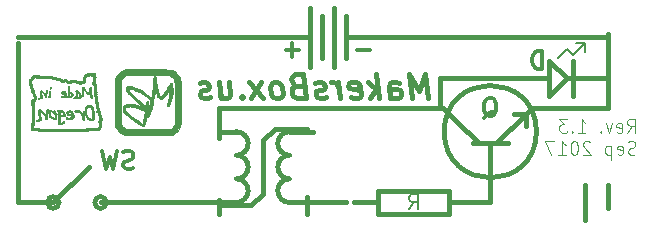
<source format=gbo>
G04 #@! TF.FileFunction,Legend,Bot*
%FSLAX46Y46*%
G04 Gerber Fmt 4.6, Leading zero omitted, Abs format (unit mm)*
G04 Created by KiCad (PCBNEW 4.0.7) date 01/27/18 21:13:42*
%MOMM*%
%LPD*%
G01*
G04 APERTURE LIST*
%ADD10C,0.150000*%
%ADD11C,0.400000*%
%ADD12C,0.200000*%
%ADD13C,0.300000*%
%ADD14C,0.100000*%
%ADD15C,0.002540*%
G04 APERTURE END LIST*
D10*
D11*
X154750000Y-120000000D02*
X157750000Y-120000000D01*
X151750000Y-113750000D02*
X154500000Y-113750000D01*
X150750000Y-114750000D02*
X151750000Y-113750000D01*
X150750000Y-119250000D02*
X150750000Y-114750000D01*
X149750000Y-120250000D02*
X150750000Y-119250000D01*
X147250000Y-120250000D02*
X149750000Y-120250000D01*
X175000000Y-109500000D02*
X165750000Y-109500000D01*
X180000000Y-118500000D02*
X180000000Y-120500000D01*
X178000000Y-118500000D02*
X178000000Y-121500000D01*
X137000000Y-120000000D02*
X147000000Y-120000000D01*
X130000000Y-120000000D02*
X133000000Y-120000000D01*
X130000000Y-106500000D02*
X130000000Y-120000000D01*
X160500000Y-120000000D02*
X158500000Y-120000000D01*
X168500000Y-120000000D02*
X166500000Y-120000000D01*
X148500000Y-120000000D02*
X147000000Y-120000000D01*
X153000000Y-120000000D02*
X154500000Y-120000000D01*
X153000000Y-114000000D02*
X155000000Y-114000000D01*
X148500000Y-114000000D02*
X147000000Y-114000000D01*
X180000000Y-109500000D02*
X180000000Y-109750000D01*
X176500000Y-109500000D02*
X180000000Y-109500000D01*
X180000000Y-112000000D02*
X175750000Y-112000000D01*
X180000000Y-106000000D02*
X180000000Y-112000000D01*
X154500000Y-121000000D02*
X154500000Y-119500000D01*
X147000000Y-119750000D02*
X147000000Y-121000000D01*
X147000000Y-112000000D02*
X147750000Y-112000000D01*
X147000000Y-114500000D02*
X147000000Y-112000000D01*
X180000000Y-106000000D02*
X180000000Y-105750000D01*
X157750000Y-106000000D02*
X180000000Y-106000000D01*
X154750000Y-103500000D02*
X154750000Y-108500000D01*
X155750000Y-104250000D02*
X155750000Y-107750000D01*
X157750000Y-104250000D02*
X157750000Y-107750000D01*
X156750000Y-103500000D02*
X156750000Y-108500000D01*
D12*
X178000000Y-106500000D02*
X178000000Y-107250000D01*
X178000000Y-106500000D02*
X177250000Y-106500000D01*
X177000000Y-107500000D02*
X178000000Y-106500000D01*
X176500000Y-107000000D02*
X177000000Y-107500000D01*
X175750000Y-107750000D02*
X176500000Y-107000000D01*
D11*
X175000000Y-108250000D02*
X175000000Y-111000000D01*
X173000000Y-112500000D02*
X173500000Y-112000000D01*
X130500000Y-106000000D02*
X130000000Y-106000000D01*
X133000000Y-106000000D02*
X130500000Y-106000000D01*
X164684525Y-111154762D02*
X164434525Y-109154762D01*
X163946430Y-110583333D01*
X163101191Y-109154762D01*
X163351191Y-111154762D01*
X161541668Y-111154762D02*
X161410716Y-110107143D01*
X161482144Y-109916667D01*
X161660716Y-109821429D01*
X162041668Y-109821429D01*
X162244049Y-109916667D01*
X161529763Y-111059524D02*
X161732144Y-111154762D01*
X162208334Y-111154762D01*
X162386906Y-111059524D01*
X162458335Y-110869048D01*
X162434525Y-110678571D01*
X162315478Y-110488095D01*
X162113096Y-110392857D01*
X161636906Y-110392857D01*
X161434525Y-110297619D01*
X160589287Y-111154762D02*
X160339287Y-109154762D01*
X160303572Y-110392857D02*
X159827382Y-111154762D01*
X159660716Y-109821429D02*
X160517859Y-110583333D01*
X158196429Y-111059524D02*
X158398810Y-111154762D01*
X158779762Y-111154762D01*
X158958334Y-111059524D01*
X159029763Y-110869048D01*
X158934525Y-110107143D01*
X158815477Y-109916667D01*
X158613096Y-109821429D01*
X158232144Y-109821429D01*
X158053572Y-109916667D01*
X157982144Y-110107143D01*
X158005953Y-110297619D01*
X158982144Y-110488095D01*
X157255953Y-111154762D02*
X157089287Y-109821429D01*
X157136906Y-110202381D02*
X157017857Y-110011905D01*
X156910714Y-109916667D01*
X156708334Y-109821429D01*
X156517858Y-109821429D01*
X156101191Y-111059524D02*
X155922619Y-111154762D01*
X155541667Y-111154762D01*
X155339286Y-111059524D01*
X155220239Y-110869048D01*
X155208334Y-110773810D01*
X155279763Y-110583333D01*
X155458334Y-110488095D01*
X155744048Y-110488095D01*
X155922620Y-110392857D01*
X155994049Y-110202381D01*
X155982144Y-110107143D01*
X155863096Y-109916667D01*
X155660715Y-109821429D01*
X155375001Y-109821429D01*
X155196429Y-109916667D01*
X153601191Y-110107143D02*
X153327382Y-110202381D01*
X153244047Y-110297619D01*
X153172619Y-110488095D01*
X153208333Y-110773810D01*
X153327381Y-110964286D01*
X153434524Y-111059524D01*
X153636905Y-111154762D01*
X154398810Y-111154762D01*
X154148810Y-109154762D01*
X153482143Y-109154762D01*
X153303572Y-109250000D01*
X153220239Y-109345238D01*
X153148809Y-109535714D01*
X153172619Y-109726190D01*
X153291667Y-109916667D01*
X153398810Y-110011905D01*
X153601191Y-110107143D01*
X154267858Y-110107143D01*
X152113095Y-111154762D02*
X152291666Y-111059524D01*
X152375001Y-110964286D01*
X152446429Y-110773810D01*
X152375001Y-110202381D01*
X152255953Y-110011905D01*
X152148809Y-109916667D01*
X151946429Y-109821429D01*
X151660715Y-109821429D01*
X151482143Y-109916667D01*
X151398810Y-110011905D01*
X151327382Y-110202381D01*
X151398810Y-110773810D01*
X151517858Y-110964286D01*
X151625000Y-111059524D01*
X151827381Y-111154762D01*
X152113095Y-111154762D01*
X150779762Y-111154762D02*
X149565477Y-109821429D01*
X150613096Y-109821429D02*
X149732143Y-111154762D01*
X148946429Y-110964286D02*
X148863094Y-111059524D01*
X148970238Y-111154762D01*
X149053571Y-111059524D01*
X148946429Y-110964286D01*
X148970238Y-111154762D01*
X146994048Y-109821429D02*
X147160714Y-111154762D01*
X147851191Y-109821429D02*
X147982143Y-110869048D01*
X147910713Y-111059524D01*
X147732142Y-111154762D01*
X147446428Y-111154762D01*
X147244047Y-111059524D01*
X147136905Y-110964286D01*
X146291666Y-111059524D02*
X146113094Y-111154762D01*
X145732142Y-111154762D01*
X145529761Y-111059524D01*
X145410714Y-110869048D01*
X145398809Y-110773810D01*
X145470238Y-110583333D01*
X145648809Y-110488095D01*
X145934523Y-110488095D01*
X146113095Y-110392857D01*
X146184524Y-110202381D01*
X146172619Y-110107143D01*
X146053571Y-109916667D01*
X145851190Y-109821429D01*
X145565476Y-109821429D01*
X145386904Y-109916667D01*
D13*
X139785714Y-117107143D02*
X139571428Y-117178571D01*
X139214285Y-117178571D01*
X139071428Y-117107143D01*
X138999999Y-117035714D01*
X138928571Y-116892857D01*
X138928571Y-116750000D01*
X138999999Y-116607143D01*
X139071428Y-116535714D01*
X139214285Y-116464286D01*
X139499999Y-116392857D01*
X139642857Y-116321429D01*
X139714285Y-116250000D01*
X139785714Y-116107143D01*
X139785714Y-115964286D01*
X139714285Y-115821429D01*
X139642857Y-115750000D01*
X139499999Y-115678571D01*
X139142857Y-115678571D01*
X138928571Y-115750000D01*
X138428571Y-115678571D02*
X138071428Y-117178571D01*
X137785714Y-116107143D01*
X137500000Y-117178571D01*
X137142857Y-115678571D01*
X174392857Y-108678571D02*
X174392857Y-107178571D01*
X174035714Y-107178571D01*
X173821429Y-107250000D01*
X173678571Y-107392857D01*
X173607143Y-107535714D01*
X173535714Y-107821429D01*
X173535714Y-108035714D01*
X173607143Y-108321429D01*
X173678571Y-108464286D01*
X173821429Y-108607143D01*
X174035714Y-108678571D01*
X174392857Y-108678571D01*
D11*
X166500000Y-119000000D02*
X160500000Y-119000000D01*
X160500000Y-121000000D02*
X166500000Y-121000000D01*
D12*
X163097619Y-120588095D02*
X163530952Y-119969048D01*
X163840476Y-120588095D02*
X163840476Y-119288095D01*
X163345238Y-119288095D01*
X163221429Y-119350000D01*
X163159524Y-119411905D01*
X163097619Y-119535714D01*
X163097619Y-119721429D01*
X163159524Y-119845238D01*
X163221429Y-119907143D01*
X163345238Y-119969048D01*
X163840476Y-119969048D01*
D13*
X169428571Y-112821429D02*
X169571428Y-112750000D01*
X169714285Y-112607143D01*
X169928571Y-112392857D01*
X170071428Y-112321429D01*
X170214285Y-112321429D01*
X170142857Y-112678571D02*
X170285714Y-112607143D01*
X170428571Y-112464286D01*
X170500000Y-112178571D01*
X170500000Y-111678571D01*
X170428571Y-111392857D01*
X170285714Y-111250000D01*
X170142857Y-111178571D01*
X169857143Y-111178571D01*
X169714285Y-111250000D01*
X169571428Y-111392857D01*
X169500000Y-111678571D01*
X169500000Y-112178571D01*
X169571428Y-112464286D01*
X169714285Y-112607143D01*
X169857143Y-112678571D01*
X170142857Y-112678571D01*
D11*
X165750000Y-109500000D02*
X165750000Y-112000000D01*
X166000000Y-112000000D02*
X164500000Y-112000000D01*
X167000000Y-113000000D02*
X166000000Y-112000000D01*
D13*
X159821428Y-107107143D02*
X158678571Y-107107143D01*
X153821428Y-107107143D02*
X152678571Y-107107143D01*
X153250000Y-107678571D02*
X153250000Y-106535714D01*
D11*
X133000000Y-106000000D02*
X154500000Y-106000000D01*
X177000000Y-111000000D02*
X177000000Y-108000000D01*
X176500000Y-109500000D02*
X175000000Y-108000000D01*
X175000000Y-111000000D02*
X176500000Y-109500000D01*
X137500000Y-120000000D02*
G75*
G03X137500000Y-120000000I-500000J0D01*
G01*
X133500000Y-120000000D02*
G75*
G03X133500000Y-120000000I-500000J0D01*
G01*
X147500000Y-112000000D02*
X164500000Y-112000000D01*
X176000000Y-112000000D02*
X173500000Y-112000000D01*
X169000000Y-115000000D02*
X167000000Y-113000000D01*
X173000000Y-112500000D02*
X173000000Y-113500000D01*
X173000000Y-112500000D02*
X172000000Y-112500000D01*
X170500000Y-115000000D02*
X173000000Y-112500000D01*
X170000000Y-120000000D02*
X170000000Y-115000000D01*
X168500000Y-115000000D02*
X171500000Y-115000000D01*
X173905125Y-114000000D02*
G75*
G03X173905125Y-114000000I-3905125J0D01*
G01*
X168000000Y-120000000D02*
X170000000Y-120000000D01*
X166500000Y-121000000D02*
X166500000Y-119000000D01*
X160500000Y-119000000D02*
X160500000Y-121000000D01*
X152000000Y-119000000D02*
G75*
G03X153000000Y-120000000I1000000J0D01*
G01*
X153000000Y-118000000D02*
G75*
G03X152000000Y-119000000I0J-1000000D01*
G01*
X152000000Y-117000000D02*
G75*
G03X153000000Y-118000000I1000000J0D01*
G01*
X153000000Y-116000000D02*
G75*
G03X152000000Y-117000000I0J-1000000D01*
G01*
X152000000Y-115000000D02*
G75*
G03X153000000Y-116000000I1000000J0D01*
G01*
X153000000Y-114000000D02*
G75*
G03X152000000Y-115000000I0J-1000000D01*
G01*
X149500000Y-115000000D02*
G75*
G03X148500000Y-114000000I-1000000J0D01*
G01*
X148500000Y-116000000D02*
G75*
G03X149500000Y-115000000I0J1000000D01*
G01*
X149500000Y-117000000D02*
G75*
G03X148500000Y-116000000I-1000000J0D01*
G01*
X148500000Y-118000000D02*
G75*
G03X149500000Y-117000000I0J1000000D01*
G01*
X149500000Y-119000000D02*
G75*
G03X148500000Y-118000000I-1000000J0D01*
G01*
X148500000Y-120000000D02*
G75*
G03X149500000Y-119000000I0J1000000D01*
G01*
X133000000Y-120000000D02*
X136000000Y-117000000D01*
D14*
X181609524Y-114092857D02*
X181976190Y-113521429D01*
X182238095Y-114092857D02*
X182238095Y-112892857D01*
X181819048Y-112892857D01*
X181714286Y-112950000D01*
X181661905Y-113007143D01*
X181609524Y-113121429D01*
X181609524Y-113292857D01*
X181661905Y-113407143D01*
X181714286Y-113464286D01*
X181819048Y-113521429D01*
X182238095Y-113521429D01*
X180719048Y-114035714D02*
X180823810Y-114092857D01*
X181033333Y-114092857D01*
X181138095Y-114035714D01*
X181190476Y-113921429D01*
X181190476Y-113464286D01*
X181138095Y-113350000D01*
X181033333Y-113292857D01*
X180823810Y-113292857D01*
X180719048Y-113350000D01*
X180666667Y-113464286D01*
X180666667Y-113578571D01*
X181190476Y-113692857D01*
X180300000Y-113292857D02*
X180038095Y-114092857D01*
X179776191Y-113292857D01*
X179357143Y-113978571D02*
X179304762Y-114035714D01*
X179357143Y-114092857D01*
X179409524Y-114035714D01*
X179357143Y-113978571D01*
X179357143Y-114092857D01*
X177419048Y-114092857D02*
X178047619Y-114092857D01*
X177733333Y-114092857D02*
X177733333Y-112892857D01*
X177838095Y-113064286D01*
X177942857Y-113178571D01*
X178047619Y-113235714D01*
X176947619Y-113978571D02*
X176895238Y-114035714D01*
X176947619Y-114092857D01*
X177000000Y-114035714D01*
X176947619Y-113978571D01*
X176947619Y-114092857D01*
X176528571Y-112892857D02*
X175847619Y-112892857D01*
X176214285Y-113350000D01*
X176057143Y-113350000D01*
X175952381Y-113407143D01*
X175900000Y-113464286D01*
X175847619Y-113578571D01*
X175847619Y-113864286D01*
X175900000Y-113978571D01*
X175952381Y-114035714D01*
X176057143Y-114092857D01*
X176371428Y-114092857D01*
X176476190Y-114035714D01*
X176528571Y-113978571D01*
X182290476Y-115935714D02*
X182133333Y-115992857D01*
X181871429Y-115992857D01*
X181766667Y-115935714D01*
X181714286Y-115878571D01*
X181661905Y-115764286D01*
X181661905Y-115650000D01*
X181714286Y-115535714D01*
X181766667Y-115478571D01*
X181871429Y-115421429D01*
X182080952Y-115364286D01*
X182185714Y-115307143D01*
X182238095Y-115250000D01*
X182290476Y-115135714D01*
X182290476Y-115021429D01*
X182238095Y-114907143D01*
X182185714Y-114850000D01*
X182080952Y-114792857D01*
X181819048Y-114792857D01*
X181661905Y-114850000D01*
X180771429Y-115935714D02*
X180876191Y-115992857D01*
X181085714Y-115992857D01*
X181190476Y-115935714D01*
X181242857Y-115821429D01*
X181242857Y-115364286D01*
X181190476Y-115250000D01*
X181085714Y-115192857D01*
X180876191Y-115192857D01*
X180771429Y-115250000D01*
X180719048Y-115364286D01*
X180719048Y-115478571D01*
X181242857Y-115592857D01*
X180247619Y-115192857D02*
X180247619Y-116392857D01*
X180247619Y-115250000D02*
X180142857Y-115192857D01*
X179933334Y-115192857D01*
X179828572Y-115250000D01*
X179776191Y-115307143D01*
X179723810Y-115421429D01*
X179723810Y-115764286D01*
X179776191Y-115878571D01*
X179828572Y-115935714D01*
X179933334Y-115992857D01*
X180142857Y-115992857D01*
X180247619Y-115935714D01*
X178466667Y-114907143D02*
X178414286Y-114850000D01*
X178309524Y-114792857D01*
X178047620Y-114792857D01*
X177942858Y-114850000D01*
X177890477Y-114907143D01*
X177838096Y-115021429D01*
X177838096Y-115135714D01*
X177890477Y-115307143D01*
X178519048Y-115992857D01*
X177838096Y-115992857D01*
X177157143Y-114792857D02*
X177052382Y-114792857D01*
X176947620Y-114850000D01*
X176895239Y-114907143D01*
X176842858Y-115021429D01*
X176790477Y-115250000D01*
X176790477Y-115535714D01*
X176842858Y-115764286D01*
X176895239Y-115878571D01*
X176947620Y-115935714D01*
X177052382Y-115992857D01*
X177157143Y-115992857D01*
X177261905Y-115935714D01*
X177314286Y-115878571D01*
X177366667Y-115764286D01*
X177419048Y-115535714D01*
X177419048Y-115250000D01*
X177366667Y-115021429D01*
X177314286Y-114907143D01*
X177261905Y-114850000D01*
X177157143Y-114792857D01*
X175742858Y-115992857D02*
X176371429Y-115992857D01*
X176057143Y-115992857D02*
X176057143Y-114792857D01*
X176161905Y-114964286D01*
X176266667Y-115078571D01*
X176371429Y-115135714D01*
X175376191Y-114792857D02*
X174642858Y-114792857D01*
X175114286Y-115992857D01*
D15*
G36*
X130903740Y-109739780D02*
X130903740Y-109777880D01*
X130906280Y-109803280D01*
X130908820Y-109826140D01*
X130913900Y-109843920D01*
X130924060Y-109864240D01*
X130926600Y-109871860D01*
X130939300Y-109899800D01*
X130949460Y-109925200D01*
X130959620Y-109955680D01*
X130969780Y-109991240D01*
X130979940Y-110036960D01*
X130992640Y-110090300D01*
X130997720Y-110108080D01*
X131012960Y-110181740D01*
X131030740Y-110242700D01*
X131045980Y-110296040D01*
X131066300Y-110341760D01*
X131086620Y-110382400D01*
X131086620Y-109752480D01*
X131086620Y-109737240D01*
X131089160Y-109724540D01*
X131096780Y-109711840D01*
X131109480Y-109696600D01*
X131132340Y-109678820D01*
X131142500Y-109668660D01*
X131170440Y-109645800D01*
X131195840Y-109620400D01*
X131213620Y-109597540D01*
X131221240Y-109589920D01*
X131233940Y-109572140D01*
X131254260Y-109546740D01*
X131279660Y-109516260D01*
X131305060Y-109485780D01*
X131307600Y-109483240D01*
X131330460Y-109455300D01*
X131350780Y-109429900D01*
X131363480Y-109412120D01*
X131371100Y-109401960D01*
X131371100Y-109399420D01*
X131376180Y-109394340D01*
X131393960Y-109394340D01*
X131419360Y-109394340D01*
X131449840Y-109399420D01*
X131480320Y-109404500D01*
X131490480Y-109407040D01*
X131503180Y-109409580D01*
X131515880Y-109414660D01*
X131531120Y-109414660D01*
X131548900Y-109417200D01*
X131574300Y-109419740D01*
X131607320Y-109422280D01*
X131645420Y-109422280D01*
X131693680Y-109424820D01*
X131752100Y-109424820D01*
X131823220Y-109427360D01*
X131907040Y-109429900D01*
X131960380Y-109429900D01*
X132046740Y-109432440D01*
X132133100Y-109432440D01*
X132219460Y-109434980D01*
X132303280Y-109434980D01*
X132382020Y-109437520D01*
X132453140Y-109437520D01*
X132516640Y-109437520D01*
X132564900Y-109437520D01*
X132577600Y-109437520D01*
X132770640Y-109437520D01*
X132831600Y-109498480D01*
X132892560Y-109556900D01*
X132933200Y-109556900D01*
X132961140Y-109556900D01*
X132996700Y-109554360D01*
X133024640Y-109549280D01*
X133057660Y-109546740D01*
X133088140Y-109549280D01*
X133121160Y-109554360D01*
X133161800Y-109564520D01*
X133207520Y-109582300D01*
X133263400Y-109605160D01*
X133278640Y-109610240D01*
X133321820Y-109630560D01*
X133354840Y-109643260D01*
X133382780Y-109650880D01*
X133408180Y-109655960D01*
X133436120Y-109661040D01*
X133453900Y-109663580D01*
X133499620Y-109668660D01*
X133535180Y-109673740D01*
X133563120Y-109681360D01*
X133583440Y-109691520D01*
X133603760Y-109704220D01*
X133624080Y-109724540D01*
X133626620Y-109727080D01*
X133649480Y-109747400D01*
X133674880Y-109765180D01*
X133692660Y-109777880D01*
X133692660Y-109777880D01*
X133712980Y-109782960D01*
X133743460Y-109788040D01*
X133779020Y-109795660D01*
X133817120Y-109798200D01*
X133850140Y-109803280D01*
X133875540Y-109803280D01*
X133890780Y-109800740D01*
X133903480Y-109793120D01*
X133926340Y-109780420D01*
X133946660Y-109762640D01*
X133969520Y-109742320D01*
X133984760Y-109734700D01*
X133994920Y-109732160D01*
X134000000Y-109734700D01*
X134010160Y-109742320D01*
X134030480Y-109755020D01*
X134058420Y-109772800D01*
X134088900Y-109793120D01*
X134096520Y-109798200D01*
X134182880Y-109851540D01*
X134259080Y-109854080D01*
X134294640Y-109856620D01*
X134317500Y-109859160D01*
X134330200Y-109861700D01*
X134340360Y-109866780D01*
X134345440Y-109874400D01*
X134347980Y-109879480D01*
X134368300Y-109902340D01*
X134396240Y-109917580D01*
X134426720Y-109925200D01*
X134431800Y-109925200D01*
X134459740Y-109917580D01*
X134487680Y-109899800D01*
X134515620Y-109869320D01*
X134525780Y-109856620D01*
X134538480Y-109843920D01*
X134546100Y-109833760D01*
X134556260Y-109826140D01*
X134568960Y-109818520D01*
X134589280Y-109815980D01*
X134614680Y-109810900D01*
X134652780Y-109805820D01*
X134701040Y-109803280D01*
X134716280Y-109800740D01*
X134825500Y-109790580D01*
X134855980Y-109818520D01*
X134891540Y-109851540D01*
X134927100Y-109876940D01*
X134957580Y-109897260D01*
X134967740Y-109902340D01*
X134990600Y-109907420D01*
X135023620Y-109912500D01*
X135066800Y-109917580D01*
X135112520Y-109922660D01*
X135163320Y-109927740D01*
X135211580Y-109930280D01*
X135257300Y-109930280D01*
X135259840Y-109930280D01*
X135308100Y-109930280D01*
X135351280Y-109925200D01*
X135394460Y-109920120D01*
X135442720Y-109909960D01*
X135488440Y-109899800D01*
X135521460Y-109889640D01*
X135546860Y-109876940D01*
X135569720Y-109864240D01*
X135592580Y-109843920D01*
X135617980Y-109818520D01*
X135635760Y-109798200D01*
X135651000Y-109777880D01*
X135658620Y-109755020D01*
X135666240Y-109727080D01*
X135673860Y-109691520D01*
X135676400Y-109648340D01*
X135681480Y-109597540D01*
X135689100Y-109518800D01*
X135701800Y-109450220D01*
X135722120Y-109394340D01*
X135747520Y-109348620D01*
X135750060Y-109343540D01*
X135775460Y-109318140D01*
X135813560Y-109290200D01*
X135826260Y-109282580D01*
X135854200Y-109269880D01*
X135877060Y-109259720D01*
X135894840Y-109257180D01*
X135917700Y-109257180D01*
X135920240Y-109257180D01*
X135958340Y-109257180D01*
X136001520Y-109249560D01*
X136032000Y-109241940D01*
X136070100Y-109229240D01*
X136098040Y-109224160D01*
X136115820Y-109221620D01*
X136131060Y-109226700D01*
X136146300Y-109231780D01*
X136153920Y-109236860D01*
X136184400Y-109252100D01*
X136227580Y-109257180D01*
X136275840Y-109252100D01*
X136291080Y-109247020D01*
X136313940Y-109241940D01*
X136334260Y-109236860D01*
X136341880Y-109236860D01*
X136341880Y-109241940D01*
X136344420Y-109262260D01*
X136344420Y-109285120D01*
X136344420Y-109287660D01*
X136344420Y-109315600D01*
X136346960Y-109335920D01*
X136352040Y-109353700D01*
X136364740Y-109371480D01*
X136387600Y-109404500D01*
X136379980Y-109523880D01*
X136377440Y-109569600D01*
X136372360Y-109602620D01*
X136369820Y-109628020D01*
X136364740Y-109645800D01*
X136359660Y-109661040D01*
X136352040Y-109676280D01*
X136346960Y-109683900D01*
X136331720Y-109714380D01*
X136324100Y-109742320D01*
X136324100Y-109762640D01*
X136321560Y-109790580D01*
X136319020Y-109813440D01*
X136316480Y-109821060D01*
X136313940Y-109838840D01*
X136308860Y-109864240D01*
X136308860Y-109897260D01*
X136308860Y-109909960D01*
X136308860Y-109942980D01*
X136308860Y-109963300D01*
X136313940Y-109978540D01*
X136321560Y-109988700D01*
X136331720Y-110001400D01*
X136334260Y-110003940D01*
X136354580Y-110019180D01*
X136374900Y-110026800D01*
X136377440Y-110029340D01*
X136387600Y-110029340D01*
X136392680Y-110034420D01*
X136397760Y-110049660D01*
X136400300Y-110075060D01*
X136402840Y-110108080D01*
X136405380Y-110146180D01*
X136405380Y-110169040D01*
X136407920Y-110212220D01*
X136413000Y-110268100D01*
X136420620Y-110339220D01*
X136433320Y-110425580D01*
X136451100Y-110524640D01*
X136451100Y-110532260D01*
X136458720Y-110575440D01*
X136463800Y-110616080D01*
X136468880Y-110646560D01*
X136471420Y-110669420D01*
X136473960Y-110677040D01*
X136473960Y-110689740D01*
X136471420Y-110712600D01*
X136471420Y-110743080D01*
X136468880Y-110773560D01*
X136468880Y-110806580D01*
X136466340Y-110837060D01*
X136463800Y-110857380D01*
X136461260Y-110865000D01*
X136451100Y-110890400D01*
X136448560Y-110920880D01*
X136451100Y-110951360D01*
X136461260Y-110976760D01*
X136476500Y-110989460D01*
X136484120Y-111002160D01*
X136491740Y-111027560D01*
X136501900Y-111068200D01*
X136509520Y-111124080D01*
X136519680Y-111192660D01*
X136527300Y-111271400D01*
X136532380Y-111332360D01*
X136537460Y-111385700D01*
X136542540Y-111436500D01*
X136547620Y-111479680D01*
X136552700Y-111515240D01*
X136555240Y-111540640D01*
X136557780Y-111553340D01*
X136567940Y-111573660D01*
X136578100Y-111601600D01*
X136588260Y-111627000D01*
X136595880Y-111647320D01*
X136603500Y-111662560D01*
X136606040Y-111680340D01*
X136608580Y-111700660D01*
X136608580Y-111726060D01*
X136606040Y-111759080D01*
X136603500Y-111804800D01*
X136603500Y-111825120D01*
X136600960Y-111870840D01*
X136600960Y-111906400D01*
X136606040Y-111934340D01*
X136613660Y-111959740D01*
X136626360Y-111987680D01*
X136646680Y-112020700D01*
X136664460Y-112058800D01*
X136674620Y-112086740D01*
X136679700Y-112114680D01*
X136674620Y-112142620D01*
X136664460Y-112180720D01*
X136659380Y-112190880D01*
X136646680Y-112228980D01*
X136639060Y-112259460D01*
X136639060Y-112279780D01*
X136641600Y-112297560D01*
X136649220Y-112312800D01*
X136649220Y-112315340D01*
X136664460Y-112330580D01*
X136689860Y-112348360D01*
X136720340Y-112366140D01*
X136753360Y-112378840D01*
X136773680Y-112386460D01*
X136794000Y-112391540D01*
X136794000Y-112480440D01*
X136794000Y-112571880D01*
X136824480Y-112635380D01*
X136857500Y-112703960D01*
X136882900Y-112762380D01*
X136903220Y-112810640D01*
X136915920Y-112846200D01*
X136921000Y-112866520D01*
X136923540Y-112884300D01*
X136923540Y-112899540D01*
X136915920Y-112914780D01*
X136900680Y-112935100D01*
X136900680Y-112937640D01*
X136872740Y-112978280D01*
X136849880Y-113016380D01*
X136832100Y-113062100D01*
X136824480Y-113090040D01*
X136809240Y-113143380D01*
X136832100Y-113242440D01*
X136847340Y-113308480D01*
X136854960Y-113361820D01*
X136860040Y-113407540D01*
X136860040Y-113448180D01*
X136852420Y-113486280D01*
X136842260Y-113524380D01*
X136842260Y-113524380D01*
X136827020Y-113567560D01*
X136814320Y-113605660D01*
X136799080Y-113638680D01*
X136788920Y-113661540D01*
X136778760Y-113671700D01*
X136778760Y-113674240D01*
X136768600Y-113676780D01*
X136748280Y-113684400D01*
X136740660Y-113689480D01*
X136717800Y-113697100D01*
X136682240Y-113704720D01*
X136633980Y-113709800D01*
X136573020Y-113712340D01*
X136496820Y-113714880D01*
X136407920Y-113717420D01*
X136306320Y-113717420D01*
X136296160Y-113717420D01*
X136240280Y-113719960D01*
X136174240Y-113719960D01*
X136100580Y-113722500D01*
X136021840Y-113722500D01*
X135943100Y-113725040D01*
X135869440Y-113730120D01*
X135849120Y-113730120D01*
X135612900Y-113737740D01*
X135386840Y-113747900D01*
X135163320Y-113752980D01*
X134939800Y-113758060D01*
X134718820Y-113763140D01*
X134495300Y-113765680D01*
X134269240Y-113768220D01*
X134035560Y-113768220D01*
X133796800Y-113768220D01*
X133545340Y-113768220D01*
X133283720Y-113765680D01*
X133151640Y-113763140D01*
X132966220Y-113760600D01*
X132796040Y-113758060D01*
X132638560Y-113755520D01*
X132493780Y-113752980D01*
X132359160Y-113750440D01*
X132234700Y-113747900D01*
X132117860Y-113745360D01*
X132011180Y-113742820D01*
X131912120Y-113737740D01*
X131820680Y-113735200D01*
X131731780Y-113732660D01*
X131647960Y-113727580D01*
X131602240Y-113725040D01*
X131538740Y-113722500D01*
X131480320Y-113717420D01*
X131426980Y-113714880D01*
X131381260Y-113712340D01*
X131348240Y-113709800D01*
X131325380Y-113709800D01*
X131312680Y-113709800D01*
X131312680Y-113709800D01*
X131312680Y-113702180D01*
X131315220Y-113679320D01*
X131315220Y-113646300D01*
X131317760Y-113598040D01*
X131320300Y-113539620D01*
X131322840Y-113471040D01*
X131327920Y-113392300D01*
X131330460Y-113305940D01*
X131335540Y-113209420D01*
X131340620Y-113107820D01*
X131343160Y-113001140D01*
X131348240Y-112886840D01*
X131355860Y-112770000D01*
X131355860Y-112754760D01*
X131360940Y-112615060D01*
X131366020Y-112488060D01*
X131371100Y-112373760D01*
X131376180Y-112272160D01*
X131381260Y-112183260D01*
X131383800Y-112104520D01*
X131386340Y-112038480D01*
X131388880Y-111977520D01*
X131388880Y-111929260D01*
X131388880Y-111886080D01*
X131388880Y-111853060D01*
X131388880Y-111822580D01*
X131388880Y-111799720D01*
X131386340Y-111781940D01*
X131383800Y-111766700D01*
X131381260Y-111756540D01*
X131378720Y-111746380D01*
X131373640Y-111738760D01*
X131368560Y-111733680D01*
X131363480Y-111726060D01*
X131358400Y-111718440D01*
X131345700Y-111703200D01*
X131338080Y-111687960D01*
X131335540Y-111672720D01*
X131338080Y-111647320D01*
X131338080Y-111637160D01*
X131338080Y-111601600D01*
X131335540Y-111568580D01*
X131325380Y-111527940D01*
X131325380Y-111525400D01*
X131312680Y-111482220D01*
X131305060Y-111451740D01*
X131302520Y-111428880D01*
X131302520Y-111416180D01*
X131305060Y-111406020D01*
X131312680Y-111400940D01*
X131312680Y-111398400D01*
X131330460Y-111393320D01*
X131353320Y-111385700D01*
X131363480Y-111385700D01*
X131391420Y-111378080D01*
X131414280Y-111367920D01*
X131434600Y-111352680D01*
X131452380Y-111329820D01*
X131475240Y-111294260D01*
X131493020Y-111258700D01*
X131536200Y-111169800D01*
X131528580Y-111091060D01*
X131523500Y-111060580D01*
X131518420Y-111032640D01*
X131510800Y-111007240D01*
X131503180Y-110979300D01*
X131490480Y-110943740D01*
X131470160Y-110900560D01*
X131465080Y-110887860D01*
X131444760Y-110837060D01*
X131421900Y-110786260D01*
X131399040Y-110732920D01*
X131378720Y-110687200D01*
X131368560Y-110669420D01*
X131353320Y-110631320D01*
X131340620Y-110603380D01*
X131333000Y-110583060D01*
X131330460Y-110570360D01*
X131333000Y-110560200D01*
X131333000Y-110550040D01*
X131340620Y-110524640D01*
X131340620Y-110494160D01*
X131330460Y-110461140D01*
X131312680Y-110420500D01*
X131287280Y-110372240D01*
X131284740Y-110369700D01*
X131261880Y-110329060D01*
X131241560Y-110293500D01*
X131226320Y-110263020D01*
X131216160Y-110232540D01*
X131203460Y-110199520D01*
X131193300Y-110158880D01*
X131183140Y-110113160D01*
X131172980Y-110067440D01*
X131157740Y-110003940D01*
X131145040Y-109953140D01*
X131134880Y-109912500D01*
X131124720Y-109879480D01*
X131114560Y-109851540D01*
X131106940Y-109828680D01*
X131099320Y-109818520D01*
X131091700Y-109790580D01*
X131086620Y-109760100D01*
X131086620Y-109752480D01*
X131086620Y-110382400D01*
X131089160Y-110384940D01*
X131094240Y-110400180D01*
X131112020Y-110428120D01*
X131122180Y-110450980D01*
X131127260Y-110463680D01*
X131127260Y-110473840D01*
X131122180Y-110484000D01*
X131119640Y-110501780D01*
X131117100Y-110519560D01*
X131122180Y-110542420D01*
X131129800Y-110570360D01*
X131145040Y-110605920D01*
X131165360Y-110654180D01*
X131180600Y-110684660D01*
X131216160Y-110765940D01*
X131251720Y-110842140D01*
X131279660Y-110910720D01*
X131305060Y-110971680D01*
X131325380Y-111022480D01*
X131338080Y-111063120D01*
X131345700Y-111091060D01*
X131345700Y-111093600D01*
X131350780Y-111121540D01*
X131348240Y-111139320D01*
X131343160Y-111159640D01*
X131335540Y-111172340D01*
X131325380Y-111192660D01*
X131312680Y-111205360D01*
X131297440Y-111212980D01*
X131274580Y-111218060D01*
X131261880Y-111220600D01*
X131246640Y-111223140D01*
X131228860Y-111233300D01*
X131211080Y-111248540D01*
X131183140Y-111273940D01*
X131175520Y-111284100D01*
X131150120Y-111309500D01*
X131132340Y-111327280D01*
X131122180Y-111339980D01*
X131117100Y-111352680D01*
X131117100Y-111367920D01*
X131117100Y-111378080D01*
X131119640Y-111431420D01*
X131132340Y-111492380D01*
X131147580Y-111555880D01*
X131155200Y-111583820D01*
X131157740Y-111606680D01*
X131157740Y-111629540D01*
X131155200Y-111660020D01*
X131152660Y-111665100D01*
X131150120Y-111698120D01*
X131150120Y-111726060D01*
X131157740Y-111748920D01*
X131175520Y-111776860D01*
X131193300Y-111799720D01*
X131216160Y-111827660D01*
X131172980Y-112808100D01*
X131167900Y-112927480D01*
X131162820Y-113044320D01*
X131157740Y-113156080D01*
X131152660Y-113262760D01*
X131150120Y-113361820D01*
X131145040Y-113453260D01*
X131142500Y-113537080D01*
X131139960Y-113610740D01*
X131137420Y-113674240D01*
X131134880Y-113727580D01*
X131134880Y-113768220D01*
X131134880Y-113796160D01*
X131134880Y-113811400D01*
X131134880Y-113811400D01*
X131145040Y-113836800D01*
X131165360Y-113859660D01*
X131188220Y-113874900D01*
X131193300Y-113877440D01*
X131206000Y-113879980D01*
X131233940Y-113882520D01*
X131272040Y-113885060D01*
X131320300Y-113890140D01*
X131378720Y-113892680D01*
X131442220Y-113897760D01*
X131515880Y-113900300D01*
X131592080Y-113905380D01*
X131673360Y-113907920D01*
X131754640Y-113913000D01*
X131838460Y-113915540D01*
X131919740Y-113918080D01*
X132001020Y-113920620D01*
X132077220Y-113923160D01*
X132148340Y-113925700D01*
X132191520Y-113928240D01*
X132252480Y-113928240D01*
X132326140Y-113930780D01*
X132409960Y-113930780D01*
X132501400Y-113933320D01*
X132603000Y-113935860D01*
X132709680Y-113935860D01*
X132818900Y-113938400D01*
X132933200Y-113938400D01*
X133044960Y-113940940D01*
X133154180Y-113943480D01*
X133197360Y-113943480D01*
X133298960Y-113943480D01*
X133400560Y-113946020D01*
X133499620Y-113946020D01*
X133596140Y-113948560D01*
X133685040Y-113948560D01*
X133768860Y-113948560D01*
X133842520Y-113951100D01*
X133906020Y-113951100D01*
X133959360Y-113951100D01*
X134000000Y-113951100D01*
X134022860Y-113951100D01*
X134058420Y-113951100D01*
X134109220Y-113951100D01*
X134170180Y-113951100D01*
X134241300Y-113951100D01*
X134317500Y-113951100D01*
X134398780Y-113948560D01*
X134482600Y-113948560D01*
X134566420Y-113946020D01*
X134601980Y-113946020D01*
X134756920Y-113943480D01*
X134906780Y-113938400D01*
X135054100Y-113935860D01*
X135193800Y-113930780D01*
X135325880Y-113928240D01*
X135450340Y-113923160D01*
X135564640Y-113920620D01*
X135666240Y-113918080D01*
X135752600Y-113913000D01*
X135770380Y-113913000D01*
X135826260Y-113910460D01*
X135892300Y-113907920D01*
X135963420Y-113907920D01*
X136034540Y-113905380D01*
X136103120Y-113905380D01*
X136128520Y-113905380D01*
X136194560Y-113905380D01*
X136268220Y-113902840D01*
X136349500Y-113902840D01*
X136428240Y-113897760D01*
X136504440Y-113895220D01*
X136542540Y-113895220D01*
X136758440Y-113882520D01*
X136829560Y-113849500D01*
X136862580Y-113831720D01*
X136887980Y-113819020D01*
X136905760Y-113806320D01*
X136910840Y-113801240D01*
X136926080Y-113780920D01*
X136941320Y-113750440D01*
X136961640Y-113709800D01*
X136979420Y-113666620D01*
X136997200Y-113623440D01*
X137012440Y-113585340D01*
X137025140Y-113544700D01*
X137032760Y-113511680D01*
X137037840Y-113486280D01*
X137040380Y-113455800D01*
X137040380Y-113435480D01*
X137035300Y-113361820D01*
X137022600Y-113278000D01*
X137007360Y-113204340D01*
X136999740Y-113168780D01*
X136999740Y-113140840D01*
X137007360Y-113110360D01*
X137022600Y-113077340D01*
X137045460Y-113039240D01*
X137060700Y-113021460D01*
X137083560Y-112985900D01*
X137098800Y-112960500D01*
X137106420Y-112935100D01*
X137108960Y-112909700D01*
X137106420Y-112876680D01*
X137098800Y-112838580D01*
X137091180Y-112808100D01*
X137078480Y-112767460D01*
X137060700Y-112721740D01*
X137040380Y-112668400D01*
X137014980Y-112617600D01*
X136994660Y-112574420D01*
X136987040Y-112556640D01*
X136979420Y-112541400D01*
X136976880Y-112523620D01*
X136974340Y-112503300D01*
X136974340Y-112472820D01*
X136974340Y-112432180D01*
X136974340Y-112427100D01*
X136971800Y-112378840D01*
X136969260Y-112338200D01*
X136964180Y-112310260D01*
X136951480Y-112287400D01*
X136933700Y-112267080D01*
X136905760Y-112249300D01*
X136867660Y-112228980D01*
X136847340Y-112218820D01*
X136847340Y-112211200D01*
X136849880Y-112193420D01*
X136854960Y-112168020D01*
X136857500Y-112160400D01*
X136862580Y-112114680D01*
X136862580Y-112084200D01*
X136862580Y-112076580D01*
X136849880Y-112033400D01*
X136829560Y-111987680D01*
X136806700Y-111941960D01*
X136799080Y-111929260D01*
X136791460Y-111916560D01*
X136786380Y-111903860D01*
X136781300Y-111888620D01*
X136781300Y-111870840D01*
X136781300Y-111847980D01*
X136781300Y-111817500D01*
X136786380Y-111774320D01*
X136791460Y-111720980D01*
X136791460Y-111718440D01*
X136791460Y-111693040D01*
X136791460Y-111667640D01*
X136783840Y-111639700D01*
X136776220Y-111611760D01*
X136763520Y-111578740D01*
X136753360Y-111548260D01*
X136743200Y-111525400D01*
X136740660Y-111520320D01*
X136735580Y-111507620D01*
X136730500Y-111487300D01*
X136727960Y-111459360D01*
X136722880Y-111421260D01*
X136717800Y-111370460D01*
X136712720Y-111309500D01*
X136705100Y-111240920D01*
X136697480Y-111174880D01*
X136689860Y-111111380D01*
X136679700Y-111050420D01*
X136672080Y-110997080D01*
X136664460Y-110953900D01*
X136654300Y-110923420D01*
X136651760Y-110913260D01*
X136651760Y-110895480D01*
X136654300Y-110877700D01*
X136656840Y-110852300D01*
X136651760Y-110816740D01*
X136651760Y-110816740D01*
X136646680Y-110783720D01*
X136649220Y-110748160D01*
X136651760Y-110730380D01*
X136654300Y-110707520D01*
X136656840Y-110687200D01*
X136654300Y-110664340D01*
X136651760Y-110636400D01*
X136644140Y-110595760D01*
X136641600Y-110580520D01*
X136623820Y-110486540D01*
X136611120Y-110400180D01*
X136600960Y-110318900D01*
X136593340Y-110237620D01*
X136585720Y-110148720D01*
X136580640Y-110072520D01*
X136578100Y-110006480D01*
X136573020Y-109955680D01*
X136570480Y-109915040D01*
X136565400Y-109884560D01*
X136562860Y-109861700D01*
X136555240Y-109843920D01*
X136547620Y-109831220D01*
X136537460Y-109823600D01*
X136529840Y-109815980D01*
X136517140Y-109805820D01*
X136512060Y-109793120D01*
X136514600Y-109775340D01*
X136522220Y-109749940D01*
X136532380Y-109724540D01*
X136532380Y-109724540D01*
X136540000Y-109711840D01*
X136542540Y-109701680D01*
X136547620Y-109688980D01*
X136550160Y-109671200D01*
X136552700Y-109648340D01*
X136555240Y-109617860D01*
X136557780Y-109574680D01*
X136562860Y-109521340D01*
X136562860Y-109493400D01*
X136573020Y-109341000D01*
X136547620Y-109310520D01*
X136522220Y-109280040D01*
X136529840Y-109203840D01*
X136532380Y-109155580D01*
X136532380Y-109120020D01*
X136529840Y-109094620D01*
X136519680Y-109074300D01*
X136506980Y-109059060D01*
X136504440Y-109056520D01*
X136489200Y-109043820D01*
X136471420Y-109038740D01*
X136448560Y-109036200D01*
X136420620Y-109036200D01*
X136382520Y-109043820D01*
X136331720Y-109053980D01*
X136326640Y-109056520D01*
X136235200Y-109076840D01*
X136199640Y-109056520D01*
X136174240Y-109043820D01*
X136151380Y-109036200D01*
X136123440Y-109036200D01*
X136092960Y-109041280D01*
X136049780Y-109048900D01*
X136019300Y-109056520D01*
X135983740Y-109066680D01*
X135955800Y-109074300D01*
X135938020Y-109076840D01*
X135920240Y-109074300D01*
X135907540Y-109071760D01*
X135887220Y-109069220D01*
X135869440Y-109069220D01*
X135849120Y-109071760D01*
X135823720Y-109081920D01*
X135793240Y-109097160D01*
X135760220Y-109114940D01*
X135719580Y-109137800D01*
X135689100Y-109155580D01*
X135666240Y-109173360D01*
X135648460Y-109188600D01*
X135630680Y-109206380D01*
X135612900Y-109229240D01*
X135592580Y-109252100D01*
X135577340Y-109274960D01*
X135567180Y-109295280D01*
X135557020Y-109320680D01*
X135544320Y-109353700D01*
X135531620Y-109396880D01*
X135529080Y-109407040D01*
X135516380Y-109455300D01*
X135508760Y-109495940D01*
X135503680Y-109534040D01*
X135498600Y-109577220D01*
X135498600Y-109592460D01*
X135496060Y-109638180D01*
X135493520Y-109671200D01*
X135485900Y-109694060D01*
X135473200Y-109709300D01*
X135452880Y-109722000D01*
X135422400Y-109729620D01*
X135394460Y-109737240D01*
X135333500Y-109747400D01*
X135262380Y-109752480D01*
X135183640Y-109749940D01*
X135109980Y-109742320D01*
X135031240Y-109734700D01*
X134965200Y-109676280D01*
X134939800Y-109650880D01*
X134914400Y-109633100D01*
X134894080Y-109617860D01*
X134883920Y-109612780D01*
X134868680Y-109612780D01*
X134843280Y-109612780D01*
X134805180Y-109612780D01*
X134762000Y-109617860D01*
X134711200Y-109620400D01*
X134660400Y-109625480D01*
X134609600Y-109630560D01*
X134566420Y-109635640D01*
X134523240Y-109643260D01*
X134492760Y-109648340D01*
X134472440Y-109658500D01*
X134459740Y-109663580D01*
X134449580Y-109671200D01*
X134439420Y-109676280D01*
X134424180Y-109678820D01*
X134403860Y-109678820D01*
X134375920Y-109678820D01*
X134337820Y-109678820D01*
X134236220Y-109676280D01*
X134132080Y-109607700D01*
X134093980Y-109582300D01*
X134060960Y-109561980D01*
X134033020Y-109544200D01*
X134012700Y-109534040D01*
X134005080Y-109528960D01*
X133977140Y-109521340D01*
X133951740Y-109526420D01*
X133921260Y-109541660D01*
X133885700Y-109572140D01*
X133883160Y-109574680D01*
X133860300Y-109595000D01*
X133842520Y-109607700D01*
X133827280Y-109615320D01*
X133812040Y-109617860D01*
X133806960Y-109617860D01*
X133789180Y-109615320D01*
X133776480Y-109612780D01*
X133758700Y-109600080D01*
X133738380Y-109582300D01*
X133728220Y-109572140D01*
X133697740Y-109546740D01*
X133664720Y-109526420D01*
X133626620Y-109511180D01*
X133583440Y-109501020D01*
X133527560Y-109490860D01*
X133499620Y-109488320D01*
X133461520Y-109483240D01*
X133431040Y-109475620D01*
X133400560Y-109465460D01*
X133365000Y-109452760D01*
X133334520Y-109440060D01*
X133291340Y-109422280D01*
X133243080Y-109404500D01*
X133197360Y-109389260D01*
X133169420Y-109381640D01*
X133131320Y-109374020D01*
X133103380Y-109366400D01*
X133080520Y-109366400D01*
X133057660Y-109366400D01*
X133027180Y-109368940D01*
X132966220Y-109376560D01*
X132907800Y-109323220D01*
X132872240Y-109290200D01*
X132844300Y-109269880D01*
X132826520Y-109264800D01*
X132813820Y-109262260D01*
X132785880Y-109262260D01*
X132750320Y-109259720D01*
X132704600Y-109259720D01*
X132653800Y-109259720D01*
X132597920Y-109259720D01*
X132595380Y-109259720D01*
X132511560Y-109259720D01*
X132422660Y-109257180D01*
X132331220Y-109257180D01*
X132239780Y-109257180D01*
X132148340Y-109254640D01*
X132059440Y-109252100D01*
X131975620Y-109252100D01*
X131894340Y-109249560D01*
X131818140Y-109247020D01*
X131749560Y-109244480D01*
X131691140Y-109241940D01*
X131640340Y-109239400D01*
X131602240Y-109236860D01*
X131576840Y-109234320D01*
X131564140Y-109231780D01*
X131546360Y-109229240D01*
X131513340Y-109224160D01*
X131475240Y-109219080D01*
X131434600Y-109216540D01*
X131414280Y-109214000D01*
X131368560Y-109211460D01*
X131335540Y-109208920D01*
X131312680Y-109208920D01*
X131294900Y-109208920D01*
X131282200Y-109211460D01*
X131272040Y-109216540D01*
X131269500Y-109219080D01*
X131244100Y-109239400D01*
X131221240Y-109272420D01*
X131211080Y-109307980D01*
X131203460Y-109323220D01*
X131188220Y-109346080D01*
X131167900Y-109368940D01*
X131162820Y-109376560D01*
X131137420Y-109407040D01*
X131114560Y-109434980D01*
X131094240Y-109457840D01*
X131091700Y-109462920D01*
X131076460Y-109480700D01*
X131051060Y-109506100D01*
X131023120Y-109534040D01*
X130995180Y-109561980D01*
X130967240Y-109587380D01*
X130941840Y-109610240D01*
X130924060Y-109628020D01*
X130913900Y-109640720D01*
X130913900Y-109640720D01*
X130908820Y-109658500D01*
X130903740Y-109688980D01*
X130903740Y-109729620D01*
X130903740Y-109739780D01*
X130903740Y-109739780D01*
X130903740Y-109739780D01*
G37*
X130903740Y-109739780D02*
X130903740Y-109777880D01*
X130906280Y-109803280D01*
X130908820Y-109826140D01*
X130913900Y-109843920D01*
X130924060Y-109864240D01*
X130926600Y-109871860D01*
X130939300Y-109899800D01*
X130949460Y-109925200D01*
X130959620Y-109955680D01*
X130969780Y-109991240D01*
X130979940Y-110036960D01*
X130992640Y-110090300D01*
X130997720Y-110108080D01*
X131012960Y-110181740D01*
X131030740Y-110242700D01*
X131045980Y-110296040D01*
X131066300Y-110341760D01*
X131086620Y-110382400D01*
X131086620Y-109752480D01*
X131086620Y-109737240D01*
X131089160Y-109724540D01*
X131096780Y-109711840D01*
X131109480Y-109696600D01*
X131132340Y-109678820D01*
X131142500Y-109668660D01*
X131170440Y-109645800D01*
X131195840Y-109620400D01*
X131213620Y-109597540D01*
X131221240Y-109589920D01*
X131233940Y-109572140D01*
X131254260Y-109546740D01*
X131279660Y-109516260D01*
X131305060Y-109485780D01*
X131307600Y-109483240D01*
X131330460Y-109455300D01*
X131350780Y-109429900D01*
X131363480Y-109412120D01*
X131371100Y-109401960D01*
X131371100Y-109399420D01*
X131376180Y-109394340D01*
X131393960Y-109394340D01*
X131419360Y-109394340D01*
X131449840Y-109399420D01*
X131480320Y-109404500D01*
X131490480Y-109407040D01*
X131503180Y-109409580D01*
X131515880Y-109414660D01*
X131531120Y-109414660D01*
X131548900Y-109417200D01*
X131574300Y-109419740D01*
X131607320Y-109422280D01*
X131645420Y-109422280D01*
X131693680Y-109424820D01*
X131752100Y-109424820D01*
X131823220Y-109427360D01*
X131907040Y-109429900D01*
X131960380Y-109429900D01*
X132046740Y-109432440D01*
X132133100Y-109432440D01*
X132219460Y-109434980D01*
X132303280Y-109434980D01*
X132382020Y-109437520D01*
X132453140Y-109437520D01*
X132516640Y-109437520D01*
X132564900Y-109437520D01*
X132577600Y-109437520D01*
X132770640Y-109437520D01*
X132831600Y-109498480D01*
X132892560Y-109556900D01*
X132933200Y-109556900D01*
X132961140Y-109556900D01*
X132996700Y-109554360D01*
X133024640Y-109549280D01*
X133057660Y-109546740D01*
X133088140Y-109549280D01*
X133121160Y-109554360D01*
X133161800Y-109564520D01*
X133207520Y-109582300D01*
X133263400Y-109605160D01*
X133278640Y-109610240D01*
X133321820Y-109630560D01*
X133354840Y-109643260D01*
X133382780Y-109650880D01*
X133408180Y-109655960D01*
X133436120Y-109661040D01*
X133453900Y-109663580D01*
X133499620Y-109668660D01*
X133535180Y-109673740D01*
X133563120Y-109681360D01*
X133583440Y-109691520D01*
X133603760Y-109704220D01*
X133624080Y-109724540D01*
X133626620Y-109727080D01*
X133649480Y-109747400D01*
X133674880Y-109765180D01*
X133692660Y-109777880D01*
X133692660Y-109777880D01*
X133712980Y-109782960D01*
X133743460Y-109788040D01*
X133779020Y-109795660D01*
X133817120Y-109798200D01*
X133850140Y-109803280D01*
X133875540Y-109803280D01*
X133890780Y-109800740D01*
X133903480Y-109793120D01*
X133926340Y-109780420D01*
X133946660Y-109762640D01*
X133969520Y-109742320D01*
X133984760Y-109734700D01*
X133994920Y-109732160D01*
X134000000Y-109734700D01*
X134010160Y-109742320D01*
X134030480Y-109755020D01*
X134058420Y-109772800D01*
X134088900Y-109793120D01*
X134096520Y-109798200D01*
X134182880Y-109851540D01*
X134259080Y-109854080D01*
X134294640Y-109856620D01*
X134317500Y-109859160D01*
X134330200Y-109861700D01*
X134340360Y-109866780D01*
X134345440Y-109874400D01*
X134347980Y-109879480D01*
X134368300Y-109902340D01*
X134396240Y-109917580D01*
X134426720Y-109925200D01*
X134431800Y-109925200D01*
X134459740Y-109917580D01*
X134487680Y-109899800D01*
X134515620Y-109869320D01*
X134525780Y-109856620D01*
X134538480Y-109843920D01*
X134546100Y-109833760D01*
X134556260Y-109826140D01*
X134568960Y-109818520D01*
X134589280Y-109815980D01*
X134614680Y-109810900D01*
X134652780Y-109805820D01*
X134701040Y-109803280D01*
X134716280Y-109800740D01*
X134825500Y-109790580D01*
X134855980Y-109818520D01*
X134891540Y-109851540D01*
X134927100Y-109876940D01*
X134957580Y-109897260D01*
X134967740Y-109902340D01*
X134990600Y-109907420D01*
X135023620Y-109912500D01*
X135066800Y-109917580D01*
X135112520Y-109922660D01*
X135163320Y-109927740D01*
X135211580Y-109930280D01*
X135257300Y-109930280D01*
X135259840Y-109930280D01*
X135308100Y-109930280D01*
X135351280Y-109925200D01*
X135394460Y-109920120D01*
X135442720Y-109909960D01*
X135488440Y-109899800D01*
X135521460Y-109889640D01*
X135546860Y-109876940D01*
X135569720Y-109864240D01*
X135592580Y-109843920D01*
X135617980Y-109818520D01*
X135635760Y-109798200D01*
X135651000Y-109777880D01*
X135658620Y-109755020D01*
X135666240Y-109727080D01*
X135673860Y-109691520D01*
X135676400Y-109648340D01*
X135681480Y-109597540D01*
X135689100Y-109518800D01*
X135701800Y-109450220D01*
X135722120Y-109394340D01*
X135747520Y-109348620D01*
X135750060Y-109343540D01*
X135775460Y-109318140D01*
X135813560Y-109290200D01*
X135826260Y-109282580D01*
X135854200Y-109269880D01*
X135877060Y-109259720D01*
X135894840Y-109257180D01*
X135917700Y-109257180D01*
X135920240Y-109257180D01*
X135958340Y-109257180D01*
X136001520Y-109249560D01*
X136032000Y-109241940D01*
X136070100Y-109229240D01*
X136098040Y-109224160D01*
X136115820Y-109221620D01*
X136131060Y-109226700D01*
X136146300Y-109231780D01*
X136153920Y-109236860D01*
X136184400Y-109252100D01*
X136227580Y-109257180D01*
X136275840Y-109252100D01*
X136291080Y-109247020D01*
X136313940Y-109241940D01*
X136334260Y-109236860D01*
X136341880Y-109236860D01*
X136341880Y-109241940D01*
X136344420Y-109262260D01*
X136344420Y-109285120D01*
X136344420Y-109287660D01*
X136344420Y-109315600D01*
X136346960Y-109335920D01*
X136352040Y-109353700D01*
X136364740Y-109371480D01*
X136387600Y-109404500D01*
X136379980Y-109523880D01*
X136377440Y-109569600D01*
X136372360Y-109602620D01*
X136369820Y-109628020D01*
X136364740Y-109645800D01*
X136359660Y-109661040D01*
X136352040Y-109676280D01*
X136346960Y-109683900D01*
X136331720Y-109714380D01*
X136324100Y-109742320D01*
X136324100Y-109762640D01*
X136321560Y-109790580D01*
X136319020Y-109813440D01*
X136316480Y-109821060D01*
X136313940Y-109838840D01*
X136308860Y-109864240D01*
X136308860Y-109897260D01*
X136308860Y-109909960D01*
X136308860Y-109942980D01*
X136308860Y-109963300D01*
X136313940Y-109978540D01*
X136321560Y-109988700D01*
X136331720Y-110001400D01*
X136334260Y-110003940D01*
X136354580Y-110019180D01*
X136374900Y-110026800D01*
X136377440Y-110029340D01*
X136387600Y-110029340D01*
X136392680Y-110034420D01*
X136397760Y-110049660D01*
X136400300Y-110075060D01*
X136402840Y-110108080D01*
X136405380Y-110146180D01*
X136405380Y-110169040D01*
X136407920Y-110212220D01*
X136413000Y-110268100D01*
X136420620Y-110339220D01*
X136433320Y-110425580D01*
X136451100Y-110524640D01*
X136451100Y-110532260D01*
X136458720Y-110575440D01*
X136463800Y-110616080D01*
X136468880Y-110646560D01*
X136471420Y-110669420D01*
X136473960Y-110677040D01*
X136473960Y-110689740D01*
X136471420Y-110712600D01*
X136471420Y-110743080D01*
X136468880Y-110773560D01*
X136468880Y-110806580D01*
X136466340Y-110837060D01*
X136463800Y-110857380D01*
X136461260Y-110865000D01*
X136451100Y-110890400D01*
X136448560Y-110920880D01*
X136451100Y-110951360D01*
X136461260Y-110976760D01*
X136476500Y-110989460D01*
X136484120Y-111002160D01*
X136491740Y-111027560D01*
X136501900Y-111068200D01*
X136509520Y-111124080D01*
X136519680Y-111192660D01*
X136527300Y-111271400D01*
X136532380Y-111332360D01*
X136537460Y-111385700D01*
X136542540Y-111436500D01*
X136547620Y-111479680D01*
X136552700Y-111515240D01*
X136555240Y-111540640D01*
X136557780Y-111553340D01*
X136567940Y-111573660D01*
X136578100Y-111601600D01*
X136588260Y-111627000D01*
X136595880Y-111647320D01*
X136603500Y-111662560D01*
X136606040Y-111680340D01*
X136608580Y-111700660D01*
X136608580Y-111726060D01*
X136606040Y-111759080D01*
X136603500Y-111804800D01*
X136603500Y-111825120D01*
X136600960Y-111870840D01*
X136600960Y-111906400D01*
X136606040Y-111934340D01*
X136613660Y-111959740D01*
X136626360Y-111987680D01*
X136646680Y-112020700D01*
X136664460Y-112058800D01*
X136674620Y-112086740D01*
X136679700Y-112114680D01*
X136674620Y-112142620D01*
X136664460Y-112180720D01*
X136659380Y-112190880D01*
X136646680Y-112228980D01*
X136639060Y-112259460D01*
X136639060Y-112279780D01*
X136641600Y-112297560D01*
X136649220Y-112312800D01*
X136649220Y-112315340D01*
X136664460Y-112330580D01*
X136689860Y-112348360D01*
X136720340Y-112366140D01*
X136753360Y-112378840D01*
X136773680Y-112386460D01*
X136794000Y-112391540D01*
X136794000Y-112480440D01*
X136794000Y-112571880D01*
X136824480Y-112635380D01*
X136857500Y-112703960D01*
X136882900Y-112762380D01*
X136903220Y-112810640D01*
X136915920Y-112846200D01*
X136921000Y-112866520D01*
X136923540Y-112884300D01*
X136923540Y-112899540D01*
X136915920Y-112914780D01*
X136900680Y-112935100D01*
X136900680Y-112937640D01*
X136872740Y-112978280D01*
X136849880Y-113016380D01*
X136832100Y-113062100D01*
X136824480Y-113090040D01*
X136809240Y-113143380D01*
X136832100Y-113242440D01*
X136847340Y-113308480D01*
X136854960Y-113361820D01*
X136860040Y-113407540D01*
X136860040Y-113448180D01*
X136852420Y-113486280D01*
X136842260Y-113524380D01*
X136842260Y-113524380D01*
X136827020Y-113567560D01*
X136814320Y-113605660D01*
X136799080Y-113638680D01*
X136788920Y-113661540D01*
X136778760Y-113671700D01*
X136778760Y-113674240D01*
X136768600Y-113676780D01*
X136748280Y-113684400D01*
X136740660Y-113689480D01*
X136717800Y-113697100D01*
X136682240Y-113704720D01*
X136633980Y-113709800D01*
X136573020Y-113712340D01*
X136496820Y-113714880D01*
X136407920Y-113717420D01*
X136306320Y-113717420D01*
X136296160Y-113717420D01*
X136240280Y-113719960D01*
X136174240Y-113719960D01*
X136100580Y-113722500D01*
X136021840Y-113722500D01*
X135943100Y-113725040D01*
X135869440Y-113730120D01*
X135849120Y-113730120D01*
X135612900Y-113737740D01*
X135386840Y-113747900D01*
X135163320Y-113752980D01*
X134939800Y-113758060D01*
X134718820Y-113763140D01*
X134495300Y-113765680D01*
X134269240Y-113768220D01*
X134035560Y-113768220D01*
X133796800Y-113768220D01*
X133545340Y-113768220D01*
X133283720Y-113765680D01*
X133151640Y-113763140D01*
X132966220Y-113760600D01*
X132796040Y-113758060D01*
X132638560Y-113755520D01*
X132493780Y-113752980D01*
X132359160Y-113750440D01*
X132234700Y-113747900D01*
X132117860Y-113745360D01*
X132011180Y-113742820D01*
X131912120Y-113737740D01*
X131820680Y-113735200D01*
X131731780Y-113732660D01*
X131647960Y-113727580D01*
X131602240Y-113725040D01*
X131538740Y-113722500D01*
X131480320Y-113717420D01*
X131426980Y-113714880D01*
X131381260Y-113712340D01*
X131348240Y-113709800D01*
X131325380Y-113709800D01*
X131312680Y-113709800D01*
X131312680Y-113709800D01*
X131312680Y-113702180D01*
X131315220Y-113679320D01*
X131315220Y-113646300D01*
X131317760Y-113598040D01*
X131320300Y-113539620D01*
X131322840Y-113471040D01*
X131327920Y-113392300D01*
X131330460Y-113305940D01*
X131335540Y-113209420D01*
X131340620Y-113107820D01*
X131343160Y-113001140D01*
X131348240Y-112886840D01*
X131355860Y-112770000D01*
X131355860Y-112754760D01*
X131360940Y-112615060D01*
X131366020Y-112488060D01*
X131371100Y-112373760D01*
X131376180Y-112272160D01*
X131381260Y-112183260D01*
X131383800Y-112104520D01*
X131386340Y-112038480D01*
X131388880Y-111977520D01*
X131388880Y-111929260D01*
X131388880Y-111886080D01*
X131388880Y-111853060D01*
X131388880Y-111822580D01*
X131388880Y-111799720D01*
X131386340Y-111781940D01*
X131383800Y-111766700D01*
X131381260Y-111756540D01*
X131378720Y-111746380D01*
X131373640Y-111738760D01*
X131368560Y-111733680D01*
X131363480Y-111726060D01*
X131358400Y-111718440D01*
X131345700Y-111703200D01*
X131338080Y-111687960D01*
X131335540Y-111672720D01*
X131338080Y-111647320D01*
X131338080Y-111637160D01*
X131338080Y-111601600D01*
X131335540Y-111568580D01*
X131325380Y-111527940D01*
X131325380Y-111525400D01*
X131312680Y-111482220D01*
X131305060Y-111451740D01*
X131302520Y-111428880D01*
X131302520Y-111416180D01*
X131305060Y-111406020D01*
X131312680Y-111400940D01*
X131312680Y-111398400D01*
X131330460Y-111393320D01*
X131353320Y-111385700D01*
X131363480Y-111385700D01*
X131391420Y-111378080D01*
X131414280Y-111367920D01*
X131434600Y-111352680D01*
X131452380Y-111329820D01*
X131475240Y-111294260D01*
X131493020Y-111258700D01*
X131536200Y-111169800D01*
X131528580Y-111091060D01*
X131523500Y-111060580D01*
X131518420Y-111032640D01*
X131510800Y-111007240D01*
X131503180Y-110979300D01*
X131490480Y-110943740D01*
X131470160Y-110900560D01*
X131465080Y-110887860D01*
X131444760Y-110837060D01*
X131421900Y-110786260D01*
X131399040Y-110732920D01*
X131378720Y-110687200D01*
X131368560Y-110669420D01*
X131353320Y-110631320D01*
X131340620Y-110603380D01*
X131333000Y-110583060D01*
X131330460Y-110570360D01*
X131333000Y-110560200D01*
X131333000Y-110550040D01*
X131340620Y-110524640D01*
X131340620Y-110494160D01*
X131330460Y-110461140D01*
X131312680Y-110420500D01*
X131287280Y-110372240D01*
X131284740Y-110369700D01*
X131261880Y-110329060D01*
X131241560Y-110293500D01*
X131226320Y-110263020D01*
X131216160Y-110232540D01*
X131203460Y-110199520D01*
X131193300Y-110158880D01*
X131183140Y-110113160D01*
X131172980Y-110067440D01*
X131157740Y-110003940D01*
X131145040Y-109953140D01*
X131134880Y-109912500D01*
X131124720Y-109879480D01*
X131114560Y-109851540D01*
X131106940Y-109828680D01*
X131099320Y-109818520D01*
X131091700Y-109790580D01*
X131086620Y-109760100D01*
X131086620Y-109752480D01*
X131086620Y-110382400D01*
X131089160Y-110384940D01*
X131094240Y-110400180D01*
X131112020Y-110428120D01*
X131122180Y-110450980D01*
X131127260Y-110463680D01*
X131127260Y-110473840D01*
X131122180Y-110484000D01*
X131119640Y-110501780D01*
X131117100Y-110519560D01*
X131122180Y-110542420D01*
X131129800Y-110570360D01*
X131145040Y-110605920D01*
X131165360Y-110654180D01*
X131180600Y-110684660D01*
X131216160Y-110765940D01*
X131251720Y-110842140D01*
X131279660Y-110910720D01*
X131305060Y-110971680D01*
X131325380Y-111022480D01*
X131338080Y-111063120D01*
X131345700Y-111091060D01*
X131345700Y-111093600D01*
X131350780Y-111121540D01*
X131348240Y-111139320D01*
X131343160Y-111159640D01*
X131335540Y-111172340D01*
X131325380Y-111192660D01*
X131312680Y-111205360D01*
X131297440Y-111212980D01*
X131274580Y-111218060D01*
X131261880Y-111220600D01*
X131246640Y-111223140D01*
X131228860Y-111233300D01*
X131211080Y-111248540D01*
X131183140Y-111273940D01*
X131175520Y-111284100D01*
X131150120Y-111309500D01*
X131132340Y-111327280D01*
X131122180Y-111339980D01*
X131117100Y-111352680D01*
X131117100Y-111367920D01*
X131117100Y-111378080D01*
X131119640Y-111431420D01*
X131132340Y-111492380D01*
X131147580Y-111555880D01*
X131155200Y-111583820D01*
X131157740Y-111606680D01*
X131157740Y-111629540D01*
X131155200Y-111660020D01*
X131152660Y-111665100D01*
X131150120Y-111698120D01*
X131150120Y-111726060D01*
X131157740Y-111748920D01*
X131175520Y-111776860D01*
X131193300Y-111799720D01*
X131216160Y-111827660D01*
X131172980Y-112808100D01*
X131167900Y-112927480D01*
X131162820Y-113044320D01*
X131157740Y-113156080D01*
X131152660Y-113262760D01*
X131150120Y-113361820D01*
X131145040Y-113453260D01*
X131142500Y-113537080D01*
X131139960Y-113610740D01*
X131137420Y-113674240D01*
X131134880Y-113727580D01*
X131134880Y-113768220D01*
X131134880Y-113796160D01*
X131134880Y-113811400D01*
X131134880Y-113811400D01*
X131145040Y-113836800D01*
X131165360Y-113859660D01*
X131188220Y-113874900D01*
X131193300Y-113877440D01*
X131206000Y-113879980D01*
X131233940Y-113882520D01*
X131272040Y-113885060D01*
X131320300Y-113890140D01*
X131378720Y-113892680D01*
X131442220Y-113897760D01*
X131515880Y-113900300D01*
X131592080Y-113905380D01*
X131673360Y-113907920D01*
X131754640Y-113913000D01*
X131838460Y-113915540D01*
X131919740Y-113918080D01*
X132001020Y-113920620D01*
X132077220Y-113923160D01*
X132148340Y-113925700D01*
X132191520Y-113928240D01*
X132252480Y-113928240D01*
X132326140Y-113930780D01*
X132409960Y-113930780D01*
X132501400Y-113933320D01*
X132603000Y-113935860D01*
X132709680Y-113935860D01*
X132818900Y-113938400D01*
X132933200Y-113938400D01*
X133044960Y-113940940D01*
X133154180Y-113943480D01*
X133197360Y-113943480D01*
X133298960Y-113943480D01*
X133400560Y-113946020D01*
X133499620Y-113946020D01*
X133596140Y-113948560D01*
X133685040Y-113948560D01*
X133768860Y-113948560D01*
X133842520Y-113951100D01*
X133906020Y-113951100D01*
X133959360Y-113951100D01*
X134000000Y-113951100D01*
X134022860Y-113951100D01*
X134058420Y-113951100D01*
X134109220Y-113951100D01*
X134170180Y-113951100D01*
X134241300Y-113951100D01*
X134317500Y-113951100D01*
X134398780Y-113948560D01*
X134482600Y-113948560D01*
X134566420Y-113946020D01*
X134601980Y-113946020D01*
X134756920Y-113943480D01*
X134906780Y-113938400D01*
X135054100Y-113935860D01*
X135193800Y-113930780D01*
X135325880Y-113928240D01*
X135450340Y-113923160D01*
X135564640Y-113920620D01*
X135666240Y-113918080D01*
X135752600Y-113913000D01*
X135770380Y-113913000D01*
X135826260Y-113910460D01*
X135892300Y-113907920D01*
X135963420Y-113907920D01*
X136034540Y-113905380D01*
X136103120Y-113905380D01*
X136128520Y-113905380D01*
X136194560Y-113905380D01*
X136268220Y-113902840D01*
X136349500Y-113902840D01*
X136428240Y-113897760D01*
X136504440Y-113895220D01*
X136542540Y-113895220D01*
X136758440Y-113882520D01*
X136829560Y-113849500D01*
X136862580Y-113831720D01*
X136887980Y-113819020D01*
X136905760Y-113806320D01*
X136910840Y-113801240D01*
X136926080Y-113780920D01*
X136941320Y-113750440D01*
X136961640Y-113709800D01*
X136979420Y-113666620D01*
X136997200Y-113623440D01*
X137012440Y-113585340D01*
X137025140Y-113544700D01*
X137032760Y-113511680D01*
X137037840Y-113486280D01*
X137040380Y-113455800D01*
X137040380Y-113435480D01*
X137035300Y-113361820D01*
X137022600Y-113278000D01*
X137007360Y-113204340D01*
X136999740Y-113168780D01*
X136999740Y-113140840D01*
X137007360Y-113110360D01*
X137022600Y-113077340D01*
X137045460Y-113039240D01*
X137060700Y-113021460D01*
X137083560Y-112985900D01*
X137098800Y-112960500D01*
X137106420Y-112935100D01*
X137108960Y-112909700D01*
X137106420Y-112876680D01*
X137098800Y-112838580D01*
X137091180Y-112808100D01*
X137078480Y-112767460D01*
X137060700Y-112721740D01*
X137040380Y-112668400D01*
X137014980Y-112617600D01*
X136994660Y-112574420D01*
X136987040Y-112556640D01*
X136979420Y-112541400D01*
X136976880Y-112523620D01*
X136974340Y-112503300D01*
X136974340Y-112472820D01*
X136974340Y-112432180D01*
X136974340Y-112427100D01*
X136971800Y-112378840D01*
X136969260Y-112338200D01*
X136964180Y-112310260D01*
X136951480Y-112287400D01*
X136933700Y-112267080D01*
X136905760Y-112249300D01*
X136867660Y-112228980D01*
X136847340Y-112218820D01*
X136847340Y-112211200D01*
X136849880Y-112193420D01*
X136854960Y-112168020D01*
X136857500Y-112160400D01*
X136862580Y-112114680D01*
X136862580Y-112084200D01*
X136862580Y-112076580D01*
X136849880Y-112033400D01*
X136829560Y-111987680D01*
X136806700Y-111941960D01*
X136799080Y-111929260D01*
X136791460Y-111916560D01*
X136786380Y-111903860D01*
X136781300Y-111888620D01*
X136781300Y-111870840D01*
X136781300Y-111847980D01*
X136781300Y-111817500D01*
X136786380Y-111774320D01*
X136791460Y-111720980D01*
X136791460Y-111718440D01*
X136791460Y-111693040D01*
X136791460Y-111667640D01*
X136783840Y-111639700D01*
X136776220Y-111611760D01*
X136763520Y-111578740D01*
X136753360Y-111548260D01*
X136743200Y-111525400D01*
X136740660Y-111520320D01*
X136735580Y-111507620D01*
X136730500Y-111487300D01*
X136727960Y-111459360D01*
X136722880Y-111421260D01*
X136717800Y-111370460D01*
X136712720Y-111309500D01*
X136705100Y-111240920D01*
X136697480Y-111174880D01*
X136689860Y-111111380D01*
X136679700Y-111050420D01*
X136672080Y-110997080D01*
X136664460Y-110953900D01*
X136654300Y-110923420D01*
X136651760Y-110913260D01*
X136651760Y-110895480D01*
X136654300Y-110877700D01*
X136656840Y-110852300D01*
X136651760Y-110816740D01*
X136651760Y-110816740D01*
X136646680Y-110783720D01*
X136649220Y-110748160D01*
X136651760Y-110730380D01*
X136654300Y-110707520D01*
X136656840Y-110687200D01*
X136654300Y-110664340D01*
X136651760Y-110636400D01*
X136644140Y-110595760D01*
X136641600Y-110580520D01*
X136623820Y-110486540D01*
X136611120Y-110400180D01*
X136600960Y-110318900D01*
X136593340Y-110237620D01*
X136585720Y-110148720D01*
X136580640Y-110072520D01*
X136578100Y-110006480D01*
X136573020Y-109955680D01*
X136570480Y-109915040D01*
X136565400Y-109884560D01*
X136562860Y-109861700D01*
X136555240Y-109843920D01*
X136547620Y-109831220D01*
X136537460Y-109823600D01*
X136529840Y-109815980D01*
X136517140Y-109805820D01*
X136512060Y-109793120D01*
X136514600Y-109775340D01*
X136522220Y-109749940D01*
X136532380Y-109724540D01*
X136532380Y-109724540D01*
X136540000Y-109711840D01*
X136542540Y-109701680D01*
X136547620Y-109688980D01*
X136550160Y-109671200D01*
X136552700Y-109648340D01*
X136555240Y-109617860D01*
X136557780Y-109574680D01*
X136562860Y-109521340D01*
X136562860Y-109493400D01*
X136573020Y-109341000D01*
X136547620Y-109310520D01*
X136522220Y-109280040D01*
X136529840Y-109203840D01*
X136532380Y-109155580D01*
X136532380Y-109120020D01*
X136529840Y-109094620D01*
X136519680Y-109074300D01*
X136506980Y-109059060D01*
X136504440Y-109056520D01*
X136489200Y-109043820D01*
X136471420Y-109038740D01*
X136448560Y-109036200D01*
X136420620Y-109036200D01*
X136382520Y-109043820D01*
X136331720Y-109053980D01*
X136326640Y-109056520D01*
X136235200Y-109076840D01*
X136199640Y-109056520D01*
X136174240Y-109043820D01*
X136151380Y-109036200D01*
X136123440Y-109036200D01*
X136092960Y-109041280D01*
X136049780Y-109048900D01*
X136019300Y-109056520D01*
X135983740Y-109066680D01*
X135955800Y-109074300D01*
X135938020Y-109076840D01*
X135920240Y-109074300D01*
X135907540Y-109071760D01*
X135887220Y-109069220D01*
X135869440Y-109069220D01*
X135849120Y-109071760D01*
X135823720Y-109081920D01*
X135793240Y-109097160D01*
X135760220Y-109114940D01*
X135719580Y-109137800D01*
X135689100Y-109155580D01*
X135666240Y-109173360D01*
X135648460Y-109188600D01*
X135630680Y-109206380D01*
X135612900Y-109229240D01*
X135592580Y-109252100D01*
X135577340Y-109274960D01*
X135567180Y-109295280D01*
X135557020Y-109320680D01*
X135544320Y-109353700D01*
X135531620Y-109396880D01*
X135529080Y-109407040D01*
X135516380Y-109455300D01*
X135508760Y-109495940D01*
X135503680Y-109534040D01*
X135498600Y-109577220D01*
X135498600Y-109592460D01*
X135496060Y-109638180D01*
X135493520Y-109671200D01*
X135485900Y-109694060D01*
X135473200Y-109709300D01*
X135452880Y-109722000D01*
X135422400Y-109729620D01*
X135394460Y-109737240D01*
X135333500Y-109747400D01*
X135262380Y-109752480D01*
X135183640Y-109749940D01*
X135109980Y-109742320D01*
X135031240Y-109734700D01*
X134965200Y-109676280D01*
X134939800Y-109650880D01*
X134914400Y-109633100D01*
X134894080Y-109617860D01*
X134883920Y-109612780D01*
X134868680Y-109612780D01*
X134843280Y-109612780D01*
X134805180Y-109612780D01*
X134762000Y-109617860D01*
X134711200Y-109620400D01*
X134660400Y-109625480D01*
X134609600Y-109630560D01*
X134566420Y-109635640D01*
X134523240Y-109643260D01*
X134492760Y-109648340D01*
X134472440Y-109658500D01*
X134459740Y-109663580D01*
X134449580Y-109671200D01*
X134439420Y-109676280D01*
X134424180Y-109678820D01*
X134403860Y-109678820D01*
X134375920Y-109678820D01*
X134337820Y-109678820D01*
X134236220Y-109676280D01*
X134132080Y-109607700D01*
X134093980Y-109582300D01*
X134060960Y-109561980D01*
X134033020Y-109544200D01*
X134012700Y-109534040D01*
X134005080Y-109528960D01*
X133977140Y-109521340D01*
X133951740Y-109526420D01*
X133921260Y-109541660D01*
X133885700Y-109572140D01*
X133883160Y-109574680D01*
X133860300Y-109595000D01*
X133842520Y-109607700D01*
X133827280Y-109615320D01*
X133812040Y-109617860D01*
X133806960Y-109617860D01*
X133789180Y-109615320D01*
X133776480Y-109612780D01*
X133758700Y-109600080D01*
X133738380Y-109582300D01*
X133728220Y-109572140D01*
X133697740Y-109546740D01*
X133664720Y-109526420D01*
X133626620Y-109511180D01*
X133583440Y-109501020D01*
X133527560Y-109490860D01*
X133499620Y-109488320D01*
X133461520Y-109483240D01*
X133431040Y-109475620D01*
X133400560Y-109465460D01*
X133365000Y-109452760D01*
X133334520Y-109440060D01*
X133291340Y-109422280D01*
X133243080Y-109404500D01*
X133197360Y-109389260D01*
X133169420Y-109381640D01*
X133131320Y-109374020D01*
X133103380Y-109366400D01*
X133080520Y-109366400D01*
X133057660Y-109366400D01*
X133027180Y-109368940D01*
X132966220Y-109376560D01*
X132907800Y-109323220D01*
X132872240Y-109290200D01*
X132844300Y-109269880D01*
X132826520Y-109264800D01*
X132813820Y-109262260D01*
X132785880Y-109262260D01*
X132750320Y-109259720D01*
X132704600Y-109259720D01*
X132653800Y-109259720D01*
X132597920Y-109259720D01*
X132595380Y-109259720D01*
X132511560Y-109259720D01*
X132422660Y-109257180D01*
X132331220Y-109257180D01*
X132239780Y-109257180D01*
X132148340Y-109254640D01*
X132059440Y-109252100D01*
X131975620Y-109252100D01*
X131894340Y-109249560D01*
X131818140Y-109247020D01*
X131749560Y-109244480D01*
X131691140Y-109241940D01*
X131640340Y-109239400D01*
X131602240Y-109236860D01*
X131576840Y-109234320D01*
X131564140Y-109231780D01*
X131546360Y-109229240D01*
X131513340Y-109224160D01*
X131475240Y-109219080D01*
X131434600Y-109216540D01*
X131414280Y-109214000D01*
X131368560Y-109211460D01*
X131335540Y-109208920D01*
X131312680Y-109208920D01*
X131294900Y-109208920D01*
X131282200Y-109211460D01*
X131272040Y-109216540D01*
X131269500Y-109219080D01*
X131244100Y-109239400D01*
X131221240Y-109272420D01*
X131211080Y-109307980D01*
X131203460Y-109323220D01*
X131188220Y-109346080D01*
X131167900Y-109368940D01*
X131162820Y-109376560D01*
X131137420Y-109407040D01*
X131114560Y-109434980D01*
X131094240Y-109457840D01*
X131091700Y-109462920D01*
X131076460Y-109480700D01*
X131051060Y-109506100D01*
X131023120Y-109534040D01*
X130995180Y-109561980D01*
X130967240Y-109587380D01*
X130941840Y-109610240D01*
X130924060Y-109628020D01*
X130913900Y-109640720D01*
X130913900Y-109640720D01*
X130908820Y-109658500D01*
X130903740Y-109688980D01*
X130903740Y-109729620D01*
X130903740Y-109739780D01*
X130903740Y-109739780D01*
G36*
X133329440Y-112203580D02*
X133329440Y-112221360D01*
X133331980Y-112226440D01*
X133334520Y-112246760D01*
X133344680Y-112274700D01*
X133357380Y-112307720D01*
X133367540Y-112333120D01*
X133385320Y-112376300D01*
X133398020Y-112409320D01*
X133405640Y-112432180D01*
X133408180Y-112449960D01*
X133403100Y-112465200D01*
X133398020Y-112477900D01*
X133382780Y-112495680D01*
X133367540Y-112510920D01*
X133354840Y-112523620D01*
X133352300Y-112536320D01*
X133357380Y-112551560D01*
X133375160Y-112571880D01*
X133377700Y-112576960D01*
X133400560Y-112602360D01*
X133415800Y-112625220D01*
X133425960Y-112645540D01*
X133431040Y-112673480D01*
X133436120Y-112706500D01*
X133438660Y-112749680D01*
X133438660Y-112762380D01*
X133438660Y-112815720D01*
X133438660Y-112866520D01*
X133433580Y-112919860D01*
X133428500Y-112978280D01*
X133418340Y-113046860D01*
X133408180Y-113123060D01*
X133400560Y-113161160D01*
X133392940Y-113217040D01*
X133385320Y-113260220D01*
X133382780Y-113293240D01*
X133380240Y-113316100D01*
X133382780Y-113333880D01*
X133385320Y-113346580D01*
X133390400Y-113356740D01*
X133390400Y-113359280D01*
X133398020Y-113366900D01*
X133405640Y-113369440D01*
X133418340Y-113371980D01*
X133438660Y-113374520D01*
X133469140Y-113374520D01*
X133486920Y-113374520D01*
X133522480Y-113374520D01*
X133540260Y-113371980D01*
X133540260Y-112442340D01*
X133547880Y-112396620D01*
X133563120Y-112353440D01*
X133585980Y-112317880D01*
X133591060Y-112310260D01*
X133616460Y-112295020D01*
X133646940Y-112292480D01*
X133677420Y-112300100D01*
X133707900Y-112317880D01*
X133738380Y-112345820D01*
X133763780Y-112378840D01*
X133781560Y-112419480D01*
X133786640Y-112429640D01*
X133791720Y-112452500D01*
X133796800Y-112480440D01*
X133801880Y-112510920D01*
X133806960Y-112541400D01*
X133809500Y-112569340D01*
X133812040Y-112587120D01*
X133809500Y-112597280D01*
X133799340Y-112599820D01*
X133779020Y-112604900D01*
X133751080Y-112609980D01*
X133720600Y-112612520D01*
X133692660Y-112615060D01*
X133669800Y-112617600D01*
X133659640Y-112617600D01*
X133636780Y-112609980D01*
X133611380Y-112594740D01*
X133601220Y-112584580D01*
X133580900Y-112561720D01*
X133563120Y-112538860D01*
X133558040Y-112526160D01*
X133542800Y-112488060D01*
X133540260Y-112442340D01*
X133540260Y-113371980D01*
X133555500Y-113371980D01*
X133578360Y-113371980D01*
X133588520Y-113369440D01*
X133626620Y-113361820D01*
X133669800Y-113351660D01*
X133715520Y-113336420D01*
X133756160Y-113323720D01*
X133786640Y-113308480D01*
X133791720Y-113308480D01*
X133829820Y-113285620D01*
X133865380Y-113257680D01*
X133895860Y-113227200D01*
X133916180Y-113199260D01*
X133928880Y-113173860D01*
X133928880Y-113151000D01*
X133928880Y-113151000D01*
X133916180Y-113130680D01*
X133895860Y-113112900D01*
X133875540Y-113105280D01*
X133875540Y-113105280D01*
X133860300Y-113112900D01*
X133837440Y-113128140D01*
X133804420Y-113156080D01*
X133799340Y-113158620D01*
X133756160Y-113196720D01*
X133712980Y-113224660D01*
X133669800Y-113244980D01*
X133629160Y-113257680D01*
X133596140Y-113262760D01*
X133568200Y-113255140D01*
X133560580Y-113250060D01*
X133550420Y-113242440D01*
X133547880Y-113234820D01*
X133547880Y-113219580D01*
X133552960Y-113196720D01*
X133555500Y-113194180D01*
X133558040Y-113173860D01*
X133563120Y-113143380D01*
X133568200Y-113102740D01*
X133570740Y-113051940D01*
X133575820Y-112985900D01*
X133580900Y-112909700D01*
X133585980Y-112818260D01*
X133588520Y-112792860D01*
X133593600Y-112701420D01*
X133728220Y-112701420D01*
X133786640Y-112701420D01*
X133829820Y-112701420D01*
X133865380Y-112698880D01*
X133893320Y-112691260D01*
X133913640Y-112683640D01*
X133931420Y-112668400D01*
X133949200Y-112653160D01*
X133954280Y-112648080D01*
X133969520Y-112627760D01*
X133974600Y-112615060D01*
X133974600Y-112594740D01*
X133972060Y-112584580D01*
X133956820Y-112498220D01*
X133931420Y-112422020D01*
X133898400Y-112355980D01*
X133857760Y-112300100D01*
X133847600Y-112289940D01*
X133812040Y-112256920D01*
X133776480Y-112234060D01*
X133735840Y-112213740D01*
X133702820Y-112201040D01*
X133669800Y-112188340D01*
X133636780Y-112173100D01*
X133621540Y-112165480D01*
X133580900Y-112142620D01*
X133552960Y-112165480D01*
X133530100Y-112183260D01*
X133509780Y-112195960D01*
X133486920Y-112198500D01*
X133458980Y-112195960D01*
X133425960Y-112190880D01*
X133392940Y-112183260D01*
X133370080Y-112183260D01*
X133354840Y-112183260D01*
X133344680Y-112185800D01*
X133331980Y-112193420D01*
X133329440Y-112203580D01*
X133329440Y-112203580D01*
X133329440Y-112203580D01*
G37*
X133329440Y-112203580D02*
X133329440Y-112221360D01*
X133331980Y-112226440D01*
X133334520Y-112246760D01*
X133344680Y-112274700D01*
X133357380Y-112307720D01*
X133367540Y-112333120D01*
X133385320Y-112376300D01*
X133398020Y-112409320D01*
X133405640Y-112432180D01*
X133408180Y-112449960D01*
X133403100Y-112465200D01*
X133398020Y-112477900D01*
X133382780Y-112495680D01*
X133367540Y-112510920D01*
X133354840Y-112523620D01*
X133352300Y-112536320D01*
X133357380Y-112551560D01*
X133375160Y-112571880D01*
X133377700Y-112576960D01*
X133400560Y-112602360D01*
X133415800Y-112625220D01*
X133425960Y-112645540D01*
X133431040Y-112673480D01*
X133436120Y-112706500D01*
X133438660Y-112749680D01*
X133438660Y-112762380D01*
X133438660Y-112815720D01*
X133438660Y-112866520D01*
X133433580Y-112919860D01*
X133428500Y-112978280D01*
X133418340Y-113046860D01*
X133408180Y-113123060D01*
X133400560Y-113161160D01*
X133392940Y-113217040D01*
X133385320Y-113260220D01*
X133382780Y-113293240D01*
X133380240Y-113316100D01*
X133382780Y-113333880D01*
X133385320Y-113346580D01*
X133390400Y-113356740D01*
X133390400Y-113359280D01*
X133398020Y-113366900D01*
X133405640Y-113369440D01*
X133418340Y-113371980D01*
X133438660Y-113374520D01*
X133469140Y-113374520D01*
X133486920Y-113374520D01*
X133522480Y-113374520D01*
X133540260Y-113371980D01*
X133540260Y-112442340D01*
X133547880Y-112396620D01*
X133563120Y-112353440D01*
X133585980Y-112317880D01*
X133591060Y-112310260D01*
X133616460Y-112295020D01*
X133646940Y-112292480D01*
X133677420Y-112300100D01*
X133707900Y-112317880D01*
X133738380Y-112345820D01*
X133763780Y-112378840D01*
X133781560Y-112419480D01*
X133786640Y-112429640D01*
X133791720Y-112452500D01*
X133796800Y-112480440D01*
X133801880Y-112510920D01*
X133806960Y-112541400D01*
X133809500Y-112569340D01*
X133812040Y-112587120D01*
X133809500Y-112597280D01*
X133799340Y-112599820D01*
X133779020Y-112604900D01*
X133751080Y-112609980D01*
X133720600Y-112612520D01*
X133692660Y-112615060D01*
X133669800Y-112617600D01*
X133659640Y-112617600D01*
X133636780Y-112609980D01*
X133611380Y-112594740D01*
X133601220Y-112584580D01*
X133580900Y-112561720D01*
X133563120Y-112538860D01*
X133558040Y-112526160D01*
X133542800Y-112488060D01*
X133540260Y-112442340D01*
X133540260Y-113371980D01*
X133555500Y-113371980D01*
X133578360Y-113371980D01*
X133588520Y-113369440D01*
X133626620Y-113361820D01*
X133669800Y-113351660D01*
X133715520Y-113336420D01*
X133756160Y-113323720D01*
X133786640Y-113308480D01*
X133791720Y-113308480D01*
X133829820Y-113285620D01*
X133865380Y-113257680D01*
X133895860Y-113227200D01*
X133916180Y-113199260D01*
X133928880Y-113173860D01*
X133928880Y-113151000D01*
X133928880Y-113151000D01*
X133916180Y-113130680D01*
X133895860Y-113112900D01*
X133875540Y-113105280D01*
X133875540Y-113105280D01*
X133860300Y-113112900D01*
X133837440Y-113128140D01*
X133804420Y-113156080D01*
X133799340Y-113158620D01*
X133756160Y-113196720D01*
X133712980Y-113224660D01*
X133669800Y-113244980D01*
X133629160Y-113257680D01*
X133596140Y-113262760D01*
X133568200Y-113255140D01*
X133560580Y-113250060D01*
X133550420Y-113242440D01*
X133547880Y-113234820D01*
X133547880Y-113219580D01*
X133552960Y-113196720D01*
X133555500Y-113194180D01*
X133558040Y-113173860D01*
X133563120Y-113143380D01*
X133568200Y-113102740D01*
X133570740Y-113051940D01*
X133575820Y-112985900D01*
X133580900Y-112909700D01*
X133585980Y-112818260D01*
X133588520Y-112792860D01*
X133593600Y-112701420D01*
X133728220Y-112701420D01*
X133786640Y-112701420D01*
X133829820Y-112701420D01*
X133865380Y-112698880D01*
X133893320Y-112691260D01*
X133913640Y-112683640D01*
X133931420Y-112668400D01*
X133949200Y-112653160D01*
X133954280Y-112648080D01*
X133969520Y-112627760D01*
X133974600Y-112615060D01*
X133974600Y-112594740D01*
X133972060Y-112584580D01*
X133956820Y-112498220D01*
X133931420Y-112422020D01*
X133898400Y-112355980D01*
X133857760Y-112300100D01*
X133847600Y-112289940D01*
X133812040Y-112256920D01*
X133776480Y-112234060D01*
X133735840Y-112213740D01*
X133702820Y-112201040D01*
X133669800Y-112188340D01*
X133636780Y-112173100D01*
X133621540Y-112165480D01*
X133580900Y-112142620D01*
X133552960Y-112165480D01*
X133530100Y-112183260D01*
X133509780Y-112195960D01*
X133486920Y-112198500D01*
X133458980Y-112195960D01*
X133425960Y-112190880D01*
X133392940Y-112183260D01*
X133370080Y-112183260D01*
X133354840Y-112183260D01*
X133344680Y-112185800D01*
X133331980Y-112193420D01*
X133329440Y-112203580D01*
X133329440Y-112203580D01*
G36*
X131520960Y-113054480D02*
X131528580Y-113064640D01*
X131528580Y-113067180D01*
X131546360Y-113074800D01*
X131574300Y-113079880D01*
X131609860Y-113082420D01*
X131650500Y-113079880D01*
X131691140Y-113077340D01*
X131708920Y-113072260D01*
X131754640Y-113062100D01*
X131802900Y-113046860D01*
X131846080Y-113026540D01*
X131881640Y-113006220D01*
X131904500Y-112990980D01*
X131919740Y-112978280D01*
X131927360Y-112965580D01*
X131932440Y-112945260D01*
X131937520Y-112919860D01*
X131940060Y-112912240D01*
X131942600Y-112856360D01*
X131937520Y-112800480D01*
X131924820Y-112736980D01*
X131901960Y-112665860D01*
X131896880Y-112648080D01*
X131868940Y-112566800D01*
X131848620Y-112495680D01*
X131835920Y-112432180D01*
X131830840Y-112373760D01*
X131830840Y-112366140D01*
X131833380Y-112317880D01*
X131841000Y-112279780D01*
X131853700Y-112256920D01*
X131874020Y-112246760D01*
X131899420Y-112251840D01*
X131904500Y-112251840D01*
X131922280Y-112264540D01*
X131950220Y-112284860D01*
X131980700Y-112310260D01*
X132013720Y-112338200D01*
X132046740Y-112368680D01*
X132077220Y-112396620D01*
X132084840Y-112406780D01*
X132158500Y-112493140D01*
X132216920Y-112584580D01*
X132262640Y-112676020D01*
X132293120Y-112770000D01*
X132303280Y-112833500D01*
X132308360Y-112863980D01*
X132315980Y-112891920D01*
X132323600Y-112909700D01*
X132323600Y-112909700D01*
X132331220Y-112919860D01*
X132338840Y-112922400D01*
X132354080Y-112924940D01*
X132376940Y-112922400D01*
X132407420Y-112917320D01*
X132442980Y-112912240D01*
X132481080Y-112904620D01*
X132486160Y-112823340D01*
X132488700Y-112780160D01*
X132488700Y-112729360D01*
X132491240Y-112681100D01*
X132491240Y-112660780D01*
X132491240Y-112612520D01*
X132493780Y-112564260D01*
X132498860Y-112516000D01*
X132503940Y-112462660D01*
X132514100Y-112399160D01*
X132524260Y-112328040D01*
X132531880Y-112282320D01*
X132539500Y-112236600D01*
X132544580Y-112195960D01*
X132549660Y-112160400D01*
X132552200Y-112137540D01*
X132552200Y-112124840D01*
X132552200Y-112122300D01*
X132542040Y-112114680D01*
X132524260Y-112112140D01*
X132498860Y-112117220D01*
X132473460Y-112129920D01*
X132453140Y-112145160D01*
X132435360Y-112165480D01*
X132420120Y-112193420D01*
X132404880Y-112231520D01*
X132389640Y-112279780D01*
X132376940Y-112343280D01*
X132374400Y-112348360D01*
X132361700Y-112401700D01*
X132354080Y-112444880D01*
X132343920Y-112475360D01*
X132338840Y-112495680D01*
X132333760Y-112508380D01*
X132328680Y-112513460D01*
X132323600Y-112516000D01*
X132323600Y-112516000D01*
X132315980Y-112510920D01*
X132298200Y-112495680D01*
X132272800Y-112475360D01*
X132242320Y-112447420D01*
X132206760Y-112414400D01*
X132168660Y-112376300D01*
X132166120Y-112373760D01*
X132100080Y-112310260D01*
X132044200Y-112259460D01*
X131998480Y-112216280D01*
X131957840Y-112183260D01*
X131922280Y-112157860D01*
X131894340Y-112140080D01*
X131868940Y-112129920D01*
X131846080Y-112124840D01*
X131823220Y-112127380D01*
X131800360Y-112132460D01*
X131777500Y-112145160D01*
X131757180Y-112157860D01*
X131731780Y-112175640D01*
X131714000Y-112193420D01*
X131703840Y-112218820D01*
X131696220Y-112249300D01*
X131693680Y-112289940D01*
X131691140Y-112335660D01*
X131693680Y-112404240D01*
X131698760Y-112462660D01*
X131711460Y-112513460D01*
X131729240Y-112566800D01*
X131736860Y-112587120D01*
X131759720Y-112648080D01*
X131777500Y-112709040D01*
X131787660Y-112767460D01*
X131795280Y-112820800D01*
X131792740Y-112869060D01*
X131787660Y-112899540D01*
X131780040Y-112917320D01*
X131767340Y-112932560D01*
X131747020Y-112947800D01*
X131719080Y-112960500D01*
X131680980Y-112975740D01*
X131637800Y-112990980D01*
X131602240Y-113003680D01*
X131571760Y-113016380D01*
X131546360Y-113029080D01*
X131536200Y-113036700D01*
X131523500Y-113046860D01*
X131520960Y-113054480D01*
X131520960Y-113054480D01*
X131520960Y-113054480D01*
G37*
X131520960Y-113054480D02*
X131528580Y-113064640D01*
X131528580Y-113067180D01*
X131546360Y-113074800D01*
X131574300Y-113079880D01*
X131609860Y-113082420D01*
X131650500Y-113079880D01*
X131691140Y-113077340D01*
X131708920Y-113072260D01*
X131754640Y-113062100D01*
X131802900Y-113046860D01*
X131846080Y-113026540D01*
X131881640Y-113006220D01*
X131904500Y-112990980D01*
X131919740Y-112978280D01*
X131927360Y-112965580D01*
X131932440Y-112945260D01*
X131937520Y-112919860D01*
X131940060Y-112912240D01*
X131942600Y-112856360D01*
X131937520Y-112800480D01*
X131924820Y-112736980D01*
X131901960Y-112665860D01*
X131896880Y-112648080D01*
X131868940Y-112566800D01*
X131848620Y-112495680D01*
X131835920Y-112432180D01*
X131830840Y-112373760D01*
X131830840Y-112366140D01*
X131833380Y-112317880D01*
X131841000Y-112279780D01*
X131853700Y-112256920D01*
X131874020Y-112246760D01*
X131899420Y-112251840D01*
X131904500Y-112251840D01*
X131922280Y-112264540D01*
X131950220Y-112284860D01*
X131980700Y-112310260D01*
X132013720Y-112338200D01*
X132046740Y-112368680D01*
X132077220Y-112396620D01*
X132084840Y-112406780D01*
X132158500Y-112493140D01*
X132216920Y-112584580D01*
X132262640Y-112676020D01*
X132293120Y-112770000D01*
X132303280Y-112833500D01*
X132308360Y-112863980D01*
X132315980Y-112891920D01*
X132323600Y-112909700D01*
X132323600Y-112909700D01*
X132331220Y-112919860D01*
X132338840Y-112922400D01*
X132354080Y-112924940D01*
X132376940Y-112922400D01*
X132407420Y-112917320D01*
X132442980Y-112912240D01*
X132481080Y-112904620D01*
X132486160Y-112823340D01*
X132488700Y-112780160D01*
X132488700Y-112729360D01*
X132491240Y-112681100D01*
X132491240Y-112660780D01*
X132491240Y-112612520D01*
X132493780Y-112564260D01*
X132498860Y-112516000D01*
X132503940Y-112462660D01*
X132514100Y-112399160D01*
X132524260Y-112328040D01*
X132531880Y-112282320D01*
X132539500Y-112236600D01*
X132544580Y-112195960D01*
X132549660Y-112160400D01*
X132552200Y-112137540D01*
X132552200Y-112124840D01*
X132552200Y-112122300D01*
X132542040Y-112114680D01*
X132524260Y-112112140D01*
X132498860Y-112117220D01*
X132473460Y-112129920D01*
X132453140Y-112145160D01*
X132435360Y-112165480D01*
X132420120Y-112193420D01*
X132404880Y-112231520D01*
X132389640Y-112279780D01*
X132376940Y-112343280D01*
X132374400Y-112348360D01*
X132361700Y-112401700D01*
X132354080Y-112444880D01*
X132343920Y-112475360D01*
X132338840Y-112495680D01*
X132333760Y-112508380D01*
X132328680Y-112513460D01*
X132323600Y-112516000D01*
X132323600Y-112516000D01*
X132315980Y-112510920D01*
X132298200Y-112495680D01*
X132272800Y-112475360D01*
X132242320Y-112447420D01*
X132206760Y-112414400D01*
X132168660Y-112376300D01*
X132166120Y-112373760D01*
X132100080Y-112310260D01*
X132044200Y-112259460D01*
X131998480Y-112216280D01*
X131957840Y-112183260D01*
X131922280Y-112157860D01*
X131894340Y-112140080D01*
X131868940Y-112129920D01*
X131846080Y-112124840D01*
X131823220Y-112127380D01*
X131800360Y-112132460D01*
X131777500Y-112145160D01*
X131757180Y-112157860D01*
X131731780Y-112175640D01*
X131714000Y-112193420D01*
X131703840Y-112218820D01*
X131696220Y-112249300D01*
X131693680Y-112289940D01*
X131691140Y-112335660D01*
X131693680Y-112404240D01*
X131698760Y-112462660D01*
X131711460Y-112513460D01*
X131729240Y-112566800D01*
X131736860Y-112587120D01*
X131759720Y-112648080D01*
X131777500Y-112709040D01*
X131787660Y-112767460D01*
X131795280Y-112820800D01*
X131792740Y-112869060D01*
X131787660Y-112899540D01*
X131780040Y-112917320D01*
X131767340Y-112932560D01*
X131747020Y-112947800D01*
X131719080Y-112960500D01*
X131680980Y-112975740D01*
X131637800Y-112990980D01*
X131602240Y-113003680D01*
X131571760Y-113016380D01*
X131546360Y-113029080D01*
X131536200Y-113036700D01*
X131523500Y-113046860D01*
X131520960Y-113054480D01*
X131520960Y-113054480D01*
G36*
X135696720Y-111959740D02*
X135696720Y-111997840D01*
X135696720Y-112043560D01*
X135699260Y-112099440D01*
X135701800Y-112157860D01*
X135701800Y-112221360D01*
X135704340Y-112284860D01*
X135706880Y-112348360D01*
X135709420Y-112406780D01*
X135711960Y-112460120D01*
X135714500Y-112503300D01*
X135717040Y-112538860D01*
X135719580Y-112556640D01*
X135727200Y-112612520D01*
X135742440Y-112663320D01*
X135752600Y-112696340D01*
X135767840Y-112729360D01*
X135780540Y-112762380D01*
X135785620Y-112777620D01*
X135785620Y-112404240D01*
X135785620Y-112366140D01*
X135788160Y-112317880D01*
X135788160Y-112279780D01*
X135790700Y-112203580D01*
X135795780Y-112137540D01*
X135800860Y-112084200D01*
X135808480Y-112041020D01*
X135816100Y-112002920D01*
X135828800Y-111972440D01*
X135836420Y-111957200D01*
X135856740Y-111924180D01*
X135879600Y-111903860D01*
X135912620Y-111891160D01*
X135953260Y-111888620D01*
X135953260Y-111888620D01*
X135981200Y-111888620D01*
X135998980Y-111883540D01*
X136011680Y-111875920D01*
X136016760Y-111870840D01*
X136037080Y-111853060D01*
X136059940Y-111850520D01*
X136082800Y-111860680D01*
X136110740Y-111883540D01*
X136118360Y-111891160D01*
X136156460Y-111939420D01*
X136192020Y-112000380D01*
X136222500Y-112074040D01*
X136250440Y-112155320D01*
X136273300Y-112246760D01*
X136286000Y-112307720D01*
X136293620Y-112366140D01*
X136301240Y-112429640D01*
X136306320Y-112495680D01*
X136311400Y-112561720D01*
X136313940Y-112625220D01*
X136316480Y-112683640D01*
X136316480Y-112736980D01*
X136313940Y-112780160D01*
X136308860Y-112810640D01*
X136308860Y-112815720D01*
X136293620Y-112848740D01*
X136268220Y-112879220D01*
X136240280Y-112899540D01*
X136227580Y-112902080D01*
X136207260Y-112907160D01*
X136192020Y-112909700D01*
X136174240Y-112909700D01*
X136151380Y-112907160D01*
X136143760Y-112904620D01*
X136092960Y-112889380D01*
X136039620Y-112863980D01*
X135988820Y-112833500D01*
X135945640Y-112797940D01*
X135910080Y-112759840D01*
X135902460Y-112749680D01*
X135889760Y-112726820D01*
X135874520Y-112693800D01*
X135856740Y-112653160D01*
X135838960Y-112609980D01*
X135821180Y-112566800D01*
X135805940Y-112526160D01*
X135795780Y-112495680D01*
X135795780Y-112493140D01*
X135793240Y-112475360D01*
X135788160Y-112455040D01*
X135788160Y-112432180D01*
X135785620Y-112404240D01*
X135785620Y-112777620D01*
X135790700Y-112792860D01*
X135793240Y-112797940D01*
X135813560Y-112830960D01*
X135844040Y-112869060D01*
X135884680Y-112904620D01*
X135932940Y-112940180D01*
X135948180Y-112947800D01*
X135968500Y-112960500D01*
X135988820Y-112970660D01*
X136009140Y-112978280D01*
X136032000Y-112985900D01*
X136062480Y-112990980D01*
X136100580Y-112998600D01*
X136151380Y-113008760D01*
X136159000Y-113008760D01*
X136207260Y-113016380D01*
X136240280Y-113021460D01*
X136268220Y-113024000D01*
X136288540Y-113021460D01*
X136306320Y-113018920D01*
X136324100Y-113011300D01*
X136329180Y-113008760D01*
X136362200Y-112988440D01*
X136397760Y-112960500D01*
X136428240Y-112927480D01*
X136451100Y-112894460D01*
X136453640Y-112889380D01*
X136466340Y-112863980D01*
X136473960Y-112836040D01*
X136479040Y-112808100D01*
X136481580Y-112772540D01*
X136481580Y-112731900D01*
X136479040Y-112683640D01*
X136473960Y-112625220D01*
X136466340Y-112556640D01*
X136456180Y-112475360D01*
X136448560Y-112429640D01*
X136433320Y-112317880D01*
X136413000Y-112218820D01*
X136395220Y-112129920D01*
X136374900Y-112056260D01*
X136354580Y-111990220D01*
X136329180Y-111934340D01*
X136303780Y-111883540D01*
X136275840Y-111842900D01*
X136250440Y-111812420D01*
X136204720Y-111771780D01*
X136153920Y-111743840D01*
X136098040Y-111728600D01*
X136044700Y-111723520D01*
X136016760Y-111726060D01*
X135998980Y-111731140D01*
X135981200Y-111741300D01*
X135981200Y-111743840D01*
X135955800Y-111759080D01*
X135920240Y-111766700D01*
X135912620Y-111769240D01*
X135877060Y-111774320D01*
X135844040Y-111789560D01*
X135811020Y-111812420D01*
X135772920Y-111845440D01*
X135750060Y-111868300D01*
X135724660Y-111893700D01*
X135709420Y-111911480D01*
X135701800Y-111926720D01*
X135696720Y-111939420D01*
X135696720Y-111954660D01*
X135696720Y-111959740D01*
X135696720Y-111959740D01*
X135696720Y-111959740D01*
G37*
X135696720Y-111959740D02*
X135696720Y-111997840D01*
X135696720Y-112043560D01*
X135699260Y-112099440D01*
X135701800Y-112157860D01*
X135701800Y-112221360D01*
X135704340Y-112284860D01*
X135706880Y-112348360D01*
X135709420Y-112406780D01*
X135711960Y-112460120D01*
X135714500Y-112503300D01*
X135717040Y-112538860D01*
X135719580Y-112556640D01*
X135727200Y-112612520D01*
X135742440Y-112663320D01*
X135752600Y-112696340D01*
X135767840Y-112729360D01*
X135780540Y-112762380D01*
X135785620Y-112777620D01*
X135785620Y-112404240D01*
X135785620Y-112366140D01*
X135788160Y-112317880D01*
X135788160Y-112279780D01*
X135790700Y-112203580D01*
X135795780Y-112137540D01*
X135800860Y-112084200D01*
X135808480Y-112041020D01*
X135816100Y-112002920D01*
X135828800Y-111972440D01*
X135836420Y-111957200D01*
X135856740Y-111924180D01*
X135879600Y-111903860D01*
X135912620Y-111891160D01*
X135953260Y-111888620D01*
X135953260Y-111888620D01*
X135981200Y-111888620D01*
X135998980Y-111883540D01*
X136011680Y-111875920D01*
X136016760Y-111870840D01*
X136037080Y-111853060D01*
X136059940Y-111850520D01*
X136082800Y-111860680D01*
X136110740Y-111883540D01*
X136118360Y-111891160D01*
X136156460Y-111939420D01*
X136192020Y-112000380D01*
X136222500Y-112074040D01*
X136250440Y-112155320D01*
X136273300Y-112246760D01*
X136286000Y-112307720D01*
X136293620Y-112366140D01*
X136301240Y-112429640D01*
X136306320Y-112495680D01*
X136311400Y-112561720D01*
X136313940Y-112625220D01*
X136316480Y-112683640D01*
X136316480Y-112736980D01*
X136313940Y-112780160D01*
X136308860Y-112810640D01*
X136308860Y-112815720D01*
X136293620Y-112848740D01*
X136268220Y-112879220D01*
X136240280Y-112899540D01*
X136227580Y-112902080D01*
X136207260Y-112907160D01*
X136192020Y-112909700D01*
X136174240Y-112909700D01*
X136151380Y-112907160D01*
X136143760Y-112904620D01*
X136092960Y-112889380D01*
X136039620Y-112863980D01*
X135988820Y-112833500D01*
X135945640Y-112797940D01*
X135910080Y-112759840D01*
X135902460Y-112749680D01*
X135889760Y-112726820D01*
X135874520Y-112693800D01*
X135856740Y-112653160D01*
X135838960Y-112609980D01*
X135821180Y-112566800D01*
X135805940Y-112526160D01*
X135795780Y-112495680D01*
X135795780Y-112493140D01*
X135793240Y-112475360D01*
X135788160Y-112455040D01*
X135788160Y-112432180D01*
X135785620Y-112404240D01*
X135785620Y-112777620D01*
X135790700Y-112792860D01*
X135793240Y-112797940D01*
X135813560Y-112830960D01*
X135844040Y-112869060D01*
X135884680Y-112904620D01*
X135932940Y-112940180D01*
X135948180Y-112947800D01*
X135968500Y-112960500D01*
X135988820Y-112970660D01*
X136009140Y-112978280D01*
X136032000Y-112985900D01*
X136062480Y-112990980D01*
X136100580Y-112998600D01*
X136151380Y-113008760D01*
X136159000Y-113008760D01*
X136207260Y-113016380D01*
X136240280Y-113021460D01*
X136268220Y-113024000D01*
X136288540Y-113021460D01*
X136306320Y-113018920D01*
X136324100Y-113011300D01*
X136329180Y-113008760D01*
X136362200Y-112988440D01*
X136397760Y-112960500D01*
X136428240Y-112927480D01*
X136451100Y-112894460D01*
X136453640Y-112889380D01*
X136466340Y-112863980D01*
X136473960Y-112836040D01*
X136479040Y-112808100D01*
X136481580Y-112772540D01*
X136481580Y-112731900D01*
X136479040Y-112683640D01*
X136473960Y-112625220D01*
X136466340Y-112556640D01*
X136456180Y-112475360D01*
X136448560Y-112429640D01*
X136433320Y-112317880D01*
X136413000Y-112218820D01*
X136395220Y-112129920D01*
X136374900Y-112056260D01*
X136354580Y-111990220D01*
X136329180Y-111934340D01*
X136303780Y-111883540D01*
X136275840Y-111842900D01*
X136250440Y-111812420D01*
X136204720Y-111771780D01*
X136153920Y-111743840D01*
X136098040Y-111728600D01*
X136044700Y-111723520D01*
X136016760Y-111726060D01*
X135998980Y-111731140D01*
X135981200Y-111741300D01*
X135981200Y-111743840D01*
X135955800Y-111759080D01*
X135920240Y-111766700D01*
X135912620Y-111769240D01*
X135877060Y-111774320D01*
X135844040Y-111789560D01*
X135811020Y-111812420D01*
X135772920Y-111845440D01*
X135750060Y-111868300D01*
X135724660Y-111893700D01*
X135709420Y-111911480D01*
X135701800Y-111926720D01*
X135696720Y-111939420D01*
X135696720Y-111954660D01*
X135696720Y-111959740D01*
X135696720Y-111959740D01*
G36*
X134779780Y-112241680D02*
X134787400Y-112259460D01*
X134800100Y-112274700D01*
X134835660Y-112302640D01*
X134873760Y-112317880D01*
X134919480Y-112320420D01*
X134970280Y-112310260D01*
X134982980Y-112307720D01*
X135028700Y-112295020D01*
X135071880Y-112292480D01*
X135109980Y-112302640D01*
X135150620Y-112325500D01*
X135193800Y-112361060D01*
X135224280Y-112389000D01*
X135287780Y-112462660D01*
X135338580Y-112533780D01*
X135379220Y-112609980D01*
X135409700Y-112688720D01*
X135432560Y-112777620D01*
X135445260Y-112843660D01*
X135452880Y-112894460D01*
X135460500Y-112930020D01*
X135468120Y-112955420D01*
X135475740Y-112968120D01*
X135483360Y-112973200D01*
X135493520Y-112975740D01*
X135516380Y-112978280D01*
X135546860Y-112983360D01*
X135564640Y-112983360D01*
X135638300Y-112988440D01*
X135633220Y-112950340D01*
X135630680Y-112935100D01*
X135630680Y-112904620D01*
X135628140Y-112863980D01*
X135625600Y-112815720D01*
X135625600Y-112757300D01*
X135623060Y-112696340D01*
X135620520Y-112630300D01*
X135620520Y-112609980D01*
X135620520Y-112543940D01*
X135617980Y-112480440D01*
X135615440Y-112424560D01*
X135612900Y-112373760D01*
X135610360Y-112333120D01*
X135610360Y-112302640D01*
X135607820Y-112284860D01*
X135607820Y-112282320D01*
X135595120Y-112249300D01*
X135577340Y-112231520D01*
X135557020Y-112226440D01*
X135536700Y-112234060D01*
X135521460Y-112244220D01*
X135501140Y-112269620D01*
X135490980Y-112295020D01*
X135488440Y-112322960D01*
X135490980Y-112345820D01*
X135490980Y-112371220D01*
X135490980Y-112401700D01*
X135488440Y-112432180D01*
X135485900Y-112465200D01*
X135480820Y-112490600D01*
X135475740Y-112508380D01*
X135470660Y-112516000D01*
X135457960Y-112510920D01*
X135440180Y-112495680D01*
X135419860Y-112475360D01*
X135394460Y-112449960D01*
X135374140Y-112424560D01*
X135353820Y-112399160D01*
X135341120Y-112381380D01*
X135341120Y-112378840D01*
X135318260Y-112340740D01*
X135287780Y-112302640D01*
X135247140Y-112264540D01*
X135201420Y-112228980D01*
X135155700Y-112198500D01*
X135112520Y-112178180D01*
X135104900Y-112175640D01*
X135064260Y-112168020D01*
X135016000Y-112165480D01*
X134960120Y-112170560D01*
X134901700Y-112180720D01*
X134878840Y-112188340D01*
X134833120Y-112201040D01*
X134802640Y-112213740D01*
X134784860Y-112226440D01*
X134779780Y-112241680D01*
X134779780Y-112241680D01*
X134779780Y-112241680D01*
G37*
X134779780Y-112241680D02*
X134787400Y-112259460D01*
X134800100Y-112274700D01*
X134835660Y-112302640D01*
X134873760Y-112317880D01*
X134919480Y-112320420D01*
X134970280Y-112310260D01*
X134982980Y-112307720D01*
X135028700Y-112295020D01*
X135071880Y-112292480D01*
X135109980Y-112302640D01*
X135150620Y-112325500D01*
X135193800Y-112361060D01*
X135224280Y-112389000D01*
X135287780Y-112462660D01*
X135338580Y-112533780D01*
X135379220Y-112609980D01*
X135409700Y-112688720D01*
X135432560Y-112777620D01*
X135445260Y-112843660D01*
X135452880Y-112894460D01*
X135460500Y-112930020D01*
X135468120Y-112955420D01*
X135475740Y-112968120D01*
X135483360Y-112973200D01*
X135493520Y-112975740D01*
X135516380Y-112978280D01*
X135546860Y-112983360D01*
X135564640Y-112983360D01*
X135638300Y-112988440D01*
X135633220Y-112950340D01*
X135630680Y-112935100D01*
X135630680Y-112904620D01*
X135628140Y-112863980D01*
X135625600Y-112815720D01*
X135625600Y-112757300D01*
X135623060Y-112696340D01*
X135620520Y-112630300D01*
X135620520Y-112609980D01*
X135620520Y-112543940D01*
X135617980Y-112480440D01*
X135615440Y-112424560D01*
X135612900Y-112373760D01*
X135610360Y-112333120D01*
X135610360Y-112302640D01*
X135607820Y-112284860D01*
X135607820Y-112282320D01*
X135595120Y-112249300D01*
X135577340Y-112231520D01*
X135557020Y-112226440D01*
X135536700Y-112234060D01*
X135521460Y-112244220D01*
X135501140Y-112269620D01*
X135490980Y-112295020D01*
X135488440Y-112322960D01*
X135490980Y-112345820D01*
X135490980Y-112371220D01*
X135490980Y-112401700D01*
X135488440Y-112432180D01*
X135485900Y-112465200D01*
X135480820Y-112490600D01*
X135475740Y-112508380D01*
X135470660Y-112516000D01*
X135457960Y-112510920D01*
X135440180Y-112495680D01*
X135419860Y-112475360D01*
X135394460Y-112449960D01*
X135374140Y-112424560D01*
X135353820Y-112399160D01*
X135341120Y-112381380D01*
X135341120Y-112378840D01*
X135318260Y-112340740D01*
X135287780Y-112302640D01*
X135247140Y-112264540D01*
X135201420Y-112228980D01*
X135155700Y-112198500D01*
X135112520Y-112178180D01*
X135104900Y-112175640D01*
X135064260Y-112168020D01*
X135016000Y-112165480D01*
X134960120Y-112170560D01*
X134901700Y-112180720D01*
X134878840Y-112188340D01*
X134833120Y-112201040D01*
X134802640Y-112213740D01*
X134784860Y-112226440D01*
X134779780Y-112241680D01*
X134779780Y-112241680D01*
G36*
X134038100Y-112841120D02*
X134038100Y-112856360D01*
X134045720Y-112866520D01*
X134063500Y-112879220D01*
X134066040Y-112881760D01*
X134101600Y-112894460D01*
X134147320Y-112907160D01*
X134200660Y-112917320D01*
X134259080Y-112924940D01*
X134320040Y-112930020D01*
X134381000Y-112932560D01*
X134436880Y-112930020D01*
X134482600Y-112924940D01*
X134497840Y-112922400D01*
X134556260Y-112904620D01*
X134609600Y-112879220D01*
X134655320Y-112848740D01*
X134688340Y-112815720D01*
X134703580Y-112790320D01*
X134711200Y-112767460D01*
X134713740Y-112734440D01*
X134716280Y-112701420D01*
X134718820Y-112663320D01*
X134716280Y-112625220D01*
X134713740Y-112592200D01*
X134708660Y-112566800D01*
X134701040Y-112549020D01*
X134693420Y-112546480D01*
X134688340Y-112538860D01*
X134680720Y-112523620D01*
X134675640Y-112500760D01*
X134673100Y-112480440D01*
X134673100Y-112470280D01*
X134668020Y-112449960D01*
X134657860Y-112419480D01*
X134640080Y-112389000D01*
X134622300Y-112355980D01*
X134601980Y-112330580D01*
X134599440Y-112330580D01*
X134576580Y-112307720D01*
X134546100Y-112282320D01*
X134508000Y-112256920D01*
X134472440Y-112234060D01*
X134439420Y-112218820D01*
X134426720Y-112213740D01*
X134406400Y-112211200D01*
X134378460Y-112211200D01*
X134342900Y-112211200D01*
X134320040Y-112213740D01*
X134266700Y-112216280D01*
X134226060Y-112221360D01*
X134195580Y-112226440D01*
X134172720Y-112236600D01*
X134154940Y-112246760D01*
X134147320Y-112254380D01*
X134119380Y-112284860D01*
X134104140Y-112320420D01*
X134099060Y-112363600D01*
X134099060Y-112383920D01*
X134106680Y-112444880D01*
X134127000Y-112493140D01*
X134157480Y-112531240D01*
X134195580Y-112561720D01*
X134195580Y-112355980D01*
X134208280Y-112333120D01*
X134231140Y-112312800D01*
X134261620Y-112300100D01*
X134297180Y-112292480D01*
X134337820Y-112295020D01*
X134353060Y-112300100D01*
X134386080Y-112315340D01*
X134419100Y-112343280D01*
X134452120Y-112378840D01*
X134482600Y-112422020D01*
X134505460Y-112467740D01*
X134508000Y-112477900D01*
X134515620Y-112503300D01*
X134518160Y-112521080D01*
X134513080Y-112533780D01*
X134500380Y-112541400D01*
X134474980Y-112541400D01*
X134439420Y-112536320D01*
X134391160Y-112526160D01*
X134368300Y-112523620D01*
X134335280Y-112513460D01*
X134304800Y-112503300D01*
X134281940Y-112495680D01*
X134274320Y-112490600D01*
X134254000Y-112472820D01*
X134233680Y-112447420D01*
X134213360Y-112419480D01*
X134200660Y-112394080D01*
X134198120Y-112383920D01*
X134195580Y-112355980D01*
X134195580Y-112561720D01*
X134198120Y-112561720D01*
X134228600Y-112574420D01*
X134248920Y-112582040D01*
X134269240Y-112589660D01*
X134289560Y-112594740D01*
X134317500Y-112599820D01*
X134353060Y-112607440D01*
X134398780Y-112615060D01*
X134416560Y-112617600D01*
X134469900Y-112627760D01*
X134510540Y-112637920D01*
X134538480Y-112653160D01*
X134553720Y-112668400D01*
X134556260Y-112688720D01*
X134548640Y-112711580D01*
X134548640Y-112714120D01*
X134525780Y-112744600D01*
X134490220Y-112772540D01*
X134444500Y-112797940D01*
X134396240Y-112813180D01*
X134340360Y-112820800D01*
X134276860Y-112820800D01*
X134203200Y-112810640D01*
X134187960Y-112808100D01*
X134149860Y-112800480D01*
X134124460Y-112795400D01*
X134106680Y-112795400D01*
X134093980Y-112795400D01*
X134081280Y-112797940D01*
X134068580Y-112805560D01*
X134050800Y-112815720D01*
X134040640Y-112830960D01*
X134038100Y-112841120D01*
X134038100Y-112841120D01*
X134038100Y-112841120D01*
G37*
X134038100Y-112841120D02*
X134038100Y-112856360D01*
X134045720Y-112866520D01*
X134063500Y-112879220D01*
X134066040Y-112881760D01*
X134101600Y-112894460D01*
X134147320Y-112907160D01*
X134200660Y-112917320D01*
X134259080Y-112924940D01*
X134320040Y-112930020D01*
X134381000Y-112932560D01*
X134436880Y-112930020D01*
X134482600Y-112924940D01*
X134497840Y-112922400D01*
X134556260Y-112904620D01*
X134609600Y-112879220D01*
X134655320Y-112848740D01*
X134688340Y-112815720D01*
X134703580Y-112790320D01*
X134711200Y-112767460D01*
X134713740Y-112734440D01*
X134716280Y-112701420D01*
X134718820Y-112663320D01*
X134716280Y-112625220D01*
X134713740Y-112592200D01*
X134708660Y-112566800D01*
X134701040Y-112549020D01*
X134693420Y-112546480D01*
X134688340Y-112538860D01*
X134680720Y-112523620D01*
X134675640Y-112500760D01*
X134673100Y-112480440D01*
X134673100Y-112470280D01*
X134668020Y-112449960D01*
X134657860Y-112419480D01*
X134640080Y-112389000D01*
X134622300Y-112355980D01*
X134601980Y-112330580D01*
X134599440Y-112330580D01*
X134576580Y-112307720D01*
X134546100Y-112282320D01*
X134508000Y-112256920D01*
X134472440Y-112234060D01*
X134439420Y-112218820D01*
X134426720Y-112213740D01*
X134406400Y-112211200D01*
X134378460Y-112211200D01*
X134342900Y-112211200D01*
X134320040Y-112213740D01*
X134266700Y-112216280D01*
X134226060Y-112221360D01*
X134195580Y-112226440D01*
X134172720Y-112236600D01*
X134154940Y-112246760D01*
X134147320Y-112254380D01*
X134119380Y-112284860D01*
X134104140Y-112320420D01*
X134099060Y-112363600D01*
X134099060Y-112383920D01*
X134106680Y-112444880D01*
X134127000Y-112493140D01*
X134157480Y-112531240D01*
X134195580Y-112561720D01*
X134195580Y-112355980D01*
X134208280Y-112333120D01*
X134231140Y-112312800D01*
X134261620Y-112300100D01*
X134297180Y-112292480D01*
X134337820Y-112295020D01*
X134353060Y-112300100D01*
X134386080Y-112315340D01*
X134419100Y-112343280D01*
X134452120Y-112378840D01*
X134482600Y-112422020D01*
X134505460Y-112467740D01*
X134508000Y-112477900D01*
X134515620Y-112503300D01*
X134518160Y-112521080D01*
X134513080Y-112533780D01*
X134500380Y-112541400D01*
X134474980Y-112541400D01*
X134439420Y-112536320D01*
X134391160Y-112526160D01*
X134368300Y-112523620D01*
X134335280Y-112513460D01*
X134304800Y-112503300D01*
X134281940Y-112495680D01*
X134274320Y-112490600D01*
X134254000Y-112472820D01*
X134233680Y-112447420D01*
X134213360Y-112419480D01*
X134200660Y-112394080D01*
X134198120Y-112383920D01*
X134195580Y-112355980D01*
X134195580Y-112561720D01*
X134198120Y-112561720D01*
X134228600Y-112574420D01*
X134248920Y-112582040D01*
X134269240Y-112589660D01*
X134289560Y-112594740D01*
X134317500Y-112599820D01*
X134353060Y-112607440D01*
X134398780Y-112615060D01*
X134416560Y-112617600D01*
X134469900Y-112627760D01*
X134510540Y-112637920D01*
X134538480Y-112653160D01*
X134553720Y-112668400D01*
X134556260Y-112688720D01*
X134548640Y-112711580D01*
X134548640Y-112714120D01*
X134525780Y-112744600D01*
X134490220Y-112772540D01*
X134444500Y-112797940D01*
X134396240Y-112813180D01*
X134340360Y-112820800D01*
X134276860Y-112820800D01*
X134203200Y-112810640D01*
X134187960Y-112808100D01*
X134149860Y-112800480D01*
X134124460Y-112795400D01*
X134106680Y-112795400D01*
X134093980Y-112795400D01*
X134081280Y-112797940D01*
X134068580Y-112805560D01*
X134050800Y-112815720D01*
X134040640Y-112830960D01*
X134038100Y-112841120D01*
X134038100Y-112841120D01*
G36*
X132610620Y-112439800D02*
X132613160Y-112490600D01*
X132613160Y-112538860D01*
X132615700Y-112584580D01*
X132618240Y-112625220D01*
X132623320Y-112655700D01*
X132625860Y-112668400D01*
X132638560Y-112696340D01*
X132669040Y-112731900D01*
X132681740Y-112744600D01*
X132702060Y-112762380D01*
X132702060Y-112401700D01*
X132702060Y-112355980D01*
X132704600Y-112320420D01*
X132707140Y-112317880D01*
X132719840Y-112289940D01*
X132737620Y-112267080D01*
X132760480Y-112251840D01*
X132778260Y-112246760D01*
X132793500Y-112251840D01*
X132813820Y-112262000D01*
X132839220Y-112279780D01*
X132839220Y-112279780D01*
X132862080Y-112300100D01*
X132890020Y-112322960D01*
X132917960Y-112350900D01*
X132948440Y-112378840D01*
X132973840Y-112406780D01*
X132994160Y-112429640D01*
X133009400Y-112449960D01*
X133014480Y-112460120D01*
X133017020Y-112470280D01*
X133032260Y-112477900D01*
X133057660Y-112480440D01*
X133075440Y-112480440D01*
X133113540Y-112482980D01*
X133123700Y-112516000D01*
X133128780Y-112536320D01*
X133133860Y-112569340D01*
X133138940Y-112604900D01*
X133141480Y-112622680D01*
X133144020Y-112673480D01*
X133144020Y-112719200D01*
X133138940Y-112754760D01*
X133131320Y-112782700D01*
X133121160Y-112792860D01*
X133098300Y-112805560D01*
X133067820Y-112810640D01*
X133024640Y-112808100D01*
X132973840Y-112797940D01*
X132930660Y-112787780D01*
X132874780Y-112767460D01*
X132831600Y-112747140D01*
X132796040Y-112719200D01*
X132770640Y-112686180D01*
X132747780Y-112645540D01*
X132735080Y-112607440D01*
X132722380Y-112559180D01*
X132712220Y-112505840D01*
X132704600Y-112452500D01*
X132702060Y-112401700D01*
X132702060Y-112762380D01*
X132724920Y-112782700D01*
X132778260Y-112815720D01*
X132841760Y-112846200D01*
X132915420Y-112871600D01*
X133001780Y-112897000D01*
X133072900Y-112912240D01*
X133111000Y-112919860D01*
X133144020Y-112927480D01*
X133169420Y-112932560D01*
X133184660Y-112935100D01*
X133187200Y-112935100D01*
X133197360Y-112927480D01*
X133210060Y-112914780D01*
X133222760Y-112899540D01*
X133243080Y-112869060D01*
X133255780Y-112833500D01*
X133263400Y-112792860D01*
X133268480Y-112742060D01*
X133268480Y-112721740D01*
X133263400Y-112640460D01*
X133253240Y-112564260D01*
X133235460Y-112490600D01*
X133207520Y-112414400D01*
X133174500Y-112340740D01*
X133159260Y-112307720D01*
X133144020Y-112277240D01*
X133133860Y-112254380D01*
X133128780Y-112241680D01*
X133118620Y-112223900D01*
X133095760Y-112211200D01*
X133070360Y-112206120D01*
X133047500Y-112211200D01*
X133027180Y-112221360D01*
X133027180Y-112221360D01*
X133019560Y-112236600D01*
X133014480Y-112256920D01*
X133014480Y-112259460D01*
X133009400Y-112279780D01*
X132996700Y-112289940D01*
X132981460Y-112284860D01*
X132956060Y-112269620D01*
X132953520Y-112267080D01*
X132895100Y-112223900D01*
X132844300Y-112193420D01*
X132798580Y-112173100D01*
X132757940Y-112165480D01*
X132722380Y-112168020D01*
X132686820Y-112183260D01*
X132676660Y-112188340D01*
X132653800Y-112208660D01*
X132638560Y-112236600D01*
X132625860Y-112272160D01*
X132618240Y-112320420D01*
X132613160Y-112353440D01*
X132613160Y-112394080D01*
X132610620Y-112439800D01*
X132610620Y-112439800D01*
X132610620Y-112439800D01*
G37*
X132610620Y-112439800D02*
X132613160Y-112490600D01*
X132613160Y-112538860D01*
X132615700Y-112584580D01*
X132618240Y-112625220D01*
X132623320Y-112655700D01*
X132625860Y-112668400D01*
X132638560Y-112696340D01*
X132669040Y-112731900D01*
X132681740Y-112744600D01*
X132702060Y-112762380D01*
X132702060Y-112401700D01*
X132702060Y-112355980D01*
X132704600Y-112320420D01*
X132707140Y-112317880D01*
X132719840Y-112289940D01*
X132737620Y-112267080D01*
X132760480Y-112251840D01*
X132778260Y-112246760D01*
X132793500Y-112251840D01*
X132813820Y-112262000D01*
X132839220Y-112279780D01*
X132839220Y-112279780D01*
X132862080Y-112300100D01*
X132890020Y-112322960D01*
X132917960Y-112350900D01*
X132948440Y-112378840D01*
X132973840Y-112406780D01*
X132994160Y-112429640D01*
X133009400Y-112449960D01*
X133014480Y-112460120D01*
X133017020Y-112470280D01*
X133032260Y-112477900D01*
X133057660Y-112480440D01*
X133075440Y-112480440D01*
X133113540Y-112482980D01*
X133123700Y-112516000D01*
X133128780Y-112536320D01*
X133133860Y-112569340D01*
X133138940Y-112604900D01*
X133141480Y-112622680D01*
X133144020Y-112673480D01*
X133144020Y-112719200D01*
X133138940Y-112754760D01*
X133131320Y-112782700D01*
X133121160Y-112792860D01*
X133098300Y-112805560D01*
X133067820Y-112810640D01*
X133024640Y-112808100D01*
X132973840Y-112797940D01*
X132930660Y-112787780D01*
X132874780Y-112767460D01*
X132831600Y-112747140D01*
X132796040Y-112719200D01*
X132770640Y-112686180D01*
X132747780Y-112645540D01*
X132735080Y-112607440D01*
X132722380Y-112559180D01*
X132712220Y-112505840D01*
X132704600Y-112452500D01*
X132702060Y-112401700D01*
X132702060Y-112762380D01*
X132724920Y-112782700D01*
X132778260Y-112815720D01*
X132841760Y-112846200D01*
X132915420Y-112871600D01*
X133001780Y-112897000D01*
X133072900Y-112912240D01*
X133111000Y-112919860D01*
X133144020Y-112927480D01*
X133169420Y-112932560D01*
X133184660Y-112935100D01*
X133187200Y-112935100D01*
X133197360Y-112927480D01*
X133210060Y-112914780D01*
X133222760Y-112899540D01*
X133243080Y-112869060D01*
X133255780Y-112833500D01*
X133263400Y-112792860D01*
X133268480Y-112742060D01*
X133268480Y-112721740D01*
X133263400Y-112640460D01*
X133253240Y-112564260D01*
X133235460Y-112490600D01*
X133207520Y-112414400D01*
X133174500Y-112340740D01*
X133159260Y-112307720D01*
X133144020Y-112277240D01*
X133133860Y-112254380D01*
X133128780Y-112241680D01*
X133118620Y-112223900D01*
X133095760Y-112211200D01*
X133070360Y-112206120D01*
X133047500Y-112211200D01*
X133027180Y-112221360D01*
X133027180Y-112221360D01*
X133019560Y-112236600D01*
X133014480Y-112256920D01*
X133014480Y-112259460D01*
X133009400Y-112279780D01*
X132996700Y-112289940D01*
X132981460Y-112284860D01*
X132956060Y-112269620D01*
X132953520Y-112267080D01*
X132895100Y-112223900D01*
X132844300Y-112193420D01*
X132798580Y-112173100D01*
X132757940Y-112165480D01*
X132722380Y-112168020D01*
X132686820Y-112183260D01*
X132676660Y-112188340D01*
X132653800Y-112208660D01*
X132638560Y-112236600D01*
X132625860Y-112272160D01*
X132618240Y-112320420D01*
X132613160Y-112353440D01*
X132613160Y-112394080D01*
X132610620Y-112439800D01*
X132610620Y-112439800D01*
G36*
X131729240Y-111185040D02*
X131734320Y-111192660D01*
X131739400Y-111197740D01*
X131759720Y-111200280D01*
X131787660Y-111200280D01*
X131823220Y-111197740D01*
X131858780Y-111195200D01*
X131879100Y-111190120D01*
X131919740Y-111177420D01*
X131957840Y-111159640D01*
X131990860Y-111141860D01*
X132008640Y-111126620D01*
X132016260Y-111116460D01*
X132021340Y-111103760D01*
X132023880Y-111083440D01*
X132023880Y-111052960D01*
X132023880Y-111042800D01*
X132021340Y-111002160D01*
X132018800Y-110971680D01*
X132011180Y-110941200D01*
X132001020Y-110918340D01*
X131980700Y-110852300D01*
X131962920Y-110791340D01*
X131952760Y-110738000D01*
X131945140Y-110689740D01*
X131947680Y-110649100D01*
X131952760Y-110621160D01*
X131965460Y-110603380D01*
X131970540Y-110600840D01*
X131985780Y-110600840D01*
X132006100Y-110608460D01*
X132031500Y-110626240D01*
X132064520Y-110654180D01*
X132092460Y-110679580D01*
X132161040Y-110750700D01*
X132211840Y-110824360D01*
X132252480Y-110895480D01*
X132277880Y-110971680D01*
X132285500Y-111012320D01*
X132293120Y-111047880D01*
X132298200Y-111070740D01*
X132308360Y-111083440D01*
X132323600Y-111088520D01*
X132349000Y-111085980D01*
X132374400Y-111080900D01*
X132415040Y-111073280D01*
X132417580Y-110992000D01*
X132422660Y-110849760D01*
X132440440Y-110697360D01*
X132450600Y-110631320D01*
X132455680Y-110593220D01*
X132460760Y-110557660D01*
X132465840Y-110532260D01*
X132468380Y-110517020D01*
X132468380Y-110514480D01*
X132463300Y-110506860D01*
X132448060Y-110506860D01*
X132425200Y-110509400D01*
X132407420Y-110517020D01*
X132394720Y-110527180D01*
X132384560Y-110537340D01*
X132374400Y-110555120D01*
X132364240Y-110580520D01*
X132354080Y-110616080D01*
X132341380Y-110664340D01*
X132338840Y-110679580D01*
X132328680Y-110717680D01*
X132321060Y-110750700D01*
X132313440Y-110776100D01*
X132305820Y-110788800D01*
X132305820Y-110791340D01*
X132298200Y-110788800D01*
X132280420Y-110776100D01*
X132249940Y-110750700D01*
X132211840Y-110717680D01*
X132183900Y-110689740D01*
X132128020Y-110636400D01*
X132082300Y-110595760D01*
X132046740Y-110562740D01*
X132016260Y-110539880D01*
X131990860Y-110524640D01*
X131973080Y-110517020D01*
X131957840Y-110514480D01*
X131924820Y-110519560D01*
X131891800Y-110537340D01*
X131866400Y-110560200D01*
X131858780Y-110570360D01*
X131853700Y-110580520D01*
X131848620Y-110593220D01*
X131848620Y-110611000D01*
X131848620Y-110636400D01*
X131848620Y-110674500D01*
X131851160Y-110682120D01*
X131851160Y-110722760D01*
X131853700Y-110753240D01*
X131858780Y-110778640D01*
X131863860Y-110801500D01*
X131874020Y-110826900D01*
X131879100Y-110847220D01*
X131901960Y-110905640D01*
X131914660Y-110961520D01*
X131922280Y-111009780D01*
X131922280Y-111050420D01*
X131914660Y-111075820D01*
X131899420Y-111096140D01*
X131868940Y-111116460D01*
X131823220Y-111131700D01*
X131785120Y-111144400D01*
X131754640Y-111159640D01*
X131736860Y-111172340D01*
X131729240Y-111185040D01*
X131729240Y-111185040D01*
X131729240Y-111185040D01*
G37*
X131729240Y-111185040D02*
X131734320Y-111192660D01*
X131739400Y-111197740D01*
X131759720Y-111200280D01*
X131787660Y-111200280D01*
X131823220Y-111197740D01*
X131858780Y-111195200D01*
X131879100Y-111190120D01*
X131919740Y-111177420D01*
X131957840Y-111159640D01*
X131990860Y-111141860D01*
X132008640Y-111126620D01*
X132016260Y-111116460D01*
X132021340Y-111103760D01*
X132023880Y-111083440D01*
X132023880Y-111052960D01*
X132023880Y-111042800D01*
X132021340Y-111002160D01*
X132018800Y-110971680D01*
X132011180Y-110941200D01*
X132001020Y-110918340D01*
X131980700Y-110852300D01*
X131962920Y-110791340D01*
X131952760Y-110738000D01*
X131945140Y-110689740D01*
X131947680Y-110649100D01*
X131952760Y-110621160D01*
X131965460Y-110603380D01*
X131970540Y-110600840D01*
X131985780Y-110600840D01*
X132006100Y-110608460D01*
X132031500Y-110626240D01*
X132064520Y-110654180D01*
X132092460Y-110679580D01*
X132161040Y-110750700D01*
X132211840Y-110824360D01*
X132252480Y-110895480D01*
X132277880Y-110971680D01*
X132285500Y-111012320D01*
X132293120Y-111047880D01*
X132298200Y-111070740D01*
X132308360Y-111083440D01*
X132323600Y-111088520D01*
X132349000Y-111085980D01*
X132374400Y-111080900D01*
X132415040Y-111073280D01*
X132417580Y-110992000D01*
X132422660Y-110849760D01*
X132440440Y-110697360D01*
X132450600Y-110631320D01*
X132455680Y-110593220D01*
X132460760Y-110557660D01*
X132465840Y-110532260D01*
X132468380Y-110517020D01*
X132468380Y-110514480D01*
X132463300Y-110506860D01*
X132448060Y-110506860D01*
X132425200Y-110509400D01*
X132407420Y-110517020D01*
X132394720Y-110527180D01*
X132384560Y-110537340D01*
X132374400Y-110555120D01*
X132364240Y-110580520D01*
X132354080Y-110616080D01*
X132341380Y-110664340D01*
X132338840Y-110679580D01*
X132328680Y-110717680D01*
X132321060Y-110750700D01*
X132313440Y-110776100D01*
X132305820Y-110788800D01*
X132305820Y-110791340D01*
X132298200Y-110788800D01*
X132280420Y-110776100D01*
X132249940Y-110750700D01*
X132211840Y-110717680D01*
X132183900Y-110689740D01*
X132128020Y-110636400D01*
X132082300Y-110595760D01*
X132046740Y-110562740D01*
X132016260Y-110539880D01*
X131990860Y-110524640D01*
X131973080Y-110517020D01*
X131957840Y-110514480D01*
X131924820Y-110519560D01*
X131891800Y-110537340D01*
X131866400Y-110560200D01*
X131858780Y-110570360D01*
X131853700Y-110580520D01*
X131848620Y-110593220D01*
X131848620Y-110611000D01*
X131848620Y-110636400D01*
X131848620Y-110674500D01*
X131851160Y-110682120D01*
X131851160Y-110722760D01*
X131853700Y-110753240D01*
X131858780Y-110778640D01*
X131863860Y-110801500D01*
X131874020Y-110826900D01*
X131879100Y-110847220D01*
X131901960Y-110905640D01*
X131914660Y-110961520D01*
X131922280Y-111009780D01*
X131922280Y-111050420D01*
X131914660Y-111075820D01*
X131899420Y-111096140D01*
X131868940Y-111116460D01*
X131823220Y-111131700D01*
X131785120Y-111144400D01*
X131754640Y-111159640D01*
X131736860Y-111172340D01*
X131729240Y-111185040D01*
X131729240Y-111185040D01*
G36*
X134698500Y-111164720D02*
X134698500Y-111172340D01*
X134708660Y-111177420D01*
X134731520Y-111177420D01*
X134762000Y-111177420D01*
X134800100Y-111174880D01*
X134840740Y-111167260D01*
X134850900Y-111167260D01*
X134894080Y-111157100D01*
X134937260Y-111141860D01*
X134962660Y-111131700D01*
X134988060Y-111121540D01*
X134990600Y-111119000D01*
X134990600Y-110722760D01*
X134990600Y-110684660D01*
X134990600Y-110656720D01*
X134993140Y-110638940D01*
X134995680Y-110626240D01*
X134998220Y-110618620D01*
X135003300Y-110613540D01*
X135010920Y-110605920D01*
X135018540Y-110605920D01*
X135028700Y-110616080D01*
X135043940Y-110631320D01*
X135064260Y-110656720D01*
X135084580Y-110687200D01*
X135102360Y-110715140D01*
X135117600Y-110743080D01*
X135137920Y-110781180D01*
X135158240Y-110816740D01*
X135168400Y-110834520D01*
X135193800Y-110877700D01*
X135209040Y-110910720D01*
X135219200Y-110938660D01*
X135224280Y-110964060D01*
X135224280Y-110989460D01*
X135224280Y-110992000D01*
X135221740Y-111012320D01*
X135214120Y-111025020D01*
X135198880Y-111035180D01*
X135176020Y-111040260D01*
X135143000Y-111042800D01*
X135104900Y-111045340D01*
X135066800Y-111042800D01*
X135038860Y-111042800D01*
X135023620Y-111037720D01*
X135016000Y-111032640D01*
X135008380Y-111014860D01*
X135003300Y-110984380D01*
X134998220Y-110936120D01*
X134993140Y-110875160D01*
X134990600Y-110798960D01*
X134990600Y-110773560D01*
X134990600Y-110722760D01*
X134990600Y-111119000D01*
X135005840Y-111113920D01*
X135018540Y-111113920D01*
X135028700Y-111116460D01*
X135056640Y-111126620D01*
X135087120Y-111129160D01*
X135127760Y-111131700D01*
X135176020Y-111129160D01*
X135198880Y-111126620D01*
X135252220Y-111121540D01*
X135290320Y-111116460D01*
X135315720Y-111108840D01*
X135336040Y-111096140D01*
X135346200Y-111080900D01*
X135351280Y-111060580D01*
X135351280Y-111030100D01*
X135351280Y-111019940D01*
X135351280Y-110984380D01*
X135346200Y-110951360D01*
X135336040Y-110918340D01*
X135320800Y-110882780D01*
X135300480Y-110839600D01*
X135272540Y-110791340D01*
X135249680Y-110755780D01*
X135229360Y-110722760D01*
X135209040Y-110689740D01*
X135191260Y-110659260D01*
X135186180Y-110654180D01*
X135160780Y-110613540D01*
X135122680Y-110575440D01*
X135082040Y-110539880D01*
X135043940Y-110511940D01*
X135031240Y-110504320D01*
X134988060Y-110489080D01*
X134952500Y-110484000D01*
X134919480Y-110491620D01*
X134896620Y-110511940D01*
X134881380Y-110539880D01*
X134878840Y-110552580D01*
X134876300Y-110570360D01*
X134876300Y-110598300D01*
X134878840Y-110636400D01*
X134881380Y-110682120D01*
X134883920Y-110732920D01*
X134883920Y-110748160D01*
X134886460Y-110811660D01*
X134889000Y-110862460D01*
X134889000Y-110900560D01*
X134889000Y-110931040D01*
X134883920Y-110953900D01*
X134878840Y-110969140D01*
X134871220Y-110979300D01*
X134863600Y-110989460D01*
X134848360Y-111007240D01*
X134835660Y-111030100D01*
X134835660Y-111030100D01*
X134825500Y-111052960D01*
X134805180Y-111075820D01*
X134779780Y-111096140D01*
X134754380Y-111108840D01*
X134744220Y-111111380D01*
X134731520Y-111119000D01*
X134716280Y-111134240D01*
X134706120Y-111152020D01*
X134698500Y-111164720D01*
X134698500Y-111164720D01*
X134698500Y-111164720D01*
G37*
X134698500Y-111164720D02*
X134698500Y-111172340D01*
X134708660Y-111177420D01*
X134731520Y-111177420D01*
X134762000Y-111177420D01*
X134800100Y-111174880D01*
X134840740Y-111167260D01*
X134850900Y-111167260D01*
X134894080Y-111157100D01*
X134937260Y-111141860D01*
X134962660Y-111131700D01*
X134988060Y-111121540D01*
X134990600Y-111119000D01*
X134990600Y-110722760D01*
X134990600Y-110684660D01*
X134990600Y-110656720D01*
X134993140Y-110638940D01*
X134995680Y-110626240D01*
X134998220Y-110618620D01*
X135003300Y-110613540D01*
X135010920Y-110605920D01*
X135018540Y-110605920D01*
X135028700Y-110616080D01*
X135043940Y-110631320D01*
X135064260Y-110656720D01*
X135084580Y-110687200D01*
X135102360Y-110715140D01*
X135117600Y-110743080D01*
X135137920Y-110781180D01*
X135158240Y-110816740D01*
X135168400Y-110834520D01*
X135193800Y-110877700D01*
X135209040Y-110910720D01*
X135219200Y-110938660D01*
X135224280Y-110964060D01*
X135224280Y-110989460D01*
X135224280Y-110992000D01*
X135221740Y-111012320D01*
X135214120Y-111025020D01*
X135198880Y-111035180D01*
X135176020Y-111040260D01*
X135143000Y-111042800D01*
X135104900Y-111045340D01*
X135066800Y-111042800D01*
X135038860Y-111042800D01*
X135023620Y-111037720D01*
X135016000Y-111032640D01*
X135008380Y-111014860D01*
X135003300Y-110984380D01*
X134998220Y-110936120D01*
X134993140Y-110875160D01*
X134990600Y-110798960D01*
X134990600Y-110773560D01*
X134990600Y-110722760D01*
X134990600Y-111119000D01*
X135005840Y-111113920D01*
X135018540Y-111113920D01*
X135028700Y-111116460D01*
X135056640Y-111126620D01*
X135087120Y-111129160D01*
X135127760Y-111131700D01*
X135176020Y-111129160D01*
X135198880Y-111126620D01*
X135252220Y-111121540D01*
X135290320Y-111116460D01*
X135315720Y-111108840D01*
X135336040Y-111096140D01*
X135346200Y-111080900D01*
X135351280Y-111060580D01*
X135351280Y-111030100D01*
X135351280Y-111019940D01*
X135351280Y-110984380D01*
X135346200Y-110951360D01*
X135336040Y-110918340D01*
X135320800Y-110882780D01*
X135300480Y-110839600D01*
X135272540Y-110791340D01*
X135249680Y-110755780D01*
X135229360Y-110722760D01*
X135209040Y-110689740D01*
X135191260Y-110659260D01*
X135186180Y-110654180D01*
X135160780Y-110613540D01*
X135122680Y-110575440D01*
X135082040Y-110539880D01*
X135043940Y-110511940D01*
X135031240Y-110504320D01*
X134988060Y-110489080D01*
X134952500Y-110484000D01*
X134919480Y-110491620D01*
X134896620Y-110511940D01*
X134881380Y-110539880D01*
X134878840Y-110552580D01*
X134876300Y-110570360D01*
X134876300Y-110598300D01*
X134878840Y-110636400D01*
X134881380Y-110682120D01*
X134883920Y-110732920D01*
X134883920Y-110748160D01*
X134886460Y-110811660D01*
X134889000Y-110862460D01*
X134889000Y-110900560D01*
X134889000Y-110931040D01*
X134883920Y-110953900D01*
X134878840Y-110969140D01*
X134871220Y-110979300D01*
X134863600Y-110989460D01*
X134848360Y-111007240D01*
X134835660Y-111030100D01*
X134835660Y-111030100D01*
X134825500Y-111052960D01*
X134805180Y-111075820D01*
X134779780Y-111096140D01*
X134754380Y-111108840D01*
X134744220Y-111111380D01*
X134731520Y-111119000D01*
X134716280Y-111134240D01*
X134706120Y-111152020D01*
X134698500Y-111164720D01*
X134698500Y-111164720D01*
G36*
X135399540Y-110979300D02*
X135402080Y-110992000D01*
X135402080Y-110994540D01*
X135412240Y-110997080D01*
X135435100Y-110999620D01*
X135460500Y-111004700D01*
X135463040Y-111004700D01*
X135513840Y-111009780D01*
X135518920Y-110961520D01*
X135521460Y-110941200D01*
X135524000Y-110908180D01*
X135526540Y-110865000D01*
X135531620Y-110816740D01*
X135534160Y-110760860D01*
X135539240Y-110704980D01*
X135544320Y-110633860D01*
X135549400Y-110575440D01*
X135554480Y-110529720D01*
X135559560Y-110494160D01*
X135562100Y-110468760D01*
X135567180Y-110453520D01*
X135572260Y-110445900D01*
X135577340Y-110443360D01*
X135579880Y-110443360D01*
X135587500Y-110450980D01*
X135600200Y-110466220D01*
X135620520Y-110491620D01*
X135645920Y-110524640D01*
X135673860Y-110560200D01*
X135678940Y-110565280D01*
X135727200Y-110628780D01*
X135770380Y-110682120D01*
X135805940Y-110722760D01*
X135838960Y-110755780D01*
X135864360Y-110778640D01*
X135889760Y-110793880D01*
X135905000Y-110801500D01*
X135927860Y-110811660D01*
X135945640Y-110819280D01*
X135950720Y-110824360D01*
X135965960Y-110831980D01*
X135986280Y-110834520D01*
X136006600Y-110826900D01*
X136014220Y-110821820D01*
X136024380Y-110809120D01*
X136037080Y-110788800D01*
X136054860Y-110763400D01*
X136054860Y-110763400D01*
X136075180Y-110732920D01*
X136090420Y-110717680D01*
X136098040Y-110715140D01*
X136103120Y-110715140D01*
X136108200Y-110720220D01*
X136110740Y-110727840D01*
X136113280Y-110740540D01*
X136115820Y-110760860D01*
X136120900Y-110791340D01*
X136123440Y-110831980D01*
X136125980Y-110882780D01*
X136128520Y-110936120D01*
X136133600Y-111002160D01*
X136138680Y-111052960D01*
X136143760Y-111091060D01*
X136148840Y-111113920D01*
X136153920Y-111124080D01*
X136166620Y-111129160D01*
X136189480Y-111134240D01*
X136214880Y-111134240D01*
X136237740Y-111134240D01*
X136258060Y-111129160D01*
X136270760Y-111119000D01*
X136275840Y-111103760D01*
X136273300Y-111078360D01*
X136265680Y-111050420D01*
X136258060Y-111022480D01*
X136250440Y-110994540D01*
X136245360Y-110964060D01*
X136240280Y-110931040D01*
X136237740Y-110890400D01*
X136232660Y-110844680D01*
X136230120Y-110791340D01*
X136227580Y-110725300D01*
X136222500Y-110649100D01*
X136219960Y-110560200D01*
X136219960Y-110517020D01*
X136214880Y-110445900D01*
X136212340Y-110390020D01*
X136209800Y-110344300D01*
X136207260Y-110311280D01*
X136202180Y-110283340D01*
X136199640Y-110265560D01*
X136192020Y-110252860D01*
X136184400Y-110245240D01*
X136184400Y-110245240D01*
X136169160Y-110237620D01*
X136143760Y-110237620D01*
X136118360Y-110237620D01*
X136092960Y-110242700D01*
X136090420Y-110245240D01*
X136072640Y-110252860D01*
X136059940Y-110268100D01*
X136049780Y-110290960D01*
X136042160Y-110326520D01*
X136034540Y-110362080D01*
X136019300Y-110456060D01*
X136001520Y-110537340D01*
X135986280Y-110603380D01*
X135968500Y-110654180D01*
X135950720Y-110689740D01*
X135943100Y-110702440D01*
X135932940Y-110712600D01*
X135920240Y-110712600D01*
X135905000Y-110707520D01*
X135887220Y-110697360D01*
X135859280Y-110674500D01*
X135828800Y-110641480D01*
X135793240Y-110605920D01*
X135755140Y-110562740D01*
X135717040Y-110519560D01*
X135681480Y-110473840D01*
X135648460Y-110428120D01*
X135617980Y-110387480D01*
X135595120Y-110351920D01*
X135577340Y-110323980D01*
X135572260Y-110306200D01*
X135559560Y-110263020D01*
X135544320Y-110230000D01*
X135524000Y-110212220D01*
X135503680Y-110209680D01*
X135496060Y-110209680D01*
X135483360Y-110219840D01*
X135473200Y-110235080D01*
X135465580Y-110260480D01*
X135457960Y-110296040D01*
X135452880Y-110341760D01*
X135450340Y-110400180D01*
X135450340Y-110471300D01*
X135450340Y-110514480D01*
X135447800Y-110600840D01*
X135445260Y-110671960D01*
X135440180Y-110732920D01*
X135435100Y-110786260D01*
X135427480Y-110829440D01*
X135419860Y-110857380D01*
X135409700Y-110890400D01*
X135402080Y-110925960D01*
X135399540Y-110956440D01*
X135399540Y-110979300D01*
X135399540Y-110979300D01*
X135399540Y-110979300D01*
G37*
X135399540Y-110979300D02*
X135402080Y-110992000D01*
X135402080Y-110994540D01*
X135412240Y-110997080D01*
X135435100Y-110999620D01*
X135460500Y-111004700D01*
X135463040Y-111004700D01*
X135513840Y-111009780D01*
X135518920Y-110961520D01*
X135521460Y-110941200D01*
X135524000Y-110908180D01*
X135526540Y-110865000D01*
X135531620Y-110816740D01*
X135534160Y-110760860D01*
X135539240Y-110704980D01*
X135544320Y-110633860D01*
X135549400Y-110575440D01*
X135554480Y-110529720D01*
X135559560Y-110494160D01*
X135562100Y-110468760D01*
X135567180Y-110453520D01*
X135572260Y-110445900D01*
X135577340Y-110443360D01*
X135579880Y-110443360D01*
X135587500Y-110450980D01*
X135600200Y-110466220D01*
X135620520Y-110491620D01*
X135645920Y-110524640D01*
X135673860Y-110560200D01*
X135678940Y-110565280D01*
X135727200Y-110628780D01*
X135770380Y-110682120D01*
X135805940Y-110722760D01*
X135838960Y-110755780D01*
X135864360Y-110778640D01*
X135889760Y-110793880D01*
X135905000Y-110801500D01*
X135927860Y-110811660D01*
X135945640Y-110819280D01*
X135950720Y-110824360D01*
X135965960Y-110831980D01*
X135986280Y-110834520D01*
X136006600Y-110826900D01*
X136014220Y-110821820D01*
X136024380Y-110809120D01*
X136037080Y-110788800D01*
X136054860Y-110763400D01*
X136054860Y-110763400D01*
X136075180Y-110732920D01*
X136090420Y-110717680D01*
X136098040Y-110715140D01*
X136103120Y-110715140D01*
X136108200Y-110720220D01*
X136110740Y-110727840D01*
X136113280Y-110740540D01*
X136115820Y-110760860D01*
X136120900Y-110791340D01*
X136123440Y-110831980D01*
X136125980Y-110882780D01*
X136128520Y-110936120D01*
X136133600Y-111002160D01*
X136138680Y-111052960D01*
X136143760Y-111091060D01*
X136148840Y-111113920D01*
X136153920Y-111124080D01*
X136166620Y-111129160D01*
X136189480Y-111134240D01*
X136214880Y-111134240D01*
X136237740Y-111134240D01*
X136258060Y-111129160D01*
X136270760Y-111119000D01*
X136275840Y-111103760D01*
X136273300Y-111078360D01*
X136265680Y-111050420D01*
X136258060Y-111022480D01*
X136250440Y-110994540D01*
X136245360Y-110964060D01*
X136240280Y-110931040D01*
X136237740Y-110890400D01*
X136232660Y-110844680D01*
X136230120Y-110791340D01*
X136227580Y-110725300D01*
X136222500Y-110649100D01*
X136219960Y-110560200D01*
X136219960Y-110517020D01*
X136214880Y-110445900D01*
X136212340Y-110390020D01*
X136209800Y-110344300D01*
X136207260Y-110311280D01*
X136202180Y-110283340D01*
X136199640Y-110265560D01*
X136192020Y-110252860D01*
X136184400Y-110245240D01*
X136184400Y-110245240D01*
X136169160Y-110237620D01*
X136143760Y-110237620D01*
X136118360Y-110237620D01*
X136092960Y-110242700D01*
X136090420Y-110245240D01*
X136072640Y-110252860D01*
X136059940Y-110268100D01*
X136049780Y-110290960D01*
X136042160Y-110326520D01*
X136034540Y-110362080D01*
X136019300Y-110456060D01*
X136001520Y-110537340D01*
X135986280Y-110603380D01*
X135968500Y-110654180D01*
X135950720Y-110689740D01*
X135943100Y-110702440D01*
X135932940Y-110712600D01*
X135920240Y-110712600D01*
X135905000Y-110707520D01*
X135887220Y-110697360D01*
X135859280Y-110674500D01*
X135828800Y-110641480D01*
X135793240Y-110605920D01*
X135755140Y-110562740D01*
X135717040Y-110519560D01*
X135681480Y-110473840D01*
X135648460Y-110428120D01*
X135617980Y-110387480D01*
X135595120Y-110351920D01*
X135577340Y-110323980D01*
X135572260Y-110306200D01*
X135559560Y-110263020D01*
X135544320Y-110230000D01*
X135524000Y-110212220D01*
X135503680Y-110209680D01*
X135496060Y-110209680D01*
X135483360Y-110219840D01*
X135473200Y-110235080D01*
X135465580Y-110260480D01*
X135457960Y-110296040D01*
X135452880Y-110341760D01*
X135450340Y-110400180D01*
X135450340Y-110471300D01*
X135450340Y-110514480D01*
X135447800Y-110600840D01*
X135445260Y-110671960D01*
X135440180Y-110732920D01*
X135435100Y-110786260D01*
X135427480Y-110829440D01*
X135419860Y-110857380D01*
X135409700Y-110890400D01*
X135402080Y-110925960D01*
X135399540Y-110956440D01*
X135399540Y-110979300D01*
X135399540Y-110979300D01*
G36*
X132514100Y-111052960D02*
X132524260Y-111063120D01*
X132544580Y-111075820D01*
X132569980Y-111085980D01*
X132595380Y-111096140D01*
X132618240Y-111098680D01*
X132646180Y-111098680D01*
X132679200Y-111096140D01*
X132686820Y-111096140D01*
X132709680Y-111088520D01*
X132724920Y-111078360D01*
X132730000Y-111075820D01*
X132730000Y-111065660D01*
X132732540Y-111040260D01*
X132735080Y-111007240D01*
X132737620Y-110964060D01*
X132740160Y-110915800D01*
X132742700Y-110862460D01*
X132745240Y-110806580D01*
X132745240Y-110748160D01*
X132747780Y-110694820D01*
X132747780Y-110644020D01*
X132747780Y-110618620D01*
X132747780Y-110585600D01*
X132747780Y-110565280D01*
X132745240Y-110552580D01*
X132740160Y-110547500D01*
X132732540Y-110544960D01*
X132730000Y-110544960D01*
X132702060Y-110544960D01*
X132679200Y-110557660D01*
X132669040Y-110572900D01*
X132666500Y-110585600D01*
X132661420Y-110611000D01*
X132658880Y-110646560D01*
X132653800Y-110689740D01*
X132648720Y-110735460D01*
X132646180Y-110745620D01*
X132641100Y-110811660D01*
X132636020Y-110867540D01*
X132628400Y-110910720D01*
X132623320Y-110943740D01*
X132618240Y-110966600D01*
X132608080Y-110986920D01*
X132597920Y-110999620D01*
X132585220Y-111009780D01*
X132569980Y-111017400D01*
X132552200Y-111027560D01*
X132529340Y-111037720D01*
X132516640Y-111047880D01*
X132514100Y-111052960D01*
X132514100Y-111052960D01*
X132514100Y-111052960D01*
G37*
X132514100Y-111052960D02*
X132524260Y-111063120D01*
X132544580Y-111075820D01*
X132569980Y-111085980D01*
X132595380Y-111096140D01*
X132618240Y-111098680D01*
X132646180Y-111098680D01*
X132679200Y-111096140D01*
X132686820Y-111096140D01*
X132709680Y-111088520D01*
X132724920Y-111078360D01*
X132730000Y-111075820D01*
X132730000Y-111065660D01*
X132732540Y-111040260D01*
X132735080Y-111007240D01*
X132737620Y-110964060D01*
X132740160Y-110915800D01*
X132742700Y-110862460D01*
X132745240Y-110806580D01*
X132745240Y-110748160D01*
X132747780Y-110694820D01*
X132747780Y-110644020D01*
X132747780Y-110618620D01*
X132747780Y-110585600D01*
X132747780Y-110565280D01*
X132745240Y-110552580D01*
X132740160Y-110547500D01*
X132732540Y-110544960D01*
X132730000Y-110544960D01*
X132702060Y-110544960D01*
X132679200Y-110557660D01*
X132669040Y-110572900D01*
X132666500Y-110585600D01*
X132661420Y-110611000D01*
X132658880Y-110646560D01*
X132653800Y-110689740D01*
X132648720Y-110735460D01*
X132646180Y-110745620D01*
X132641100Y-110811660D01*
X132636020Y-110867540D01*
X132628400Y-110910720D01*
X132623320Y-110943740D01*
X132618240Y-110966600D01*
X132608080Y-110986920D01*
X132597920Y-110999620D01*
X132585220Y-111009780D01*
X132569980Y-111017400D01*
X132552200Y-111027560D01*
X132529340Y-111037720D01*
X132516640Y-111047880D01*
X132514100Y-111052960D01*
X132514100Y-111052960D01*
G36*
X134157480Y-111027560D02*
X134198120Y-111047880D01*
X134228600Y-111060580D01*
X134266700Y-111070740D01*
X134309880Y-111080900D01*
X134350520Y-111088520D01*
X134350520Y-110786260D01*
X134353060Y-110755780D01*
X134353060Y-110750700D01*
X134363220Y-110727840D01*
X134378460Y-110717680D01*
X134401320Y-110717680D01*
X134424180Y-110727840D01*
X134452120Y-110750700D01*
X134480060Y-110778640D01*
X134508000Y-110816740D01*
X134518160Y-110837060D01*
X134533400Y-110865000D01*
X134535940Y-110887860D01*
X134530860Y-110905640D01*
X134520700Y-110918340D01*
X134505460Y-110933580D01*
X134485140Y-110951360D01*
X134459740Y-110971680D01*
X134436880Y-110989460D01*
X134414020Y-111002160D01*
X134398780Y-111012320D01*
X134393700Y-111012320D01*
X134386080Y-111004700D01*
X134375920Y-110986920D01*
X134370840Y-110971680D01*
X134363220Y-110946280D01*
X134358140Y-110910720D01*
X134353060Y-110867540D01*
X134350520Y-110824360D01*
X134350520Y-110786260D01*
X134350520Y-111088520D01*
X134353060Y-111088520D01*
X134393700Y-111093600D01*
X134429260Y-111096140D01*
X134454660Y-111093600D01*
X134462280Y-111091060D01*
X134474980Y-111083440D01*
X134495300Y-111070740D01*
X134520700Y-111055500D01*
X134530860Y-111047880D01*
X134576580Y-111012320D01*
X134612140Y-110971680D01*
X134640080Y-110925960D01*
X134645160Y-110918340D01*
X134652780Y-110895480D01*
X134655320Y-110877700D01*
X134652780Y-110854840D01*
X134650240Y-110849760D01*
X134629920Y-110801500D01*
X134599440Y-110753240D01*
X134558800Y-110710060D01*
X134515620Y-110671960D01*
X134474980Y-110646560D01*
X134426720Y-110623700D01*
X134414020Y-110618620D01*
X134386080Y-110608460D01*
X134363220Y-110595760D01*
X134350520Y-110585600D01*
X134342900Y-110570360D01*
X134335280Y-110547500D01*
X134330200Y-110511940D01*
X134325120Y-110466220D01*
X134322580Y-110410340D01*
X134322580Y-110339220D01*
X134320040Y-110290960D01*
X134320040Y-110242700D01*
X134320040Y-110199520D01*
X134320040Y-110163960D01*
X134317500Y-110136020D01*
X134317500Y-110120780D01*
X134317500Y-110120780D01*
X134312420Y-110110620D01*
X134302260Y-110105540D01*
X134284480Y-110103000D01*
X134271780Y-110103000D01*
X134248920Y-110103000D01*
X134233680Y-110103000D01*
X134231140Y-110105540D01*
X134231140Y-110113160D01*
X134231140Y-110133480D01*
X134228600Y-110166500D01*
X134228600Y-110212220D01*
X134228600Y-110265560D01*
X134226060Y-110326520D01*
X134226060Y-110395100D01*
X134226060Y-110471300D01*
X134223520Y-110522100D01*
X134223520Y-110616080D01*
X134220980Y-110702440D01*
X134218440Y-110776100D01*
X134215900Y-110839600D01*
X134215900Y-110890400D01*
X134213360Y-110928500D01*
X134210820Y-110953900D01*
X134208280Y-110964060D01*
X134198120Y-110986920D01*
X134180340Y-111007240D01*
X134177800Y-111009780D01*
X134157480Y-111027560D01*
X134157480Y-111027560D01*
X134157480Y-111027560D01*
G37*
X134157480Y-111027560D02*
X134198120Y-111047880D01*
X134228600Y-111060580D01*
X134266700Y-111070740D01*
X134309880Y-111080900D01*
X134350520Y-111088520D01*
X134350520Y-110786260D01*
X134353060Y-110755780D01*
X134353060Y-110750700D01*
X134363220Y-110727840D01*
X134378460Y-110717680D01*
X134401320Y-110717680D01*
X134424180Y-110727840D01*
X134452120Y-110750700D01*
X134480060Y-110778640D01*
X134508000Y-110816740D01*
X134518160Y-110837060D01*
X134533400Y-110865000D01*
X134535940Y-110887860D01*
X134530860Y-110905640D01*
X134520700Y-110918340D01*
X134505460Y-110933580D01*
X134485140Y-110951360D01*
X134459740Y-110971680D01*
X134436880Y-110989460D01*
X134414020Y-111002160D01*
X134398780Y-111012320D01*
X134393700Y-111012320D01*
X134386080Y-111004700D01*
X134375920Y-110986920D01*
X134370840Y-110971680D01*
X134363220Y-110946280D01*
X134358140Y-110910720D01*
X134353060Y-110867540D01*
X134350520Y-110824360D01*
X134350520Y-110786260D01*
X134350520Y-111088520D01*
X134353060Y-111088520D01*
X134393700Y-111093600D01*
X134429260Y-111096140D01*
X134454660Y-111093600D01*
X134462280Y-111091060D01*
X134474980Y-111083440D01*
X134495300Y-111070740D01*
X134520700Y-111055500D01*
X134530860Y-111047880D01*
X134576580Y-111012320D01*
X134612140Y-110971680D01*
X134640080Y-110925960D01*
X134645160Y-110918340D01*
X134652780Y-110895480D01*
X134655320Y-110877700D01*
X134652780Y-110854840D01*
X134650240Y-110849760D01*
X134629920Y-110801500D01*
X134599440Y-110753240D01*
X134558800Y-110710060D01*
X134515620Y-110671960D01*
X134474980Y-110646560D01*
X134426720Y-110623700D01*
X134414020Y-110618620D01*
X134386080Y-110608460D01*
X134363220Y-110595760D01*
X134350520Y-110585600D01*
X134342900Y-110570360D01*
X134335280Y-110547500D01*
X134330200Y-110511940D01*
X134325120Y-110466220D01*
X134322580Y-110410340D01*
X134322580Y-110339220D01*
X134320040Y-110290960D01*
X134320040Y-110242700D01*
X134320040Y-110199520D01*
X134320040Y-110163960D01*
X134317500Y-110136020D01*
X134317500Y-110120780D01*
X134317500Y-110120780D01*
X134312420Y-110110620D01*
X134302260Y-110105540D01*
X134284480Y-110103000D01*
X134271780Y-110103000D01*
X134248920Y-110103000D01*
X134233680Y-110103000D01*
X134231140Y-110105540D01*
X134231140Y-110113160D01*
X134231140Y-110133480D01*
X134228600Y-110166500D01*
X134228600Y-110212220D01*
X134228600Y-110265560D01*
X134226060Y-110326520D01*
X134226060Y-110395100D01*
X134226060Y-110471300D01*
X134223520Y-110522100D01*
X134223520Y-110616080D01*
X134220980Y-110702440D01*
X134218440Y-110776100D01*
X134215900Y-110839600D01*
X134215900Y-110890400D01*
X134213360Y-110928500D01*
X134210820Y-110953900D01*
X134208280Y-110964060D01*
X134198120Y-110986920D01*
X134180340Y-111007240D01*
X134177800Y-111009780D01*
X134157480Y-111027560D01*
X134157480Y-111027560D01*
G36*
X133619000Y-111030100D02*
X133626620Y-111045340D01*
X133649480Y-111058040D01*
X133685040Y-111070740D01*
X133710440Y-111078360D01*
X133740920Y-111083440D01*
X133779020Y-111088520D01*
X133822200Y-111091060D01*
X133862840Y-111093600D01*
X133898400Y-111093600D01*
X133921260Y-111091060D01*
X133972060Y-111078360D01*
X134020320Y-111060580D01*
X134058420Y-111035180D01*
X134086360Y-111007240D01*
X134093980Y-110997080D01*
X134101600Y-110971680D01*
X134106680Y-110938660D01*
X134109220Y-110898020D01*
X134104140Y-110859920D01*
X134096520Y-110824360D01*
X134091440Y-110809120D01*
X134081280Y-110786260D01*
X134076200Y-110765940D01*
X134073660Y-110763400D01*
X134068580Y-110732920D01*
X134050800Y-110697360D01*
X134022860Y-110664340D01*
X133989840Y-110631320D01*
X133951740Y-110603380D01*
X133911100Y-110583060D01*
X133906020Y-110580520D01*
X133888240Y-110577980D01*
X133857760Y-110575440D01*
X133824740Y-110575440D01*
X133786640Y-110577980D01*
X133753620Y-110583060D01*
X133728220Y-110588140D01*
X133723140Y-110588140D01*
X133705360Y-110600840D01*
X133687580Y-110618620D01*
X133682500Y-110626240D01*
X133669800Y-110644020D01*
X133664720Y-110659260D01*
X133664720Y-110679580D01*
X133664720Y-110704980D01*
X133674880Y-110753240D01*
X133695200Y-110791340D01*
X133728220Y-110821820D01*
X133733300Y-110824360D01*
X133733300Y-110682120D01*
X133738380Y-110669420D01*
X133753620Y-110654180D01*
X133781560Y-110636400D01*
X133817120Y-110633860D01*
X133852680Y-110641480D01*
X133885700Y-110659260D01*
X133908560Y-110682120D01*
X133926340Y-110704980D01*
X133944120Y-110732920D01*
X133956820Y-110760860D01*
X133964440Y-110783720D01*
X133966980Y-110798960D01*
X133966980Y-110801500D01*
X133956820Y-110809120D01*
X133931420Y-110811660D01*
X133895860Y-110809120D01*
X133855220Y-110801500D01*
X133824740Y-110793880D01*
X133804420Y-110783720D01*
X133784100Y-110771020D01*
X133771400Y-110755780D01*
X133753620Y-110735460D01*
X133738380Y-110712600D01*
X133735840Y-110699900D01*
X133733300Y-110682120D01*
X133733300Y-110824360D01*
X133738380Y-110826900D01*
X133758700Y-110834520D01*
X133789180Y-110844680D01*
X133824740Y-110852300D01*
X133865380Y-110859920D01*
X133865380Y-110862460D01*
X133903480Y-110867540D01*
X133936500Y-110875160D01*
X133961900Y-110882780D01*
X133974600Y-110887860D01*
X133977140Y-110887860D01*
X133989840Y-110903100D01*
X133992380Y-110923420D01*
X133982220Y-110946280D01*
X133959360Y-110969140D01*
X133928880Y-110992000D01*
X133921260Y-110994540D01*
X133903480Y-111002160D01*
X133883160Y-111007240D01*
X133857760Y-111009780D01*
X133822200Y-111009780D01*
X133819660Y-111009780D01*
X133781560Y-111009780D01*
X133738380Y-111007240D01*
X133702820Y-111004700D01*
X133695200Y-111002160D01*
X133659640Y-111002160D01*
X133636780Y-111004700D01*
X133624080Y-111012320D01*
X133619000Y-111027560D01*
X133619000Y-111030100D01*
X133619000Y-111030100D01*
X133619000Y-111030100D01*
G37*
X133619000Y-111030100D02*
X133626620Y-111045340D01*
X133649480Y-111058040D01*
X133685040Y-111070740D01*
X133710440Y-111078360D01*
X133740920Y-111083440D01*
X133779020Y-111088520D01*
X133822200Y-111091060D01*
X133862840Y-111093600D01*
X133898400Y-111093600D01*
X133921260Y-111091060D01*
X133972060Y-111078360D01*
X134020320Y-111060580D01*
X134058420Y-111035180D01*
X134086360Y-111007240D01*
X134093980Y-110997080D01*
X134101600Y-110971680D01*
X134106680Y-110938660D01*
X134109220Y-110898020D01*
X134104140Y-110859920D01*
X134096520Y-110824360D01*
X134091440Y-110809120D01*
X134081280Y-110786260D01*
X134076200Y-110765940D01*
X134073660Y-110763400D01*
X134068580Y-110732920D01*
X134050800Y-110697360D01*
X134022860Y-110664340D01*
X133989840Y-110631320D01*
X133951740Y-110603380D01*
X133911100Y-110583060D01*
X133906020Y-110580520D01*
X133888240Y-110577980D01*
X133857760Y-110575440D01*
X133824740Y-110575440D01*
X133786640Y-110577980D01*
X133753620Y-110583060D01*
X133728220Y-110588140D01*
X133723140Y-110588140D01*
X133705360Y-110600840D01*
X133687580Y-110618620D01*
X133682500Y-110626240D01*
X133669800Y-110644020D01*
X133664720Y-110659260D01*
X133664720Y-110679580D01*
X133664720Y-110704980D01*
X133674880Y-110753240D01*
X133695200Y-110791340D01*
X133728220Y-110821820D01*
X133733300Y-110824360D01*
X133733300Y-110682120D01*
X133738380Y-110669420D01*
X133753620Y-110654180D01*
X133781560Y-110636400D01*
X133817120Y-110633860D01*
X133852680Y-110641480D01*
X133885700Y-110659260D01*
X133908560Y-110682120D01*
X133926340Y-110704980D01*
X133944120Y-110732920D01*
X133956820Y-110760860D01*
X133964440Y-110783720D01*
X133966980Y-110798960D01*
X133966980Y-110801500D01*
X133956820Y-110809120D01*
X133931420Y-110811660D01*
X133895860Y-110809120D01*
X133855220Y-110801500D01*
X133824740Y-110793880D01*
X133804420Y-110783720D01*
X133784100Y-110771020D01*
X133771400Y-110755780D01*
X133753620Y-110735460D01*
X133738380Y-110712600D01*
X133735840Y-110699900D01*
X133733300Y-110682120D01*
X133733300Y-110824360D01*
X133738380Y-110826900D01*
X133758700Y-110834520D01*
X133789180Y-110844680D01*
X133824740Y-110852300D01*
X133865380Y-110859920D01*
X133865380Y-110862460D01*
X133903480Y-110867540D01*
X133936500Y-110875160D01*
X133961900Y-110882780D01*
X133974600Y-110887860D01*
X133977140Y-110887860D01*
X133989840Y-110903100D01*
X133992380Y-110923420D01*
X133982220Y-110946280D01*
X133959360Y-110969140D01*
X133928880Y-110992000D01*
X133921260Y-110994540D01*
X133903480Y-111002160D01*
X133883160Y-111007240D01*
X133857760Y-111009780D01*
X133822200Y-111009780D01*
X133819660Y-111009780D01*
X133781560Y-111009780D01*
X133738380Y-111007240D01*
X133702820Y-111004700D01*
X133695200Y-111002160D01*
X133659640Y-111002160D01*
X133636780Y-111004700D01*
X133624080Y-111012320D01*
X133619000Y-111027560D01*
X133619000Y-111030100D01*
X133619000Y-111030100D01*
G36*
X132709680Y-110349380D02*
X132712220Y-110357000D01*
X132722380Y-110369700D01*
X132737620Y-110372240D01*
X132757940Y-110359540D01*
X132780800Y-110336680D01*
X132806200Y-110306200D01*
X132816360Y-110280800D01*
X132813820Y-110260480D01*
X132798580Y-110245240D01*
X132775720Y-110232540D01*
X132760480Y-110224920D01*
X132750320Y-110222380D01*
X132747780Y-110222380D01*
X132740160Y-110230000D01*
X132730000Y-110247780D01*
X132722380Y-110270640D01*
X132714760Y-110298580D01*
X132709680Y-110326520D01*
X132709680Y-110349380D01*
X132709680Y-110349380D01*
X132709680Y-110349380D01*
G37*
X132709680Y-110349380D02*
X132712220Y-110357000D01*
X132722380Y-110369700D01*
X132737620Y-110372240D01*
X132757940Y-110359540D01*
X132780800Y-110336680D01*
X132806200Y-110306200D01*
X132816360Y-110280800D01*
X132813820Y-110260480D01*
X132798580Y-110245240D01*
X132775720Y-110232540D01*
X132760480Y-110224920D01*
X132750320Y-110222380D01*
X132747780Y-110222380D01*
X132740160Y-110230000D01*
X132730000Y-110247780D01*
X132722380Y-110270640D01*
X132714760Y-110298580D01*
X132709680Y-110326520D01*
X132709680Y-110349380D01*
X132709680Y-110349380D01*
G36*
X138213620Y-112109600D02*
X138213620Y-112353440D01*
X138213620Y-112566800D01*
X138216160Y-112747140D01*
X138216160Y-112902080D01*
X138218700Y-113031620D01*
X138218700Y-113140840D01*
X138221240Y-113227200D01*
X138223780Y-113298320D01*
X138228860Y-113354200D01*
X138231400Y-113397380D01*
X138236480Y-113432940D01*
X138241560Y-113460880D01*
X138246640Y-113483740D01*
X138251720Y-113496440D01*
X138333000Y-113699640D01*
X138447300Y-113877440D01*
X138592080Y-114032380D01*
X138731780Y-114133980D01*
X138731780Y-110689740D01*
X138731780Y-110471300D01*
X138734320Y-110283340D01*
X138734320Y-110123320D01*
X138736860Y-109988700D01*
X138741940Y-109874400D01*
X138747020Y-109782960D01*
X138754640Y-109709300D01*
X138762260Y-109648340D01*
X138772420Y-109600080D01*
X138785120Y-109561980D01*
X138800360Y-109531500D01*
X138818140Y-109506100D01*
X138838460Y-109480700D01*
X138861320Y-109457840D01*
X138886720Y-109429900D01*
X138955300Y-109368940D01*
X139031500Y-109313060D01*
X139079760Y-109287660D01*
X139186440Y-109241940D01*
X141000000Y-109241940D01*
X142813560Y-109241940D01*
X142920240Y-109287660D01*
X143011680Y-109343540D01*
X143098040Y-109417200D01*
X143115820Y-109437520D01*
X143143760Y-109465460D01*
X143166620Y-109488320D01*
X143184400Y-109513720D01*
X143202180Y-109541660D01*
X143217420Y-109572140D01*
X143230120Y-109610240D01*
X143240280Y-109658500D01*
X143247900Y-109719460D01*
X143255520Y-109795660D01*
X143260600Y-109889640D01*
X143263140Y-110003940D01*
X143265680Y-110141100D01*
X143268220Y-110301120D01*
X143268220Y-110491620D01*
X143268220Y-110712600D01*
X143268220Y-110964060D01*
X143265680Y-111253620D01*
X143265680Y-111553340D01*
X143260600Y-113374520D01*
X143212340Y-113465960D01*
X143138680Y-113582800D01*
X143049780Y-113669160D01*
X142932940Y-113737740D01*
X142874520Y-113763140D01*
X142854200Y-113768220D01*
X142811020Y-113770760D01*
X142742440Y-113775840D01*
X142651000Y-113778380D01*
X142534160Y-113780920D01*
X142386840Y-113780920D01*
X142209040Y-113783460D01*
X142000760Y-113783460D01*
X141756920Y-113783460D01*
X141477520Y-113783460D01*
X141160020Y-113783460D01*
X140979680Y-113783460D01*
X139145800Y-113780920D01*
X139051820Y-113730120D01*
X138927360Y-113646300D01*
X138828300Y-113534540D01*
X138787660Y-113465960D01*
X138741940Y-113374520D01*
X138734320Y-111550800D01*
X138734320Y-111228220D01*
X138734320Y-110941200D01*
X138731780Y-110689740D01*
X138731780Y-114133980D01*
X138764800Y-114156840D01*
X138962920Y-114250820D01*
X139013720Y-114268600D01*
X139036580Y-114276220D01*
X139059440Y-114281300D01*
X139089920Y-114286380D01*
X139130560Y-114288920D01*
X139181360Y-114294000D01*
X139244860Y-114296540D01*
X139326140Y-114299080D01*
X139425200Y-114301620D01*
X139544580Y-114304160D01*
X139691900Y-114304160D01*
X139864620Y-114306700D01*
X140067820Y-114306700D01*
X140301500Y-114306700D01*
X140570740Y-114309240D01*
X140878080Y-114309240D01*
X140918720Y-114309240D01*
X141187960Y-114309240D01*
X141447040Y-114309240D01*
X141695960Y-114309240D01*
X141927100Y-114309240D01*
X142137920Y-114306700D01*
X142328420Y-114306700D01*
X142493520Y-114304160D01*
X142628140Y-114301620D01*
X142734820Y-114301620D01*
X142803400Y-114299080D01*
X142833880Y-114296540D01*
X143034540Y-114250820D01*
X143219960Y-114167000D01*
X143385060Y-114052700D01*
X143529840Y-113907920D01*
X143646680Y-113735200D01*
X143735580Y-113539620D01*
X143748280Y-113496440D01*
X143755900Y-113473580D01*
X143760980Y-113448180D01*
X143766060Y-113417700D01*
X143771140Y-113382140D01*
X143773680Y-113333880D01*
X143776220Y-113272920D01*
X143778760Y-113196720D01*
X143781300Y-113100200D01*
X143783840Y-112985900D01*
X143783840Y-112846200D01*
X143786380Y-112683640D01*
X143786380Y-112488060D01*
X143786380Y-112264540D01*
X143786380Y-112008000D01*
X143786380Y-111713360D01*
X143786380Y-111520320D01*
X143786380Y-111197740D01*
X143786380Y-110910720D01*
X143786380Y-110659260D01*
X143786380Y-110443360D01*
X143786380Y-110255400D01*
X143783840Y-110092840D01*
X143781300Y-109955680D01*
X143776220Y-109841380D01*
X143773680Y-109744860D01*
X143766060Y-109666120D01*
X143758440Y-109600080D01*
X143750820Y-109546740D01*
X143740660Y-109501020D01*
X143725420Y-109460380D01*
X143712720Y-109424820D01*
X143694940Y-109386720D01*
X143674620Y-109348620D01*
X143654300Y-109307980D01*
X143588260Y-109206380D01*
X143499360Y-109097160D01*
X143395220Y-108995560D01*
X143288540Y-108909200D01*
X143230120Y-108871100D01*
X143189480Y-108848240D01*
X143153920Y-108827920D01*
X143120900Y-108810140D01*
X143085340Y-108794900D01*
X143047240Y-108782200D01*
X143001520Y-108772040D01*
X142948180Y-108761880D01*
X142884680Y-108754260D01*
X142803400Y-108749180D01*
X142709420Y-108744100D01*
X142592580Y-108741560D01*
X142455420Y-108736480D01*
X142292860Y-108736480D01*
X142104900Y-108733940D01*
X141886460Y-108733940D01*
X141635000Y-108733940D01*
X141347980Y-108733940D01*
X141022860Y-108733940D01*
X140979680Y-108733940D01*
X139084840Y-108733940D01*
X138952760Y-108784740D01*
X138757180Y-108881260D01*
X138589540Y-109003180D01*
X138447300Y-109155580D01*
X138335540Y-109338460D01*
X138251720Y-109534040D01*
X138244100Y-109554360D01*
X138239020Y-109577220D01*
X138233940Y-109605160D01*
X138231400Y-109640720D01*
X138226320Y-109686440D01*
X138223780Y-109742320D01*
X138221240Y-109815980D01*
X138218700Y-109907420D01*
X138216160Y-110019180D01*
X138216160Y-110153800D01*
X138213620Y-110313820D01*
X138213620Y-110501780D01*
X138213620Y-110720220D01*
X138213620Y-110971680D01*
X138213620Y-111261240D01*
X138213620Y-111510160D01*
X138213620Y-111827660D01*
X138213620Y-112109600D01*
X138213620Y-112109600D01*
X138213620Y-112109600D01*
G37*
X138213620Y-112109600D02*
X138213620Y-112353440D01*
X138213620Y-112566800D01*
X138216160Y-112747140D01*
X138216160Y-112902080D01*
X138218700Y-113031620D01*
X138218700Y-113140840D01*
X138221240Y-113227200D01*
X138223780Y-113298320D01*
X138228860Y-113354200D01*
X138231400Y-113397380D01*
X138236480Y-113432940D01*
X138241560Y-113460880D01*
X138246640Y-113483740D01*
X138251720Y-113496440D01*
X138333000Y-113699640D01*
X138447300Y-113877440D01*
X138592080Y-114032380D01*
X138731780Y-114133980D01*
X138731780Y-110689740D01*
X138731780Y-110471300D01*
X138734320Y-110283340D01*
X138734320Y-110123320D01*
X138736860Y-109988700D01*
X138741940Y-109874400D01*
X138747020Y-109782960D01*
X138754640Y-109709300D01*
X138762260Y-109648340D01*
X138772420Y-109600080D01*
X138785120Y-109561980D01*
X138800360Y-109531500D01*
X138818140Y-109506100D01*
X138838460Y-109480700D01*
X138861320Y-109457840D01*
X138886720Y-109429900D01*
X138955300Y-109368940D01*
X139031500Y-109313060D01*
X139079760Y-109287660D01*
X139186440Y-109241940D01*
X141000000Y-109241940D01*
X142813560Y-109241940D01*
X142920240Y-109287660D01*
X143011680Y-109343540D01*
X143098040Y-109417200D01*
X143115820Y-109437520D01*
X143143760Y-109465460D01*
X143166620Y-109488320D01*
X143184400Y-109513720D01*
X143202180Y-109541660D01*
X143217420Y-109572140D01*
X143230120Y-109610240D01*
X143240280Y-109658500D01*
X143247900Y-109719460D01*
X143255520Y-109795660D01*
X143260600Y-109889640D01*
X143263140Y-110003940D01*
X143265680Y-110141100D01*
X143268220Y-110301120D01*
X143268220Y-110491620D01*
X143268220Y-110712600D01*
X143268220Y-110964060D01*
X143265680Y-111253620D01*
X143265680Y-111553340D01*
X143260600Y-113374520D01*
X143212340Y-113465960D01*
X143138680Y-113582800D01*
X143049780Y-113669160D01*
X142932940Y-113737740D01*
X142874520Y-113763140D01*
X142854200Y-113768220D01*
X142811020Y-113770760D01*
X142742440Y-113775840D01*
X142651000Y-113778380D01*
X142534160Y-113780920D01*
X142386840Y-113780920D01*
X142209040Y-113783460D01*
X142000760Y-113783460D01*
X141756920Y-113783460D01*
X141477520Y-113783460D01*
X141160020Y-113783460D01*
X140979680Y-113783460D01*
X139145800Y-113780920D01*
X139051820Y-113730120D01*
X138927360Y-113646300D01*
X138828300Y-113534540D01*
X138787660Y-113465960D01*
X138741940Y-113374520D01*
X138734320Y-111550800D01*
X138734320Y-111228220D01*
X138734320Y-110941200D01*
X138731780Y-110689740D01*
X138731780Y-114133980D01*
X138764800Y-114156840D01*
X138962920Y-114250820D01*
X139013720Y-114268600D01*
X139036580Y-114276220D01*
X139059440Y-114281300D01*
X139089920Y-114286380D01*
X139130560Y-114288920D01*
X139181360Y-114294000D01*
X139244860Y-114296540D01*
X139326140Y-114299080D01*
X139425200Y-114301620D01*
X139544580Y-114304160D01*
X139691900Y-114304160D01*
X139864620Y-114306700D01*
X140067820Y-114306700D01*
X140301500Y-114306700D01*
X140570740Y-114309240D01*
X140878080Y-114309240D01*
X140918720Y-114309240D01*
X141187960Y-114309240D01*
X141447040Y-114309240D01*
X141695960Y-114309240D01*
X141927100Y-114309240D01*
X142137920Y-114306700D01*
X142328420Y-114306700D01*
X142493520Y-114304160D01*
X142628140Y-114301620D01*
X142734820Y-114301620D01*
X142803400Y-114299080D01*
X142833880Y-114296540D01*
X143034540Y-114250820D01*
X143219960Y-114167000D01*
X143385060Y-114052700D01*
X143529840Y-113907920D01*
X143646680Y-113735200D01*
X143735580Y-113539620D01*
X143748280Y-113496440D01*
X143755900Y-113473580D01*
X143760980Y-113448180D01*
X143766060Y-113417700D01*
X143771140Y-113382140D01*
X143773680Y-113333880D01*
X143776220Y-113272920D01*
X143778760Y-113196720D01*
X143781300Y-113100200D01*
X143783840Y-112985900D01*
X143783840Y-112846200D01*
X143786380Y-112683640D01*
X143786380Y-112488060D01*
X143786380Y-112264540D01*
X143786380Y-112008000D01*
X143786380Y-111713360D01*
X143786380Y-111520320D01*
X143786380Y-111197740D01*
X143786380Y-110910720D01*
X143786380Y-110659260D01*
X143786380Y-110443360D01*
X143786380Y-110255400D01*
X143783840Y-110092840D01*
X143781300Y-109955680D01*
X143776220Y-109841380D01*
X143773680Y-109744860D01*
X143766060Y-109666120D01*
X143758440Y-109600080D01*
X143750820Y-109546740D01*
X143740660Y-109501020D01*
X143725420Y-109460380D01*
X143712720Y-109424820D01*
X143694940Y-109386720D01*
X143674620Y-109348620D01*
X143654300Y-109307980D01*
X143588260Y-109206380D01*
X143499360Y-109097160D01*
X143395220Y-108995560D01*
X143288540Y-108909200D01*
X143230120Y-108871100D01*
X143189480Y-108848240D01*
X143153920Y-108827920D01*
X143120900Y-108810140D01*
X143085340Y-108794900D01*
X143047240Y-108782200D01*
X143001520Y-108772040D01*
X142948180Y-108761880D01*
X142884680Y-108754260D01*
X142803400Y-108749180D01*
X142709420Y-108744100D01*
X142592580Y-108741560D01*
X142455420Y-108736480D01*
X142292860Y-108736480D01*
X142104900Y-108733940D01*
X141886460Y-108733940D01*
X141635000Y-108733940D01*
X141347980Y-108733940D01*
X141022860Y-108733940D01*
X140979680Y-108733940D01*
X139084840Y-108733940D01*
X138952760Y-108784740D01*
X138757180Y-108881260D01*
X138589540Y-109003180D01*
X138447300Y-109155580D01*
X138335540Y-109338460D01*
X138251720Y-109534040D01*
X138244100Y-109554360D01*
X138239020Y-109577220D01*
X138233940Y-109605160D01*
X138231400Y-109640720D01*
X138226320Y-109686440D01*
X138223780Y-109742320D01*
X138221240Y-109815980D01*
X138218700Y-109907420D01*
X138216160Y-110019180D01*
X138216160Y-110153800D01*
X138213620Y-110313820D01*
X138213620Y-110501780D01*
X138213620Y-110720220D01*
X138213620Y-110971680D01*
X138213620Y-111261240D01*
X138213620Y-111510160D01*
X138213620Y-111827660D01*
X138213620Y-112109600D01*
X138213620Y-112109600D01*
G36*
X138858780Y-112015620D02*
X138879100Y-112132460D01*
X138932440Y-112267080D01*
X139018800Y-112409320D01*
X139074680Y-112482980D01*
X139135640Y-112554100D01*
X139204220Y-112622680D01*
X139285500Y-112696340D01*
X139387100Y-112777620D01*
X139509020Y-112866520D01*
X139656340Y-112970660D01*
X139803660Y-113072260D01*
X139915420Y-113145920D01*
X140022100Y-113219580D01*
X140116080Y-113285620D01*
X140189740Y-113338960D01*
X140240540Y-113374520D01*
X140245620Y-113377060D01*
X140306580Y-113422780D01*
X140370080Y-113458340D01*
X140395480Y-113471040D01*
X140443740Y-113481200D01*
X140471680Y-113473580D01*
X140486920Y-113455800D01*
X140509780Y-113407540D01*
X140514860Y-113379600D01*
X140494540Y-113328800D01*
X140441200Y-113265300D01*
X140354840Y-113189100D01*
X140238000Y-113102740D01*
X140090680Y-113008760D01*
X140060200Y-112990980D01*
X139821440Y-112841120D01*
X139610620Y-112696340D01*
X139432820Y-112556640D01*
X139288040Y-112422020D01*
X139178820Y-112297560D01*
X139107700Y-112185800D01*
X139069600Y-112099440D01*
X139056900Y-112035940D01*
X139072140Y-111987680D01*
X139107700Y-111949580D01*
X139194060Y-111903860D01*
X139310900Y-111875920D01*
X139455680Y-111870840D01*
X139623320Y-111881000D01*
X139808740Y-111914020D01*
X139938280Y-111944500D01*
X140027180Y-111969900D01*
X140136400Y-112005460D01*
X140253240Y-112043560D01*
X140372620Y-112086740D01*
X140484380Y-112129920D01*
X140585980Y-112170560D01*
X140664720Y-112206120D01*
X140715520Y-112231520D01*
X140725680Y-112236600D01*
X140735840Y-112246760D01*
X140740920Y-112267080D01*
X140740920Y-112300100D01*
X140735840Y-112353440D01*
X140725680Y-112427100D01*
X140710440Y-112531240D01*
X140687580Y-112668400D01*
X140674880Y-112736980D01*
X140652020Y-112876680D01*
X140629160Y-113008760D01*
X140606300Y-113128140D01*
X140588520Y-113224660D01*
X140578360Y-113293240D01*
X140573280Y-113313560D01*
X140552960Y-113427860D01*
X140547880Y-113506600D01*
X140558040Y-113549780D01*
X140583440Y-113557400D01*
X140624080Y-113529460D01*
X140641860Y-113509140D01*
X140687580Y-113438020D01*
X140738380Y-113336420D01*
X140784100Y-113214500D01*
X140827280Y-113082420D01*
X140857760Y-112957960D01*
X140873000Y-112876680D01*
X140888240Y-112813180D01*
X140900940Y-112772540D01*
X140903480Y-112764920D01*
X140928880Y-112764920D01*
X140966980Y-112775080D01*
X141005080Y-112785240D01*
X141035560Y-112770000D01*
X141058420Y-112742060D01*
X141091440Y-112678560D01*
X141129540Y-112587120D01*
X141175260Y-112465200D01*
X141220980Y-112325500D01*
X141269240Y-112173100D01*
X141317500Y-112013080D01*
X141360680Y-111853060D01*
X141398780Y-111700660D01*
X141429260Y-111563500D01*
X141452120Y-111444120D01*
X141464820Y-111355220D01*
X141467360Y-111322200D01*
X141472440Y-111266320D01*
X141485140Y-111182500D01*
X141505460Y-111088520D01*
X141518160Y-111042800D01*
X141538480Y-110951360D01*
X141556260Y-110867540D01*
X141566420Y-110804040D01*
X141568960Y-110783720D01*
X141571500Y-110738000D01*
X141579120Y-110661800D01*
X141591820Y-110570360D01*
X141601980Y-110496700D01*
X141614680Y-110405260D01*
X141627380Y-110346840D01*
X141637540Y-110321440D01*
X141650240Y-110331600D01*
X141662940Y-110377320D01*
X141678180Y-110458600D01*
X141698500Y-110580520D01*
X141698500Y-110588140D01*
X141721360Y-110725300D01*
X141741680Y-110829440D01*
X141756920Y-110905640D01*
X141774700Y-110961520D01*
X141795020Y-111004700D01*
X141817880Y-111042800D01*
X141843280Y-111070740D01*
X141927100Y-111149480D01*
X142021080Y-111197740D01*
X142115060Y-111215520D01*
X142201420Y-111200280D01*
X142236980Y-111182500D01*
X142333500Y-111106300D01*
X142435100Y-111002160D01*
X142544320Y-110870080D01*
X142666240Y-110702440D01*
X142757680Y-110562740D01*
X142805940Y-110486540D01*
X142841500Y-110433200D01*
X142864360Y-110405260D01*
X142877060Y-110405260D01*
X142877060Y-110435740D01*
X142869440Y-110499240D01*
X142851660Y-110598300D01*
X142826260Y-110732920D01*
X142826260Y-110738000D01*
X142808480Y-110837060D01*
X142793240Y-110925960D01*
X142785620Y-110994540D01*
X142783080Y-111027560D01*
X142778000Y-111088520D01*
X142762760Y-111174880D01*
X142739900Y-111281560D01*
X142714500Y-111393320D01*
X142686560Y-111497460D01*
X142658620Y-111588900D01*
X142635760Y-111647320D01*
X142610360Y-111715900D01*
X142605280Y-111759080D01*
X142615440Y-111779400D01*
X142653540Y-111820040D01*
X142699260Y-111845440D01*
X142742440Y-111847980D01*
X142755140Y-111842900D01*
X142788160Y-111799720D01*
X142828800Y-111726060D01*
X142871980Y-111627000D01*
X142915160Y-111505080D01*
X142960880Y-111373000D01*
X143004060Y-111238380D01*
X143039620Y-111101220D01*
X143059940Y-111014860D01*
X143082800Y-110887860D01*
X143100580Y-110760860D01*
X143115820Y-110636400D01*
X143123440Y-110527180D01*
X143125980Y-110433200D01*
X143120900Y-110369700D01*
X143110740Y-110339220D01*
X143100580Y-110306200D01*
X143087880Y-110245240D01*
X143077720Y-110163960D01*
X143075180Y-110120780D01*
X143062480Y-110006480D01*
X143044700Y-109927740D01*
X143019300Y-109882020D01*
X142986280Y-109861700D01*
X142963420Y-109859160D01*
X142932940Y-109869320D01*
X142892300Y-109904880D01*
X142844040Y-109963300D01*
X142780540Y-110052200D01*
X142704340Y-110171580D01*
X142612900Y-110326520D01*
X142590040Y-110364620D01*
X142473200Y-110560200D01*
X142371600Y-110720220D01*
X142280160Y-110842140D01*
X142198880Y-110931040D01*
X142127760Y-110979300D01*
X142064260Y-110992000D01*
X142008380Y-110966600D01*
X141957580Y-110903100D01*
X141911860Y-110798960D01*
X141868680Y-110659260D01*
X141825500Y-110476380D01*
X141782320Y-110257940D01*
X141759460Y-110118240D01*
X141736600Y-109981080D01*
X141718820Y-109846460D01*
X141703580Y-109722000D01*
X141693420Y-109620400D01*
X141688340Y-109546740D01*
X141688340Y-109541660D01*
X141683260Y-109424820D01*
X141665480Y-109346080D01*
X141637540Y-109297820D01*
X141591820Y-109274960D01*
X141586740Y-109274960D01*
X141551180Y-109274960D01*
X141523240Y-109285120D01*
X141502920Y-109310520D01*
X141487680Y-109356240D01*
X141477520Y-109427360D01*
X141469900Y-109528960D01*
X141462280Y-109666120D01*
X141462280Y-109704220D01*
X141454660Y-109869320D01*
X141447040Y-110001400D01*
X141441960Y-110103000D01*
X141436880Y-110179200D01*
X141431800Y-110240160D01*
X141424180Y-110285880D01*
X141416560Y-110326520D01*
X141406400Y-110364620D01*
X141381000Y-110496700D01*
X141368300Y-110656720D01*
X141365760Y-110753240D01*
X141360680Y-110814200D01*
X141350520Y-110892940D01*
X141332740Y-110976760D01*
X141314960Y-111052960D01*
X141297180Y-111108840D01*
X141289560Y-111121540D01*
X141271780Y-111113920D01*
X141233680Y-111085980D01*
X141177800Y-111037720D01*
X141134620Y-110999620D01*
X140878080Y-110786260D01*
X140593600Y-110590680D01*
X140291340Y-110423040D01*
X139978920Y-110283340D01*
X139714760Y-110194440D01*
X139597920Y-110166500D01*
X139481080Y-110148720D01*
X139371860Y-110141100D01*
X139282960Y-110146180D01*
X139219460Y-110161420D01*
X139206760Y-110169040D01*
X139176280Y-110214760D01*
X139155960Y-110283340D01*
X139148340Y-110367160D01*
X139155960Y-110450980D01*
X139173740Y-110517020D01*
X139227080Y-110608460D01*
X139308360Y-110720220D01*
X139359160Y-110778640D01*
X139359160Y-110402720D01*
X139361700Y-110364620D01*
X139374400Y-110346840D01*
X139409960Y-110346840D01*
X139445520Y-110354460D01*
X139514100Y-110369700D01*
X139613160Y-110397640D01*
X139730000Y-110433200D01*
X139859540Y-110476380D01*
X139986540Y-110524640D01*
X140108460Y-110570360D01*
X140210060Y-110613540D01*
X140243080Y-110628780D01*
X140347220Y-110679580D01*
X140458980Y-110743080D01*
X140563120Y-110806580D01*
X140583440Y-110819280D01*
X140657100Y-110875160D01*
X140746000Y-110943740D01*
X140839980Y-111019940D01*
X140933960Y-111101220D01*
X141022860Y-111179960D01*
X141101600Y-111253620D01*
X141162560Y-111314580D01*
X141203200Y-111360300D01*
X141213360Y-111378080D01*
X141218440Y-111411100D01*
X141215900Y-111454280D01*
X141205740Y-111512700D01*
X141185420Y-111593980D01*
X141152400Y-111708280D01*
X141142240Y-111743840D01*
X141114300Y-111835280D01*
X141091440Y-111924180D01*
X141076200Y-111992760D01*
X141071120Y-112015620D01*
X141058420Y-112081660D01*
X141040640Y-112150240D01*
X141020320Y-112216280D01*
X141002540Y-112267080D01*
X140989840Y-112295020D01*
X140984760Y-112295020D01*
X140984760Y-112267080D01*
X140987300Y-112208660D01*
X140992380Y-112122300D01*
X141002540Y-112018160D01*
X141007620Y-111944500D01*
X141017780Y-111822580D01*
X141025400Y-111720980D01*
X141027940Y-111642240D01*
X141025400Y-111593980D01*
X141022860Y-111583820D01*
X141012700Y-111540640D01*
X141015240Y-111484760D01*
X141017780Y-111439040D01*
X141005080Y-111421260D01*
X140977140Y-111418720D01*
X140921260Y-111426340D01*
X140883160Y-111451740D01*
X140857760Y-111500000D01*
X140845060Y-111578740D01*
X140842520Y-111649860D01*
X140834900Y-111736220D01*
X140827280Y-111797180D01*
X140814580Y-111822580D01*
X140812040Y-111825120D01*
X140796800Y-111820040D01*
X140768860Y-111804800D01*
X140728220Y-111774320D01*
X140669800Y-111728600D01*
X140593600Y-111667640D01*
X140494540Y-111581280D01*
X140370080Y-111474600D01*
X140301500Y-111416180D01*
X140105920Y-111243460D01*
X139928120Y-111080900D01*
X139770640Y-110928500D01*
X139636020Y-110791340D01*
X139526800Y-110669420D01*
X139442980Y-110565280D01*
X139387100Y-110481460D01*
X139359160Y-110417960D01*
X139359160Y-110402720D01*
X139359160Y-110778640D01*
X139420120Y-110852300D01*
X139559820Y-110999620D01*
X139724920Y-111164720D01*
X139912880Y-111342520D01*
X140121160Y-111530480D01*
X140184660Y-111586360D01*
X140283720Y-111672720D01*
X140372620Y-111751460D01*
X140446280Y-111814960D01*
X140499620Y-111863220D01*
X140530100Y-111891160D01*
X140535180Y-111896240D01*
X140517400Y-111893700D01*
X140469140Y-111878460D01*
X140395480Y-111853060D01*
X140309120Y-111822580D01*
X140306580Y-111822580D01*
X140044960Y-111736220D01*
X139808740Y-111677800D01*
X139600460Y-111644780D01*
X139412500Y-111639700D01*
X139244860Y-111660020D01*
X139095000Y-111705740D01*
X139001020Y-111754000D01*
X138919740Y-111822580D01*
X138871480Y-111908940D01*
X138858780Y-112015620D01*
X138858780Y-112015620D01*
X138858780Y-112015620D01*
G37*
X138858780Y-112015620D02*
X138879100Y-112132460D01*
X138932440Y-112267080D01*
X139018800Y-112409320D01*
X139074680Y-112482980D01*
X139135640Y-112554100D01*
X139204220Y-112622680D01*
X139285500Y-112696340D01*
X139387100Y-112777620D01*
X139509020Y-112866520D01*
X139656340Y-112970660D01*
X139803660Y-113072260D01*
X139915420Y-113145920D01*
X140022100Y-113219580D01*
X140116080Y-113285620D01*
X140189740Y-113338960D01*
X140240540Y-113374520D01*
X140245620Y-113377060D01*
X140306580Y-113422780D01*
X140370080Y-113458340D01*
X140395480Y-113471040D01*
X140443740Y-113481200D01*
X140471680Y-113473580D01*
X140486920Y-113455800D01*
X140509780Y-113407540D01*
X140514860Y-113379600D01*
X140494540Y-113328800D01*
X140441200Y-113265300D01*
X140354840Y-113189100D01*
X140238000Y-113102740D01*
X140090680Y-113008760D01*
X140060200Y-112990980D01*
X139821440Y-112841120D01*
X139610620Y-112696340D01*
X139432820Y-112556640D01*
X139288040Y-112422020D01*
X139178820Y-112297560D01*
X139107700Y-112185800D01*
X139069600Y-112099440D01*
X139056900Y-112035940D01*
X139072140Y-111987680D01*
X139107700Y-111949580D01*
X139194060Y-111903860D01*
X139310900Y-111875920D01*
X139455680Y-111870840D01*
X139623320Y-111881000D01*
X139808740Y-111914020D01*
X139938280Y-111944500D01*
X140027180Y-111969900D01*
X140136400Y-112005460D01*
X140253240Y-112043560D01*
X140372620Y-112086740D01*
X140484380Y-112129920D01*
X140585980Y-112170560D01*
X140664720Y-112206120D01*
X140715520Y-112231520D01*
X140725680Y-112236600D01*
X140735840Y-112246760D01*
X140740920Y-112267080D01*
X140740920Y-112300100D01*
X140735840Y-112353440D01*
X140725680Y-112427100D01*
X140710440Y-112531240D01*
X140687580Y-112668400D01*
X140674880Y-112736980D01*
X140652020Y-112876680D01*
X140629160Y-113008760D01*
X140606300Y-113128140D01*
X140588520Y-113224660D01*
X140578360Y-113293240D01*
X140573280Y-113313560D01*
X140552960Y-113427860D01*
X140547880Y-113506600D01*
X140558040Y-113549780D01*
X140583440Y-113557400D01*
X140624080Y-113529460D01*
X140641860Y-113509140D01*
X140687580Y-113438020D01*
X140738380Y-113336420D01*
X140784100Y-113214500D01*
X140827280Y-113082420D01*
X140857760Y-112957960D01*
X140873000Y-112876680D01*
X140888240Y-112813180D01*
X140900940Y-112772540D01*
X140903480Y-112764920D01*
X140928880Y-112764920D01*
X140966980Y-112775080D01*
X141005080Y-112785240D01*
X141035560Y-112770000D01*
X141058420Y-112742060D01*
X141091440Y-112678560D01*
X141129540Y-112587120D01*
X141175260Y-112465200D01*
X141220980Y-112325500D01*
X141269240Y-112173100D01*
X141317500Y-112013080D01*
X141360680Y-111853060D01*
X141398780Y-111700660D01*
X141429260Y-111563500D01*
X141452120Y-111444120D01*
X141464820Y-111355220D01*
X141467360Y-111322200D01*
X141472440Y-111266320D01*
X141485140Y-111182500D01*
X141505460Y-111088520D01*
X141518160Y-111042800D01*
X141538480Y-110951360D01*
X141556260Y-110867540D01*
X141566420Y-110804040D01*
X141568960Y-110783720D01*
X141571500Y-110738000D01*
X141579120Y-110661800D01*
X141591820Y-110570360D01*
X141601980Y-110496700D01*
X141614680Y-110405260D01*
X141627380Y-110346840D01*
X141637540Y-110321440D01*
X141650240Y-110331600D01*
X141662940Y-110377320D01*
X141678180Y-110458600D01*
X141698500Y-110580520D01*
X141698500Y-110588140D01*
X141721360Y-110725300D01*
X141741680Y-110829440D01*
X141756920Y-110905640D01*
X141774700Y-110961520D01*
X141795020Y-111004700D01*
X141817880Y-111042800D01*
X141843280Y-111070740D01*
X141927100Y-111149480D01*
X142021080Y-111197740D01*
X142115060Y-111215520D01*
X142201420Y-111200280D01*
X142236980Y-111182500D01*
X142333500Y-111106300D01*
X142435100Y-111002160D01*
X142544320Y-110870080D01*
X142666240Y-110702440D01*
X142757680Y-110562740D01*
X142805940Y-110486540D01*
X142841500Y-110433200D01*
X142864360Y-110405260D01*
X142877060Y-110405260D01*
X142877060Y-110435740D01*
X142869440Y-110499240D01*
X142851660Y-110598300D01*
X142826260Y-110732920D01*
X142826260Y-110738000D01*
X142808480Y-110837060D01*
X142793240Y-110925960D01*
X142785620Y-110994540D01*
X142783080Y-111027560D01*
X142778000Y-111088520D01*
X142762760Y-111174880D01*
X142739900Y-111281560D01*
X142714500Y-111393320D01*
X142686560Y-111497460D01*
X142658620Y-111588900D01*
X142635760Y-111647320D01*
X142610360Y-111715900D01*
X142605280Y-111759080D01*
X142615440Y-111779400D01*
X142653540Y-111820040D01*
X142699260Y-111845440D01*
X142742440Y-111847980D01*
X142755140Y-111842900D01*
X142788160Y-111799720D01*
X142828800Y-111726060D01*
X142871980Y-111627000D01*
X142915160Y-111505080D01*
X142960880Y-111373000D01*
X143004060Y-111238380D01*
X143039620Y-111101220D01*
X143059940Y-111014860D01*
X143082800Y-110887860D01*
X143100580Y-110760860D01*
X143115820Y-110636400D01*
X143123440Y-110527180D01*
X143125980Y-110433200D01*
X143120900Y-110369700D01*
X143110740Y-110339220D01*
X143100580Y-110306200D01*
X143087880Y-110245240D01*
X143077720Y-110163960D01*
X143075180Y-110120780D01*
X143062480Y-110006480D01*
X143044700Y-109927740D01*
X143019300Y-109882020D01*
X142986280Y-109861700D01*
X142963420Y-109859160D01*
X142932940Y-109869320D01*
X142892300Y-109904880D01*
X142844040Y-109963300D01*
X142780540Y-110052200D01*
X142704340Y-110171580D01*
X142612900Y-110326520D01*
X142590040Y-110364620D01*
X142473200Y-110560200D01*
X142371600Y-110720220D01*
X142280160Y-110842140D01*
X142198880Y-110931040D01*
X142127760Y-110979300D01*
X142064260Y-110992000D01*
X142008380Y-110966600D01*
X141957580Y-110903100D01*
X141911860Y-110798960D01*
X141868680Y-110659260D01*
X141825500Y-110476380D01*
X141782320Y-110257940D01*
X141759460Y-110118240D01*
X141736600Y-109981080D01*
X141718820Y-109846460D01*
X141703580Y-109722000D01*
X141693420Y-109620400D01*
X141688340Y-109546740D01*
X141688340Y-109541660D01*
X141683260Y-109424820D01*
X141665480Y-109346080D01*
X141637540Y-109297820D01*
X141591820Y-109274960D01*
X141586740Y-109274960D01*
X141551180Y-109274960D01*
X141523240Y-109285120D01*
X141502920Y-109310520D01*
X141487680Y-109356240D01*
X141477520Y-109427360D01*
X141469900Y-109528960D01*
X141462280Y-109666120D01*
X141462280Y-109704220D01*
X141454660Y-109869320D01*
X141447040Y-110001400D01*
X141441960Y-110103000D01*
X141436880Y-110179200D01*
X141431800Y-110240160D01*
X141424180Y-110285880D01*
X141416560Y-110326520D01*
X141406400Y-110364620D01*
X141381000Y-110496700D01*
X141368300Y-110656720D01*
X141365760Y-110753240D01*
X141360680Y-110814200D01*
X141350520Y-110892940D01*
X141332740Y-110976760D01*
X141314960Y-111052960D01*
X141297180Y-111108840D01*
X141289560Y-111121540D01*
X141271780Y-111113920D01*
X141233680Y-111085980D01*
X141177800Y-111037720D01*
X141134620Y-110999620D01*
X140878080Y-110786260D01*
X140593600Y-110590680D01*
X140291340Y-110423040D01*
X139978920Y-110283340D01*
X139714760Y-110194440D01*
X139597920Y-110166500D01*
X139481080Y-110148720D01*
X139371860Y-110141100D01*
X139282960Y-110146180D01*
X139219460Y-110161420D01*
X139206760Y-110169040D01*
X139176280Y-110214760D01*
X139155960Y-110283340D01*
X139148340Y-110367160D01*
X139155960Y-110450980D01*
X139173740Y-110517020D01*
X139227080Y-110608460D01*
X139308360Y-110720220D01*
X139359160Y-110778640D01*
X139359160Y-110402720D01*
X139361700Y-110364620D01*
X139374400Y-110346840D01*
X139409960Y-110346840D01*
X139445520Y-110354460D01*
X139514100Y-110369700D01*
X139613160Y-110397640D01*
X139730000Y-110433200D01*
X139859540Y-110476380D01*
X139986540Y-110524640D01*
X140108460Y-110570360D01*
X140210060Y-110613540D01*
X140243080Y-110628780D01*
X140347220Y-110679580D01*
X140458980Y-110743080D01*
X140563120Y-110806580D01*
X140583440Y-110819280D01*
X140657100Y-110875160D01*
X140746000Y-110943740D01*
X140839980Y-111019940D01*
X140933960Y-111101220D01*
X141022860Y-111179960D01*
X141101600Y-111253620D01*
X141162560Y-111314580D01*
X141203200Y-111360300D01*
X141213360Y-111378080D01*
X141218440Y-111411100D01*
X141215900Y-111454280D01*
X141205740Y-111512700D01*
X141185420Y-111593980D01*
X141152400Y-111708280D01*
X141142240Y-111743840D01*
X141114300Y-111835280D01*
X141091440Y-111924180D01*
X141076200Y-111992760D01*
X141071120Y-112015620D01*
X141058420Y-112081660D01*
X141040640Y-112150240D01*
X141020320Y-112216280D01*
X141002540Y-112267080D01*
X140989840Y-112295020D01*
X140984760Y-112295020D01*
X140984760Y-112267080D01*
X140987300Y-112208660D01*
X140992380Y-112122300D01*
X141002540Y-112018160D01*
X141007620Y-111944500D01*
X141017780Y-111822580D01*
X141025400Y-111720980D01*
X141027940Y-111642240D01*
X141025400Y-111593980D01*
X141022860Y-111583820D01*
X141012700Y-111540640D01*
X141015240Y-111484760D01*
X141017780Y-111439040D01*
X141005080Y-111421260D01*
X140977140Y-111418720D01*
X140921260Y-111426340D01*
X140883160Y-111451740D01*
X140857760Y-111500000D01*
X140845060Y-111578740D01*
X140842520Y-111649860D01*
X140834900Y-111736220D01*
X140827280Y-111797180D01*
X140814580Y-111822580D01*
X140812040Y-111825120D01*
X140796800Y-111820040D01*
X140768860Y-111804800D01*
X140728220Y-111774320D01*
X140669800Y-111728600D01*
X140593600Y-111667640D01*
X140494540Y-111581280D01*
X140370080Y-111474600D01*
X140301500Y-111416180D01*
X140105920Y-111243460D01*
X139928120Y-111080900D01*
X139770640Y-110928500D01*
X139636020Y-110791340D01*
X139526800Y-110669420D01*
X139442980Y-110565280D01*
X139387100Y-110481460D01*
X139359160Y-110417960D01*
X139359160Y-110402720D01*
X139359160Y-110778640D01*
X139420120Y-110852300D01*
X139559820Y-110999620D01*
X139724920Y-111164720D01*
X139912880Y-111342520D01*
X140121160Y-111530480D01*
X140184660Y-111586360D01*
X140283720Y-111672720D01*
X140372620Y-111751460D01*
X140446280Y-111814960D01*
X140499620Y-111863220D01*
X140530100Y-111891160D01*
X140535180Y-111896240D01*
X140517400Y-111893700D01*
X140469140Y-111878460D01*
X140395480Y-111853060D01*
X140309120Y-111822580D01*
X140306580Y-111822580D01*
X140044960Y-111736220D01*
X139808740Y-111677800D01*
X139600460Y-111644780D01*
X139412500Y-111639700D01*
X139244860Y-111660020D01*
X139095000Y-111705740D01*
X139001020Y-111754000D01*
X138919740Y-111822580D01*
X138871480Y-111908940D01*
X138858780Y-112015620D01*
X138858780Y-112015620D01*
M02*

</source>
